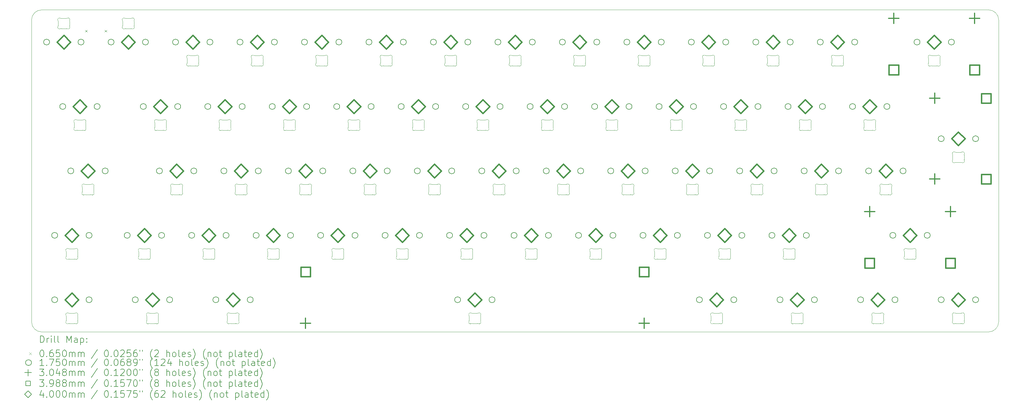
<source format=gbr>
%TF.GenerationSoftware,KiCad,Pcbnew,8.0.3*%
%TF.CreationDate,2024-11-03T23:48:09+08:00*%
%TF.ProjectId,PH60_Rev2,50483630-5f52-4657-9632-2e6b69636164,rev?*%
%TF.SameCoordinates,Original*%
%TF.FileFunction,Drillmap*%
%TF.FilePolarity,Positive*%
%FSLAX45Y45*%
G04 Gerber Fmt 4.5, Leading zero omitted, Abs format (unit mm)*
G04 Created by KiCad (PCBNEW 8.0.3) date 2024-11-03 23:48:09*
%MOMM*%
%LPD*%
G01*
G04 APERTURE LIST*
%ADD10C,0.050000*%
%ADD11C,0.100000*%
%ADD12C,0.200000*%
%ADD13C,0.175000*%
%ADD14C,0.304800*%
%ADD15C,0.398780*%
%ADD16C,0.400000*%
G04 APERTURE END LIST*
D10*
X2857500Y-3157500D02*
G75*
G02*
X3157500Y-2857500I300000J0D01*
G01*
X3157500Y-12382500D02*
G75*
G02*
X2857500Y-12082500I0J300000D01*
G01*
X3157500Y-12382500D02*
X31132500Y-12382500D01*
X31132500Y-2857500D02*
X3157500Y-2857500D01*
X31432500Y-12082500D02*
X31432500Y-3157500D01*
X2857500Y-3157500D02*
X2857500Y-12082500D01*
X31432500Y-12082500D02*
G75*
G02*
X31132500Y-12382500I-300000J0D01*
G01*
X31132500Y-2857500D02*
G75*
G02*
X31432500Y-3157500I0J-300000D01*
G01*
D11*
X14117500Y-6194716D02*
X14117500Y-6335284D01*
X14208055Y-6415000D02*
X14366945Y-6415000D01*
X14366945Y-6115000D02*
X14208055Y-6115000D01*
X14457500Y-6335284D02*
X14457500Y-6194716D01*
X14112552Y-6173028D02*
G75*
G02*
X14117499Y-6194716I-45082J-21692D01*
G01*
X14112552Y-6173028D02*
G75*
G02*
X14182829Y-6108170I45051J21688D01*
G01*
X14117500Y-6335284D02*
G75*
G02*
X14112551Y-6356972I-50039J9D01*
G01*
X14182829Y-6421830D02*
G75*
G02*
X14112552Y-6356972I-25226J43170D01*
G01*
X14182829Y-6421830D02*
G75*
G02*
X14208055Y-6415000I25226J-43171D01*
G01*
X14208055Y-6115000D02*
G75*
G02*
X14182829Y-6108170I0J50001D01*
G01*
X14366945Y-6415000D02*
G75*
G02*
X14392171Y-6421830I0J-50001D01*
G01*
X14392171Y-6108170D02*
G75*
G02*
X14366945Y-6115000I-25226J43171D01*
G01*
X14392171Y-6108170D02*
G75*
G02*
X14462448Y-6173028I25226J-43170D01*
G01*
X14457500Y-6194716D02*
G75*
G02*
X14462448Y-6173028I49999J0D01*
G01*
X14462448Y-6356972D02*
G75*
G02*
X14392171Y-6421830I-45052J-21688D01*
G01*
X14462448Y-6356972D02*
G75*
G02*
X14457500Y-6335284I45051J21688D01*
G01*
X15784375Y-11909716D02*
X15784375Y-12050284D01*
X15874930Y-12130000D02*
X16033820Y-12130000D01*
X16033820Y-11830000D02*
X15874930Y-11830000D01*
X16124375Y-12050284D02*
X16124375Y-11909716D01*
X15779427Y-11888028D02*
G75*
G02*
X15784374Y-11909716I-45082J-21692D01*
G01*
X15779427Y-11888028D02*
G75*
G02*
X15849704Y-11823170I45051J21688D01*
G01*
X15784375Y-12050284D02*
G75*
G02*
X15779426Y-12071972I-50039J9D01*
G01*
X15849704Y-12136830D02*
G75*
G02*
X15779427Y-12071972I-25226J43170D01*
G01*
X15849704Y-12136830D02*
G75*
G02*
X15874930Y-12130000I25226J-43171D01*
G01*
X15874930Y-11830000D02*
G75*
G02*
X15849704Y-11823170I0J50001D01*
G01*
X16033820Y-12130000D02*
G75*
G02*
X16059046Y-12136830I0J-50001D01*
G01*
X16059046Y-11823170D02*
G75*
G02*
X16033820Y-11830000I-25226J43171D01*
G01*
X16059046Y-11823170D02*
G75*
G02*
X16129323Y-11888028I25226J-43170D01*
G01*
X16124375Y-11909716D02*
G75*
G02*
X16129323Y-11888028I49999J0D01*
G01*
X16129323Y-12071972D02*
G75*
G02*
X16059046Y-12136830I-45052J-21688D01*
G01*
X16129323Y-12071972D02*
G75*
G02*
X16124375Y-12050284I45051J21688D01*
G01*
X29357500Y-4289716D02*
X29357500Y-4430284D01*
X29448055Y-4510000D02*
X29606945Y-4510000D01*
X29606945Y-4210000D02*
X29448055Y-4210000D01*
X29697500Y-4430284D02*
X29697500Y-4289716D01*
X29352552Y-4268028D02*
G75*
G02*
X29357499Y-4289716I-45082J-21692D01*
G01*
X29352552Y-4268028D02*
G75*
G02*
X29422829Y-4203170I45051J21688D01*
G01*
X29357500Y-4430284D02*
G75*
G02*
X29352551Y-4451972I-50039J9D01*
G01*
X29422829Y-4516830D02*
G75*
G02*
X29352552Y-4451972I-25226J43170D01*
G01*
X29422829Y-4516830D02*
G75*
G02*
X29448055Y-4510000I25226J-43171D01*
G01*
X29448055Y-4210000D02*
G75*
G02*
X29422829Y-4203170I0J50001D01*
G01*
X29606945Y-4510000D02*
G75*
G02*
X29632171Y-4516830I0J-50001D01*
G01*
X29632171Y-4203170D02*
G75*
G02*
X29606945Y-4210000I-25226J43171D01*
G01*
X29632171Y-4203170D02*
G75*
G02*
X29702448Y-4268028I25226J-43170D01*
G01*
X29697500Y-4289716D02*
G75*
G02*
X29702448Y-4268028I49999J0D01*
G01*
X29702448Y-4451972D02*
G75*
G02*
X29632171Y-4516830I-45052J-21688D01*
G01*
X29702448Y-4451972D02*
G75*
G02*
X29697500Y-4430284I45051J21688D01*
G01*
X3878125Y-11909716D02*
X3878125Y-12050284D01*
X3968680Y-12130000D02*
X4127570Y-12130000D01*
X4127570Y-11830000D02*
X3968680Y-11830000D01*
X4218125Y-12050284D02*
X4218125Y-11909716D01*
X3873177Y-11888028D02*
G75*
G02*
X3878124Y-11909716I-45082J-21692D01*
G01*
X3873177Y-11888028D02*
G75*
G02*
X3943454Y-11823170I45051J21688D01*
G01*
X3878125Y-12050284D02*
G75*
G02*
X3873176Y-12071972I-50039J9D01*
G01*
X3943454Y-12136830D02*
G75*
G02*
X3873177Y-12071972I-25226J43170D01*
G01*
X3943454Y-12136830D02*
G75*
G02*
X3968680Y-12130000I25226J-43171D01*
G01*
X3968680Y-11830000D02*
G75*
G02*
X3943454Y-11823170I0J50001D01*
G01*
X4127570Y-12130000D02*
G75*
G02*
X4152796Y-12136830I0J-50001D01*
G01*
X4152796Y-11823170D02*
G75*
G02*
X4127570Y-11830000I-25226J43171D01*
G01*
X4152796Y-11823170D02*
G75*
G02*
X4223073Y-11888028I25226J-43170D01*
G01*
X4218125Y-11909716D02*
G75*
G02*
X4223073Y-11888028I49999J0D01*
G01*
X4223073Y-12071972D02*
G75*
G02*
X4152796Y-12136830I-45052J-21688D01*
G01*
X4223073Y-12071972D02*
G75*
G02*
X4218125Y-12050284I45051J21688D01*
G01*
X8640625Y-11909716D02*
X8640625Y-12050284D01*
X8731180Y-12130000D02*
X8890070Y-12130000D01*
X8890070Y-11830000D02*
X8731180Y-11830000D01*
X8980625Y-12050284D02*
X8980625Y-11909716D01*
X8635677Y-11888028D02*
G75*
G02*
X8640624Y-11909716I-45082J-21692D01*
G01*
X8635677Y-11888028D02*
G75*
G02*
X8705954Y-11823170I45051J21688D01*
G01*
X8640625Y-12050284D02*
G75*
G02*
X8635677Y-12071972I-50039J9D01*
G01*
X8705954Y-12136830D02*
G75*
G02*
X8635677Y-12071972I-25226J43170D01*
G01*
X8705954Y-12136830D02*
G75*
G02*
X8731180Y-12130000I25226J-43171D01*
G01*
X8731180Y-11830000D02*
G75*
G02*
X8705954Y-11823170I0J50001D01*
G01*
X8890070Y-12130000D02*
G75*
G02*
X8915296Y-12136830I0J-50001D01*
G01*
X8915296Y-11823170D02*
G75*
G02*
X8890070Y-11830000I-25226J43171D01*
G01*
X8915296Y-11823170D02*
G75*
G02*
X8985573Y-11888028I25226J-43170D01*
G01*
X8980625Y-11909716D02*
G75*
G02*
X8985573Y-11888028I49999J0D01*
G01*
X8985573Y-12071972D02*
G75*
G02*
X8915296Y-12136830I-45052J-21688D01*
G01*
X8985573Y-12071972D02*
G75*
G02*
X8980625Y-12050284I45051J21688D01*
G01*
X22213750Y-8099716D02*
X22213750Y-8240284D01*
X22304305Y-8320000D02*
X22463195Y-8320000D01*
X22463195Y-8020000D02*
X22304305Y-8020000D01*
X22553750Y-8240284D02*
X22553750Y-8099716D01*
X22208802Y-8078028D02*
G75*
G02*
X22213749Y-8099716I-45082J-21692D01*
G01*
X22208802Y-8078028D02*
G75*
G02*
X22279079Y-8013170I45051J21688D01*
G01*
X22213750Y-8240284D02*
G75*
G02*
X22208802Y-8261972I-50039J9D01*
G01*
X22279079Y-8326830D02*
G75*
G02*
X22208802Y-8261972I-25226J43170D01*
G01*
X22279079Y-8326830D02*
G75*
G02*
X22304305Y-8320000I25226J-43171D01*
G01*
X22304305Y-8020000D02*
G75*
G02*
X22279079Y-8013170I0J50001D01*
G01*
X22463195Y-8320000D02*
G75*
G02*
X22488421Y-8326830I0J-50001D01*
G01*
X22488421Y-8013170D02*
G75*
G02*
X22463195Y-8020000I-25226J43171D01*
G01*
X22488421Y-8013170D02*
G75*
G02*
X22558698Y-8078028I25226J-43170D01*
G01*
X22553750Y-8099716D02*
G75*
G02*
X22558698Y-8078028I49999J0D01*
G01*
X22558698Y-8261972D02*
G75*
G02*
X22488421Y-8326830I-45052J-21688D01*
G01*
X22558698Y-8261972D02*
G75*
G02*
X22553750Y-8240284I45051J21688D01*
G01*
X20308750Y-8099716D02*
X20308750Y-8240284D01*
X20399305Y-8320000D02*
X20558195Y-8320000D01*
X20558195Y-8020000D02*
X20399305Y-8020000D01*
X20648750Y-8240284D02*
X20648750Y-8099716D01*
X20303802Y-8078028D02*
G75*
G02*
X20308749Y-8099716I-45082J-21692D01*
G01*
X20303802Y-8078028D02*
G75*
G02*
X20374079Y-8013170I45051J21688D01*
G01*
X20308750Y-8240284D02*
G75*
G02*
X20303802Y-8261972I-50039J9D01*
G01*
X20374079Y-8326830D02*
G75*
G02*
X20303802Y-8261972I-25226J43170D01*
G01*
X20374079Y-8326830D02*
G75*
G02*
X20399305Y-8320000I25226J-43171D01*
G01*
X20399305Y-8020000D02*
G75*
G02*
X20374079Y-8013170I0J50001D01*
G01*
X20558195Y-8320000D02*
G75*
G02*
X20583421Y-8326830I0J-50001D01*
G01*
X20583421Y-8013170D02*
G75*
G02*
X20558195Y-8020000I-25226J43171D01*
G01*
X20583421Y-8013170D02*
G75*
G02*
X20653698Y-8078028I25226J-43170D01*
G01*
X20648750Y-8099716D02*
G75*
G02*
X20653698Y-8078028I49999J0D01*
G01*
X20653698Y-8261972D02*
G75*
G02*
X20583421Y-8326830I-45052J-21688D01*
G01*
X20653698Y-8261972D02*
G75*
G02*
X20648750Y-8240284I45051J21688D01*
G01*
X23166250Y-10004716D02*
X23166250Y-10145284D01*
X23256805Y-10225000D02*
X23415695Y-10225000D01*
X23415695Y-9925000D02*
X23256805Y-9925000D01*
X23506250Y-10145284D02*
X23506250Y-10004716D01*
X23161302Y-9983028D02*
G75*
G02*
X23166249Y-10004716I-45082J-21692D01*
G01*
X23161302Y-9983028D02*
G75*
G02*
X23231579Y-9918170I45051J21688D01*
G01*
X23166250Y-10145284D02*
G75*
G02*
X23161301Y-10166972I-50039J9D01*
G01*
X23231579Y-10231830D02*
G75*
G02*
X23161302Y-10166972I-25226J43170D01*
G01*
X23231579Y-10231830D02*
G75*
G02*
X23256805Y-10225000I25226J-43171D01*
G01*
X23256805Y-9925000D02*
G75*
G02*
X23231579Y-9918170I0J50001D01*
G01*
X23415695Y-10225000D02*
G75*
G02*
X23440921Y-10231830I0J-50001D01*
G01*
X23440921Y-9918170D02*
G75*
G02*
X23415695Y-9925000I-25226J43171D01*
G01*
X23440921Y-9918170D02*
G75*
G02*
X23511198Y-9983028I25226J-43170D01*
G01*
X23506250Y-10004716D02*
G75*
G02*
X23511198Y-9983028I49999J0D01*
G01*
X23511198Y-10166972D02*
G75*
G02*
X23440921Y-10231830I-45052J-21688D01*
G01*
X23511198Y-10166972D02*
G75*
G02*
X23506250Y-10145284I45051J21688D01*
G01*
X7450000Y-4289716D02*
X7450000Y-4430284D01*
X7540555Y-4510000D02*
X7699445Y-4510000D01*
X7699445Y-4210000D02*
X7540555Y-4210000D01*
X7790000Y-4430284D02*
X7790000Y-4289716D01*
X7445052Y-4268028D02*
G75*
G02*
X7449999Y-4289716I-45082J-21692D01*
G01*
X7445052Y-4268028D02*
G75*
G02*
X7515329Y-4203170I45051J21688D01*
G01*
X7450000Y-4430284D02*
G75*
G02*
X7445051Y-4451972I-50039J9D01*
G01*
X7515329Y-4516830D02*
G75*
G02*
X7445052Y-4451972I-25226J43170D01*
G01*
X7515329Y-4516830D02*
G75*
G02*
X7540555Y-4510000I25226J-43171D01*
G01*
X7540555Y-4210000D02*
G75*
G02*
X7515329Y-4203170I0J50001D01*
G01*
X7699445Y-4510000D02*
G75*
G02*
X7724671Y-4516830I0J-50001D01*
G01*
X7724671Y-4203170D02*
G75*
G02*
X7699445Y-4210000I-25226J43171D01*
G01*
X7724671Y-4203170D02*
G75*
G02*
X7794948Y-4268028I25226J-43170D01*
G01*
X7790000Y-4289716D02*
G75*
G02*
X7794948Y-4268028I49999J0D01*
G01*
X7794948Y-4451972D02*
G75*
G02*
X7724671Y-4516830I-45052J-21688D01*
G01*
X7794948Y-4451972D02*
G75*
G02*
X7790000Y-4430284I45051J21688D01*
G01*
X25309375Y-11909716D02*
X25309375Y-12050284D01*
X25399930Y-12130000D02*
X25558820Y-12130000D01*
X25558820Y-11830000D02*
X25399930Y-11830000D01*
X25649375Y-12050284D02*
X25649375Y-11909716D01*
X25304427Y-11888028D02*
G75*
G02*
X25309374Y-11909716I-45082J-21692D01*
G01*
X25304427Y-11888028D02*
G75*
G02*
X25374704Y-11823170I45051J21688D01*
G01*
X25309375Y-12050284D02*
G75*
G02*
X25304426Y-12071972I-50039J9D01*
G01*
X25374704Y-12136830D02*
G75*
G02*
X25304427Y-12071972I-25226J43170D01*
G01*
X25374704Y-12136830D02*
G75*
G02*
X25399930Y-12130000I25226J-43171D01*
G01*
X25399930Y-11830000D02*
G75*
G02*
X25374704Y-11823170I0J50001D01*
G01*
X25558820Y-12130000D02*
G75*
G02*
X25584046Y-12136830I0J-50001D01*
G01*
X25584046Y-11823170D02*
G75*
G02*
X25558820Y-11830000I-25226J43171D01*
G01*
X25584046Y-11823170D02*
G75*
G02*
X25654323Y-11888028I25226J-43170D01*
G01*
X25649375Y-11909716D02*
G75*
G02*
X25654323Y-11888028I49999J0D01*
G01*
X25654323Y-12071972D02*
G75*
G02*
X25584046Y-12136830I-45052J-21688D01*
G01*
X25654323Y-12071972D02*
G75*
G02*
X25649375Y-12050284I45051J21688D01*
G01*
X11260000Y-4289716D02*
X11260000Y-4430284D01*
X11350555Y-4510000D02*
X11509445Y-4510000D01*
X11509445Y-4210000D02*
X11350555Y-4210000D01*
X11600000Y-4430284D02*
X11600000Y-4289716D01*
X11255052Y-4268028D02*
G75*
G02*
X11259999Y-4289716I-45082J-21692D01*
G01*
X11255052Y-4268028D02*
G75*
G02*
X11325329Y-4203170I45051J21688D01*
G01*
X11260000Y-4430284D02*
G75*
G02*
X11255051Y-4451972I-50039J9D01*
G01*
X11325329Y-4516830D02*
G75*
G02*
X11255052Y-4451972I-25226J43170D01*
G01*
X11325329Y-4516830D02*
G75*
G02*
X11350555Y-4510000I25226J-43171D01*
G01*
X11350555Y-4210000D02*
G75*
G02*
X11325329Y-4203170I0J50001D01*
G01*
X11509445Y-4510000D02*
G75*
G02*
X11534671Y-4516830I0J-50001D01*
G01*
X11534671Y-4203170D02*
G75*
G02*
X11509445Y-4210000I-25226J43171D01*
G01*
X11534671Y-4203170D02*
G75*
G02*
X11604948Y-4268028I25226J-43170D01*
G01*
X11600000Y-4289716D02*
G75*
G02*
X11604948Y-4268028I49999J0D01*
G01*
X11604948Y-4451972D02*
G75*
G02*
X11534671Y-4516830I-45052J-21688D01*
G01*
X11604948Y-4451972D02*
G75*
G02*
X11600000Y-4430284I45051J21688D01*
G01*
X6497500Y-6194716D02*
X6497500Y-6335284D01*
X6588055Y-6415000D02*
X6746945Y-6415000D01*
X6746945Y-6115000D02*
X6588055Y-6115000D01*
X6837500Y-6335284D02*
X6837500Y-6194716D01*
X6492552Y-6173028D02*
G75*
G02*
X6497499Y-6194716I-45082J-21692D01*
G01*
X6492552Y-6173028D02*
G75*
G02*
X6562829Y-6108170I45051J21688D01*
G01*
X6497500Y-6335284D02*
G75*
G02*
X6492551Y-6356972I-50039J9D01*
G01*
X6562829Y-6421830D02*
G75*
G02*
X6492552Y-6356972I-25226J43170D01*
G01*
X6562829Y-6421830D02*
G75*
G02*
X6588055Y-6415000I25226J-43171D01*
G01*
X6588055Y-6115000D02*
G75*
G02*
X6562829Y-6108170I0J50001D01*
G01*
X6746945Y-6415000D02*
G75*
G02*
X6772171Y-6421830I0J-50001D01*
G01*
X6772171Y-6108170D02*
G75*
G02*
X6746945Y-6115000I-25226J43171D01*
G01*
X6772171Y-6108170D02*
G75*
G02*
X6842448Y-6173028I25226J-43170D01*
G01*
X6837500Y-6194716D02*
G75*
G02*
X6842448Y-6173028I49999J0D01*
G01*
X6842448Y-6356972D02*
G75*
G02*
X6772171Y-6421830I-45052J-21688D01*
G01*
X6842448Y-6356972D02*
G75*
G02*
X6837500Y-6335284I45051J21688D01*
G01*
X21737500Y-6194716D02*
X21737500Y-6335284D01*
X21828055Y-6415000D02*
X21986945Y-6415000D01*
X21986945Y-6115000D02*
X21828055Y-6115000D01*
X22077500Y-6335284D02*
X22077500Y-6194716D01*
X21732552Y-6173028D02*
G75*
G02*
X21737499Y-6194716I-45082J-21692D01*
G01*
X21732552Y-6173028D02*
G75*
G02*
X21802829Y-6108170I45051J21688D01*
G01*
X21737500Y-6335284D02*
G75*
G02*
X21732552Y-6356972I-50039J9D01*
G01*
X21802829Y-6421830D02*
G75*
G02*
X21732552Y-6356972I-25226J43170D01*
G01*
X21802829Y-6421830D02*
G75*
G02*
X21828055Y-6415000I25226J-43171D01*
G01*
X21828055Y-6115000D02*
G75*
G02*
X21802829Y-6108170I0J50001D01*
G01*
X21986945Y-6415000D02*
G75*
G02*
X22012171Y-6421830I0J-50001D01*
G01*
X22012171Y-6108170D02*
G75*
G02*
X21986945Y-6115000I-25226J43171D01*
G01*
X22012171Y-6108170D02*
G75*
G02*
X22082448Y-6173028I25226J-43170D01*
G01*
X22077500Y-6194716D02*
G75*
G02*
X22082448Y-6173028I49999J0D01*
G01*
X22082448Y-6356972D02*
G75*
G02*
X22012171Y-6421830I-45052J-21688D01*
G01*
X22082448Y-6356972D02*
G75*
G02*
X22077500Y-6335284I45051J21688D01*
G01*
X10307500Y-6194716D02*
X10307500Y-6335284D01*
X10398055Y-6415000D02*
X10556945Y-6415000D01*
X10556945Y-6115000D02*
X10398055Y-6115000D01*
X10647500Y-6335284D02*
X10647500Y-6194716D01*
X10302552Y-6173028D02*
G75*
G02*
X10307499Y-6194716I-45082J-21692D01*
G01*
X10302552Y-6173028D02*
G75*
G02*
X10372829Y-6108170I45051J21688D01*
G01*
X10307500Y-6335284D02*
G75*
G02*
X10302552Y-6356972I-50039J9D01*
G01*
X10372829Y-6421830D02*
G75*
G02*
X10302552Y-6356972I-25226J43170D01*
G01*
X10372829Y-6421830D02*
G75*
G02*
X10398055Y-6415000I25226J-43171D01*
G01*
X10398055Y-6115000D02*
G75*
G02*
X10372829Y-6108170I0J50001D01*
G01*
X10556945Y-6415000D02*
G75*
G02*
X10582171Y-6421830I0J-50001D01*
G01*
X10582171Y-6108170D02*
G75*
G02*
X10556945Y-6115000I-25226J43171D01*
G01*
X10582171Y-6108170D02*
G75*
G02*
X10652448Y-6173028I25226J-43170D01*
G01*
X10647500Y-6194716D02*
G75*
G02*
X10652448Y-6173028I49999J0D01*
G01*
X10652448Y-6356972D02*
G75*
G02*
X10582171Y-6421830I-45052J-21688D01*
G01*
X10652448Y-6356972D02*
G75*
G02*
X10647500Y-6335284I45051J21688D01*
G01*
X27452500Y-6194716D02*
X27452500Y-6335284D01*
X27543055Y-6415000D02*
X27701945Y-6415000D01*
X27701945Y-6115000D02*
X27543055Y-6115000D01*
X27792500Y-6335284D02*
X27792500Y-6194716D01*
X27447552Y-6173028D02*
G75*
G02*
X27452499Y-6194716I-45082J-21692D01*
G01*
X27447552Y-6173028D02*
G75*
G02*
X27517829Y-6108170I45051J21688D01*
G01*
X27452500Y-6335284D02*
G75*
G02*
X27447551Y-6356972I-50039J9D01*
G01*
X27517829Y-6421830D02*
G75*
G02*
X27447552Y-6356972I-25226J43170D01*
G01*
X27517829Y-6421830D02*
G75*
G02*
X27543055Y-6415000I25226J-43171D01*
G01*
X27543055Y-6115000D02*
G75*
G02*
X27517829Y-6108170I0J50001D01*
G01*
X27701945Y-6415000D02*
G75*
G02*
X27727171Y-6421830I0J-50001D01*
G01*
X27727171Y-6108170D02*
G75*
G02*
X27701945Y-6115000I-25226J43171D01*
G01*
X27727171Y-6108170D02*
G75*
G02*
X27797448Y-6173028I25226J-43170D01*
G01*
X27792500Y-6194716D02*
G75*
G02*
X27797448Y-6173028I49999J0D01*
G01*
X27797448Y-6356972D02*
G75*
G02*
X27727171Y-6421830I-45052J-21688D01*
G01*
X27797448Y-6356972D02*
G75*
G02*
X27792500Y-6335284I45051J21688D01*
G01*
X14593750Y-8099716D02*
X14593750Y-8240284D01*
X14684305Y-8320000D02*
X14843195Y-8320000D01*
X14843195Y-8020000D02*
X14684305Y-8020000D01*
X14933750Y-8240284D02*
X14933750Y-8099716D01*
X14588802Y-8078028D02*
G75*
G02*
X14593749Y-8099716I-45082J-21692D01*
G01*
X14588802Y-8078028D02*
G75*
G02*
X14659079Y-8013170I45051J21688D01*
G01*
X14593750Y-8240284D02*
G75*
G02*
X14588801Y-8261972I-50039J9D01*
G01*
X14659079Y-8326830D02*
G75*
G02*
X14588802Y-8261972I-25226J43170D01*
G01*
X14659079Y-8326830D02*
G75*
G02*
X14684305Y-8320000I25226J-43171D01*
G01*
X14684305Y-8020000D02*
G75*
G02*
X14659079Y-8013170I0J50001D01*
G01*
X14843195Y-8320000D02*
G75*
G02*
X14868421Y-8326830I0J-50001D01*
G01*
X14868421Y-8013170D02*
G75*
G02*
X14843195Y-8020000I-25226J43171D01*
G01*
X14868421Y-8013170D02*
G75*
G02*
X14938698Y-8078028I25226J-43170D01*
G01*
X14933750Y-8099716D02*
G75*
G02*
X14938698Y-8078028I49999J0D01*
G01*
X14938698Y-8261972D02*
G75*
G02*
X14868421Y-8326830I-45052J-21688D01*
G01*
X14938698Y-8261972D02*
G75*
G02*
X14933750Y-8240284I45051J21688D01*
G01*
X13641250Y-10004716D02*
X13641250Y-10145284D01*
X13731805Y-10225000D02*
X13890695Y-10225000D01*
X13890695Y-9925000D02*
X13731805Y-9925000D01*
X13981250Y-10145284D02*
X13981250Y-10004716D01*
X13636302Y-9983028D02*
G75*
G02*
X13641249Y-10004716I-45082J-21692D01*
G01*
X13636302Y-9983028D02*
G75*
G02*
X13706579Y-9918170I45051J21688D01*
G01*
X13641250Y-10145284D02*
G75*
G02*
X13636301Y-10166972I-50039J9D01*
G01*
X13706579Y-10231830D02*
G75*
G02*
X13636302Y-10166972I-25226J43170D01*
G01*
X13706579Y-10231830D02*
G75*
G02*
X13731805Y-10225000I25226J-43171D01*
G01*
X13731805Y-9925000D02*
G75*
G02*
X13706579Y-9918170I0J50001D01*
G01*
X13890695Y-10225000D02*
G75*
G02*
X13915921Y-10231830I0J-50001D01*
G01*
X13915921Y-9918170D02*
G75*
G02*
X13890695Y-9925000I-25226J43171D01*
G01*
X13915921Y-9918170D02*
G75*
G02*
X13986198Y-9983028I25226J-43170D01*
G01*
X13981250Y-10004716D02*
G75*
G02*
X13986198Y-9983028I49999J0D01*
G01*
X13986198Y-10166972D02*
G75*
G02*
X13915921Y-10231830I-45052J-21688D01*
G01*
X13986198Y-10166972D02*
G75*
G02*
X13981250Y-10145284I45051J21688D01*
G01*
X4354375Y-8099716D02*
X4354375Y-8240284D01*
X4444930Y-8320000D02*
X4603820Y-8320000D01*
X4603820Y-8020000D02*
X4444930Y-8020000D01*
X4694375Y-8240284D02*
X4694375Y-8099716D01*
X4349427Y-8078028D02*
G75*
G02*
X4354374Y-8099716I-45082J-21692D01*
G01*
X4349427Y-8078028D02*
G75*
G02*
X4419704Y-8013170I45051J21688D01*
G01*
X4354375Y-8240284D02*
G75*
G02*
X4349427Y-8261972I-50039J9D01*
G01*
X4419704Y-8326830D02*
G75*
G02*
X4349427Y-8261972I-25226J43170D01*
G01*
X4419704Y-8326830D02*
G75*
G02*
X4444930Y-8320000I25226J-43171D01*
G01*
X4444930Y-8020000D02*
G75*
G02*
X4419704Y-8013170I0J50001D01*
G01*
X4603820Y-8320000D02*
G75*
G02*
X4629046Y-8326830I0J-50001D01*
G01*
X4629046Y-8013170D02*
G75*
G02*
X4603820Y-8020000I-25226J43171D01*
G01*
X4629046Y-8013170D02*
G75*
G02*
X4699323Y-8078028I25226J-43170D01*
G01*
X4694375Y-8099716D02*
G75*
G02*
X4699323Y-8078028I49999J0D01*
G01*
X4699323Y-8261972D02*
G75*
G02*
X4629046Y-8326830I-45052J-21688D01*
G01*
X4699323Y-8261972D02*
G75*
G02*
X4694375Y-8240284I45051J21688D01*
G01*
X15070000Y-4289716D02*
X15070000Y-4430284D01*
X15160555Y-4510000D02*
X15319445Y-4510000D01*
X15319445Y-4210000D02*
X15160555Y-4210000D01*
X15410000Y-4430284D02*
X15410000Y-4289716D01*
X15065052Y-4268028D02*
G75*
G02*
X15069999Y-4289716I-45082J-21692D01*
G01*
X15065052Y-4268028D02*
G75*
G02*
X15135329Y-4203170I45051J21688D01*
G01*
X15070000Y-4430284D02*
G75*
G02*
X15065051Y-4451972I-50039J9D01*
G01*
X15135329Y-4516830D02*
G75*
G02*
X15065052Y-4451972I-25226J43170D01*
G01*
X15135329Y-4516830D02*
G75*
G02*
X15160555Y-4510000I25226J-43171D01*
G01*
X15160555Y-4210000D02*
G75*
G02*
X15135329Y-4203170I0J50001D01*
G01*
X15319445Y-4510000D02*
G75*
G02*
X15344671Y-4516830I0J-50001D01*
G01*
X15344671Y-4203170D02*
G75*
G02*
X15319445Y-4210000I-25226J43171D01*
G01*
X15344671Y-4203170D02*
G75*
G02*
X15414948Y-4268028I25226J-43170D01*
G01*
X15410000Y-4289716D02*
G75*
G02*
X15414948Y-4268028I49999J0D01*
G01*
X15414948Y-4451972D02*
G75*
G02*
X15344671Y-4516830I-45052J-21688D01*
G01*
X15414948Y-4451972D02*
G75*
G02*
X15410000Y-4430284I45051J21688D01*
G01*
X15546250Y-10004716D02*
X15546250Y-10145284D01*
X15636805Y-10225000D02*
X15795695Y-10225000D01*
X15795695Y-9925000D02*
X15636805Y-9925000D01*
X15886250Y-10145284D02*
X15886250Y-10004716D01*
X15541302Y-9983028D02*
G75*
G02*
X15546249Y-10004716I-45082J-21692D01*
G01*
X15541302Y-9983028D02*
G75*
G02*
X15611579Y-9918170I45051J21688D01*
G01*
X15546250Y-10145284D02*
G75*
G02*
X15541301Y-10166972I-50039J9D01*
G01*
X15611579Y-10231830D02*
G75*
G02*
X15541302Y-10166972I-25226J43170D01*
G01*
X15611579Y-10231830D02*
G75*
G02*
X15636805Y-10225000I25226J-43171D01*
G01*
X15636805Y-9925000D02*
G75*
G02*
X15611579Y-9918170I0J50001D01*
G01*
X15795695Y-10225000D02*
G75*
G02*
X15820921Y-10231830I0J-50001D01*
G01*
X15820921Y-9918170D02*
G75*
G02*
X15795695Y-9925000I-25226J43171D01*
G01*
X15820921Y-9918170D02*
G75*
G02*
X15891198Y-9983028I25226J-43170D01*
G01*
X15886250Y-10004716D02*
G75*
G02*
X15891198Y-9983028I49999J0D01*
G01*
X15891198Y-10166972D02*
G75*
G02*
X15820921Y-10231830I-45052J-21688D01*
G01*
X15891198Y-10166972D02*
G75*
G02*
X15886250Y-10145284I45051J21688D01*
G01*
X9355000Y-4289716D02*
X9355000Y-4430284D01*
X9445555Y-4510000D02*
X9604445Y-4510000D01*
X9604445Y-4210000D02*
X9445555Y-4210000D01*
X9695000Y-4430284D02*
X9695000Y-4289716D01*
X9350052Y-4268028D02*
G75*
G02*
X9354999Y-4289716I-45082J-21692D01*
G01*
X9350052Y-4268028D02*
G75*
G02*
X9420329Y-4203170I45051J21688D01*
G01*
X9355000Y-4430284D02*
G75*
G02*
X9350052Y-4451972I-50039J9D01*
G01*
X9420329Y-4516830D02*
G75*
G02*
X9350052Y-4451972I-25226J43170D01*
G01*
X9420329Y-4516830D02*
G75*
G02*
X9445555Y-4510000I25226J-43171D01*
G01*
X9445555Y-4210000D02*
G75*
G02*
X9420329Y-4203170I0J50001D01*
G01*
X9604445Y-4510000D02*
G75*
G02*
X9629671Y-4516830I0J-50001D01*
G01*
X9629671Y-4203170D02*
G75*
G02*
X9604445Y-4210000I-25226J43171D01*
G01*
X9629671Y-4203170D02*
G75*
G02*
X9699948Y-4268028I25226J-43170D01*
G01*
X9695000Y-4289716D02*
G75*
G02*
X9699948Y-4268028I49999J0D01*
G01*
X9699948Y-4451972D02*
G75*
G02*
X9629671Y-4516830I-45052J-21688D01*
G01*
X9699948Y-4451972D02*
G75*
G02*
X9695000Y-4430284I45051J21688D01*
G01*
X8402500Y-6194716D02*
X8402500Y-6335284D01*
X8493055Y-6415000D02*
X8651945Y-6415000D01*
X8651945Y-6115000D02*
X8493055Y-6115000D01*
X8742500Y-6335284D02*
X8742500Y-6194716D01*
X8397552Y-6173028D02*
G75*
G02*
X8402499Y-6194716I-45082J-21692D01*
G01*
X8397552Y-6173028D02*
G75*
G02*
X8467829Y-6108170I45051J21688D01*
G01*
X8402500Y-6335284D02*
G75*
G02*
X8397552Y-6356972I-50039J9D01*
G01*
X8467829Y-6421830D02*
G75*
G02*
X8397552Y-6356972I-25226J43170D01*
G01*
X8467829Y-6421830D02*
G75*
G02*
X8493055Y-6415000I25226J-43171D01*
G01*
X8493055Y-6115000D02*
G75*
G02*
X8467829Y-6108170I0J50001D01*
G01*
X8651945Y-6415000D02*
G75*
G02*
X8677171Y-6421830I0J-50001D01*
G01*
X8677171Y-6108170D02*
G75*
G02*
X8651945Y-6115000I-25226J43171D01*
G01*
X8677171Y-6108170D02*
G75*
G02*
X8747448Y-6173028I25226J-43170D01*
G01*
X8742500Y-6194716D02*
G75*
G02*
X8747448Y-6173028I49999J0D01*
G01*
X8747448Y-6356972D02*
G75*
G02*
X8677171Y-6421830I-45052J-21688D01*
G01*
X8747448Y-6356972D02*
G75*
G02*
X8742500Y-6335284I45051J21688D01*
G01*
X18880000Y-4289716D02*
X18880000Y-4430284D01*
X18970555Y-4510000D02*
X19129445Y-4510000D01*
X19129445Y-4210000D02*
X18970555Y-4210000D01*
X19220000Y-4430284D02*
X19220000Y-4289716D01*
X18875052Y-4268028D02*
G75*
G02*
X18879999Y-4289716I-45082J-21692D01*
G01*
X18875052Y-4268028D02*
G75*
G02*
X18945329Y-4203170I45051J21688D01*
G01*
X18880000Y-4430284D02*
G75*
G02*
X18875052Y-4451972I-50039J9D01*
G01*
X18945329Y-4516830D02*
G75*
G02*
X18875052Y-4451972I-25226J43170D01*
G01*
X18945329Y-4516830D02*
G75*
G02*
X18970555Y-4510000I25226J-43171D01*
G01*
X18970555Y-4210000D02*
G75*
G02*
X18945329Y-4203170I0J50001D01*
G01*
X19129445Y-4510000D02*
G75*
G02*
X19154671Y-4516830I0J-50001D01*
G01*
X19154671Y-4203170D02*
G75*
G02*
X19129445Y-4210000I-25226J43171D01*
G01*
X19154671Y-4203170D02*
G75*
G02*
X19224948Y-4268028I25226J-43170D01*
G01*
X19220000Y-4289716D02*
G75*
G02*
X19224948Y-4268028I49999J0D01*
G01*
X19224948Y-4451972D02*
G75*
G02*
X19154671Y-4516830I-45052J-21688D01*
G01*
X19224948Y-4451972D02*
G75*
G02*
X19220000Y-4430284I45051J21688D01*
G01*
X22928125Y-11909716D02*
X22928125Y-12050284D01*
X23018680Y-12130000D02*
X23177570Y-12130000D01*
X23177570Y-11830000D02*
X23018680Y-11830000D01*
X23268125Y-12050284D02*
X23268125Y-11909716D01*
X22923177Y-11888028D02*
G75*
G02*
X22928124Y-11909716I-45082J-21692D01*
G01*
X22923177Y-11888028D02*
G75*
G02*
X22993454Y-11823170I45051J21688D01*
G01*
X22928125Y-12050284D02*
G75*
G02*
X22923176Y-12071972I-50039J9D01*
G01*
X22993454Y-12136830D02*
G75*
G02*
X22923177Y-12071972I-25226J43170D01*
G01*
X22993454Y-12136830D02*
G75*
G02*
X23018680Y-12130000I25226J-43171D01*
G01*
X23018680Y-11830000D02*
G75*
G02*
X22993454Y-11823170I0J50001D01*
G01*
X23177570Y-12130000D02*
G75*
G02*
X23202796Y-12136830I0J-50001D01*
G01*
X23202796Y-11823170D02*
G75*
G02*
X23177570Y-11830000I-25226J43171D01*
G01*
X23202796Y-11823170D02*
G75*
G02*
X23273073Y-11888028I25226J-43170D01*
G01*
X23268125Y-11909716D02*
G75*
G02*
X23273073Y-11888028I49999J0D01*
G01*
X23273073Y-12071972D02*
G75*
G02*
X23202796Y-12136830I-45052J-21688D01*
G01*
X23273073Y-12071972D02*
G75*
G02*
X23268125Y-12050284I45051J21688D01*
G01*
X16498750Y-8099716D02*
X16498750Y-8240284D01*
X16589305Y-8320000D02*
X16748195Y-8320000D01*
X16748195Y-8020000D02*
X16589305Y-8020000D01*
X16838750Y-8240284D02*
X16838750Y-8099716D01*
X16493802Y-8078028D02*
G75*
G02*
X16498749Y-8099716I-45082J-21692D01*
G01*
X16493802Y-8078028D02*
G75*
G02*
X16564079Y-8013170I45051J21688D01*
G01*
X16498750Y-8240284D02*
G75*
G02*
X16493801Y-8261972I-50039J9D01*
G01*
X16564079Y-8326830D02*
G75*
G02*
X16493802Y-8261972I-25226J43170D01*
G01*
X16564079Y-8326830D02*
G75*
G02*
X16589305Y-8320000I25226J-43171D01*
G01*
X16589305Y-8020000D02*
G75*
G02*
X16564079Y-8013170I0J50001D01*
G01*
X16748195Y-8320000D02*
G75*
G02*
X16773421Y-8326830I0J-50001D01*
G01*
X16773421Y-8013170D02*
G75*
G02*
X16748195Y-8020000I-25226J43171D01*
G01*
X16773421Y-8013170D02*
G75*
G02*
X16843698Y-8078028I25226J-43170D01*
G01*
X16838750Y-8099716D02*
G75*
G02*
X16843698Y-8078028I49999J0D01*
G01*
X16843698Y-8261972D02*
G75*
G02*
X16773421Y-8326830I-45052J-21688D01*
G01*
X16843698Y-8261972D02*
G75*
G02*
X16838750Y-8240284I45051J21688D01*
G01*
X11736250Y-10004716D02*
X11736250Y-10145284D01*
X11826805Y-10225000D02*
X11985695Y-10225000D01*
X11985695Y-9925000D02*
X11826805Y-9925000D01*
X12076250Y-10145284D02*
X12076250Y-10004716D01*
X11731302Y-9983028D02*
G75*
G02*
X11736249Y-10004716I-45082J-21692D01*
G01*
X11731302Y-9983028D02*
G75*
G02*
X11801579Y-9918170I45051J21688D01*
G01*
X11736250Y-10145284D02*
G75*
G02*
X11731301Y-10166972I-50039J9D01*
G01*
X11801579Y-10231830D02*
G75*
G02*
X11731302Y-10166972I-25226J43170D01*
G01*
X11801579Y-10231830D02*
G75*
G02*
X11826805Y-10225000I25226J-43171D01*
G01*
X11826805Y-9925000D02*
G75*
G02*
X11801579Y-9918170I0J50001D01*
G01*
X11985695Y-10225000D02*
G75*
G02*
X12010921Y-10231830I0J-50001D01*
G01*
X12010921Y-9918170D02*
G75*
G02*
X11985695Y-9925000I-25226J43171D01*
G01*
X12010921Y-9918170D02*
G75*
G02*
X12081198Y-9983028I25226J-43170D01*
G01*
X12076250Y-10004716D02*
G75*
G02*
X12081198Y-9983028I49999J0D01*
G01*
X12081198Y-10166972D02*
G75*
G02*
X12010921Y-10231830I-45052J-21688D01*
G01*
X12081198Y-10166972D02*
G75*
G02*
X12076250Y-10145284I45051J21688D01*
G01*
X7926250Y-10004716D02*
X7926250Y-10145284D01*
X8016805Y-10225000D02*
X8175695Y-10225000D01*
X8175695Y-9925000D02*
X8016805Y-9925000D01*
X8266250Y-10145284D02*
X8266250Y-10004716D01*
X7921302Y-9983028D02*
G75*
G02*
X7926249Y-10004716I-45082J-21692D01*
G01*
X7921302Y-9983028D02*
G75*
G02*
X7991579Y-9918170I45051J21688D01*
G01*
X7926250Y-10145284D02*
G75*
G02*
X7921301Y-10166972I-50039J9D01*
G01*
X7991579Y-10231830D02*
G75*
G02*
X7921302Y-10166972I-25226J43170D01*
G01*
X7991579Y-10231830D02*
G75*
G02*
X8016805Y-10225000I25226J-43171D01*
G01*
X8016805Y-9925000D02*
G75*
G02*
X7991579Y-9918170I0J50001D01*
G01*
X8175695Y-10225000D02*
G75*
G02*
X8200921Y-10231830I0J-50001D01*
G01*
X8200921Y-9918170D02*
G75*
G02*
X8175695Y-9925000I-25226J43171D01*
G01*
X8200921Y-9918170D02*
G75*
G02*
X8271198Y-9983028I25226J-43170D01*
G01*
X8266250Y-10004716D02*
G75*
G02*
X8271198Y-9983028I49999J0D01*
G01*
X8271198Y-10166972D02*
G75*
G02*
X8200921Y-10231830I-45052J-21688D01*
G01*
X8271198Y-10166972D02*
G75*
G02*
X8266250Y-10145284I45051J21688D01*
G01*
X19832500Y-6194716D02*
X19832500Y-6335284D01*
X19923055Y-6415000D02*
X20081945Y-6415000D01*
X20081945Y-6115000D02*
X19923055Y-6115000D01*
X20172500Y-6335284D02*
X20172500Y-6194716D01*
X19827552Y-6173028D02*
G75*
G02*
X19832499Y-6194716I-45082J-21692D01*
G01*
X19827552Y-6173028D02*
G75*
G02*
X19897829Y-6108170I45051J21688D01*
G01*
X19832500Y-6335284D02*
G75*
G02*
X19827552Y-6356972I-50039J9D01*
G01*
X19897829Y-6421830D02*
G75*
G02*
X19827552Y-6356972I-25226J43170D01*
G01*
X19897829Y-6421830D02*
G75*
G02*
X19923055Y-6415000I25226J-43171D01*
G01*
X19923055Y-6115000D02*
G75*
G02*
X19897829Y-6108170I0J50001D01*
G01*
X20081945Y-6415000D02*
G75*
G02*
X20107171Y-6421830I0J-50001D01*
G01*
X20107171Y-6108170D02*
G75*
G02*
X20081945Y-6115000I-25226J43171D01*
G01*
X20107171Y-6108170D02*
G75*
G02*
X20177448Y-6173028I25226J-43170D01*
G01*
X20172500Y-6194716D02*
G75*
G02*
X20177448Y-6173028I49999J0D01*
G01*
X20177448Y-6356972D02*
G75*
G02*
X20107171Y-6421830I-45052J-21688D01*
G01*
X20177448Y-6356972D02*
G75*
G02*
X20172500Y-6335284I45051J21688D01*
G01*
X19356250Y-10004716D02*
X19356250Y-10145284D01*
X19446805Y-10225000D02*
X19605695Y-10225000D01*
X19605695Y-9925000D02*
X19446805Y-9925000D01*
X19696250Y-10145284D02*
X19696250Y-10004716D01*
X19351302Y-9983028D02*
G75*
G02*
X19356249Y-10004716I-45082J-21692D01*
G01*
X19351302Y-9983028D02*
G75*
G02*
X19421579Y-9918170I45051J21688D01*
G01*
X19356250Y-10145284D02*
G75*
G02*
X19351302Y-10166972I-50039J9D01*
G01*
X19421579Y-10231830D02*
G75*
G02*
X19351302Y-10166972I-25226J43170D01*
G01*
X19421579Y-10231830D02*
G75*
G02*
X19446805Y-10225000I25226J-43171D01*
G01*
X19446805Y-9925000D02*
G75*
G02*
X19421579Y-9918170I0J50001D01*
G01*
X19605695Y-10225000D02*
G75*
G02*
X19630921Y-10231830I0J-50001D01*
G01*
X19630921Y-9918170D02*
G75*
G02*
X19605695Y-9925000I-25226J43171D01*
G01*
X19630921Y-9918170D02*
G75*
G02*
X19701198Y-9983028I25226J-43170D01*
G01*
X19696250Y-10004716D02*
G75*
G02*
X19701198Y-9983028I49999J0D01*
G01*
X19701198Y-10166972D02*
G75*
G02*
X19630921Y-10231830I-45052J-21688D01*
G01*
X19701198Y-10166972D02*
G75*
G02*
X19696250Y-10145284I45051J21688D01*
G01*
X12688750Y-8099716D02*
X12688750Y-8240284D01*
X12779305Y-8320000D02*
X12938195Y-8320000D01*
X12938195Y-8020000D02*
X12779305Y-8020000D01*
X13028750Y-8240284D02*
X13028750Y-8099716D01*
X12683802Y-8078028D02*
G75*
G02*
X12688749Y-8099716I-45082J-21692D01*
G01*
X12683802Y-8078028D02*
G75*
G02*
X12754079Y-8013170I45051J21688D01*
G01*
X12688750Y-8240284D02*
G75*
G02*
X12683801Y-8261972I-50039J9D01*
G01*
X12754079Y-8326830D02*
G75*
G02*
X12683802Y-8261972I-25226J43170D01*
G01*
X12754079Y-8326830D02*
G75*
G02*
X12779305Y-8320000I25226J-43171D01*
G01*
X12779305Y-8020000D02*
G75*
G02*
X12754079Y-8013170I0J50001D01*
G01*
X12938195Y-8320000D02*
G75*
G02*
X12963421Y-8326830I0J-50001D01*
G01*
X12963421Y-8013170D02*
G75*
G02*
X12938195Y-8020000I-25226J43171D01*
G01*
X12963421Y-8013170D02*
G75*
G02*
X13033698Y-8078028I25226J-43170D01*
G01*
X13028750Y-8099716D02*
G75*
G02*
X13033698Y-8078028I49999J0D01*
G01*
X13033698Y-8261972D02*
G75*
G02*
X12963421Y-8326830I-45052J-21688D01*
G01*
X13033698Y-8261972D02*
G75*
G02*
X13028750Y-8240284I45051J21688D01*
G01*
X25547500Y-6194716D02*
X25547500Y-6335284D01*
X25638055Y-6415000D02*
X25796945Y-6415000D01*
X25796945Y-6115000D02*
X25638055Y-6115000D01*
X25887500Y-6335284D02*
X25887500Y-6194716D01*
X25542552Y-6173028D02*
G75*
G02*
X25547499Y-6194716I-45082J-21692D01*
G01*
X25542552Y-6173028D02*
G75*
G02*
X25612829Y-6108170I45051J21688D01*
G01*
X25547500Y-6335284D02*
G75*
G02*
X25542551Y-6356972I-50039J9D01*
G01*
X25612829Y-6421830D02*
G75*
G02*
X25542552Y-6356972I-25226J43170D01*
G01*
X25612829Y-6421830D02*
G75*
G02*
X25638055Y-6415000I25226J-43171D01*
G01*
X25638055Y-6115000D02*
G75*
G02*
X25612829Y-6108170I0J50001D01*
G01*
X25796945Y-6415000D02*
G75*
G02*
X25822171Y-6421830I0J-50001D01*
G01*
X25822171Y-6108170D02*
G75*
G02*
X25796945Y-6115000I-25226J43171D01*
G01*
X25822171Y-6108170D02*
G75*
G02*
X25892448Y-6173028I25226J-43170D01*
G01*
X25887500Y-6194716D02*
G75*
G02*
X25892448Y-6173028I49999J0D01*
G01*
X25892448Y-6356972D02*
G75*
G02*
X25822171Y-6421830I-45052J-21688D01*
G01*
X25892448Y-6356972D02*
G75*
G02*
X25887500Y-6335284I45051J21688D01*
G01*
X27690625Y-11909716D02*
X27690625Y-12050284D01*
X27781180Y-12130000D02*
X27940070Y-12130000D01*
X27940070Y-11830000D02*
X27781180Y-11830000D01*
X28030625Y-12050284D02*
X28030625Y-11909716D01*
X27685677Y-11888028D02*
G75*
G02*
X27690624Y-11909716I-45082J-21692D01*
G01*
X27685677Y-11888028D02*
G75*
G02*
X27755954Y-11823170I45051J21688D01*
G01*
X27690625Y-12050284D02*
G75*
G02*
X27685676Y-12071972I-50039J9D01*
G01*
X27755954Y-12136830D02*
G75*
G02*
X27685677Y-12071972I-25226J43170D01*
G01*
X27755954Y-12136830D02*
G75*
G02*
X27781180Y-12130000I25226J-43171D01*
G01*
X27781180Y-11830000D02*
G75*
G02*
X27755954Y-11823170I0J50001D01*
G01*
X27940070Y-12130000D02*
G75*
G02*
X27965296Y-12136830I0J-50001D01*
G01*
X27965296Y-11823170D02*
G75*
G02*
X27940070Y-11830000I-25226J43171D01*
G01*
X27965296Y-11823170D02*
G75*
G02*
X28035573Y-11888028I25226J-43170D01*
G01*
X28030625Y-11909716D02*
G75*
G02*
X28035573Y-11888028I49999J0D01*
G01*
X28035573Y-12071972D02*
G75*
G02*
X27965296Y-12136830I-45052J-21688D01*
G01*
X28035573Y-12071972D02*
G75*
G02*
X28030625Y-12050284I45051J21688D01*
G01*
X30071875Y-11909716D02*
X30071875Y-12050284D01*
X30162430Y-12130000D02*
X30321320Y-12130000D01*
X30321320Y-11830000D02*
X30162430Y-11830000D01*
X30411875Y-12050284D02*
X30411875Y-11909716D01*
X30066927Y-11888028D02*
G75*
G02*
X30071874Y-11909716I-45082J-21692D01*
G01*
X30066927Y-11888028D02*
G75*
G02*
X30137204Y-11823170I45051J21688D01*
G01*
X30071875Y-12050284D02*
G75*
G02*
X30066926Y-12071972I-50039J9D01*
G01*
X30137204Y-12136830D02*
G75*
G02*
X30066927Y-12071972I-25226J43170D01*
G01*
X30137204Y-12136830D02*
G75*
G02*
X30162430Y-12130000I25226J-43171D01*
G01*
X30162430Y-11830000D02*
G75*
G02*
X30137204Y-11823170I0J50001D01*
G01*
X30321320Y-12130000D02*
G75*
G02*
X30346546Y-12136830I0J-50001D01*
G01*
X30346546Y-11823170D02*
G75*
G02*
X30321320Y-11830000I-25226J43171D01*
G01*
X30346546Y-11823170D02*
G75*
G02*
X30416823Y-11888028I25226J-43170D01*
G01*
X30411875Y-11909716D02*
G75*
G02*
X30416823Y-11888028I49999J0D01*
G01*
X30416823Y-12071972D02*
G75*
G02*
X30346546Y-12136830I-45052J-21688D01*
G01*
X30416823Y-12071972D02*
G75*
G02*
X30411875Y-12050284I45051J21688D01*
G01*
X17451250Y-10004716D02*
X17451250Y-10145284D01*
X17541805Y-10225000D02*
X17700695Y-10225000D01*
X17700695Y-9925000D02*
X17541805Y-9925000D01*
X17791250Y-10145284D02*
X17791250Y-10004716D01*
X17446302Y-9983028D02*
G75*
G02*
X17451249Y-10004716I-45082J-21692D01*
G01*
X17446302Y-9983028D02*
G75*
G02*
X17516579Y-9918170I45051J21688D01*
G01*
X17451250Y-10145284D02*
G75*
G02*
X17446302Y-10166972I-50039J9D01*
G01*
X17516579Y-10231830D02*
G75*
G02*
X17446302Y-10166972I-25226J43170D01*
G01*
X17516579Y-10231830D02*
G75*
G02*
X17541805Y-10225000I25226J-43171D01*
G01*
X17541805Y-9925000D02*
G75*
G02*
X17516579Y-9918170I0J50001D01*
G01*
X17700695Y-10225000D02*
G75*
G02*
X17725921Y-10231830I0J-50001D01*
G01*
X17725921Y-9918170D02*
G75*
G02*
X17700695Y-9925000I-25226J43171D01*
G01*
X17725921Y-9918170D02*
G75*
G02*
X17796198Y-9983028I25226J-43170D01*
G01*
X17791250Y-10004716D02*
G75*
G02*
X17796198Y-9983028I49999J0D01*
G01*
X17796198Y-10166972D02*
G75*
G02*
X17725921Y-10231830I-45052J-21688D01*
G01*
X17796198Y-10166972D02*
G75*
G02*
X17791250Y-10145284I45051J21688D01*
G01*
X30071875Y-7147216D02*
X30071875Y-7287784D01*
X30162430Y-7367500D02*
X30321320Y-7367500D01*
X30321320Y-7067500D02*
X30162430Y-7067500D01*
X30411875Y-7287784D02*
X30411875Y-7147216D01*
X30066927Y-7125528D02*
G75*
G02*
X30071874Y-7147216I-45082J-21692D01*
G01*
X30066927Y-7125528D02*
G75*
G02*
X30137204Y-7060670I45051J21688D01*
G01*
X30071875Y-7287784D02*
G75*
G02*
X30066926Y-7309472I-50039J9D01*
G01*
X30137204Y-7374330D02*
G75*
G02*
X30066927Y-7309472I-25226J43170D01*
G01*
X30137204Y-7374330D02*
G75*
G02*
X30162430Y-7367500I25226J-43171D01*
G01*
X30162430Y-7067500D02*
G75*
G02*
X30137204Y-7060670I0J50001D01*
G01*
X30321320Y-7367500D02*
G75*
G02*
X30346546Y-7374330I0J-50001D01*
G01*
X30346546Y-7060670D02*
G75*
G02*
X30321320Y-7067500I-25226J43171D01*
G01*
X30346546Y-7060670D02*
G75*
G02*
X30416823Y-7125528I25226J-43170D01*
G01*
X30411875Y-7147216D02*
G75*
G02*
X30416823Y-7125528I49999J0D01*
G01*
X30416823Y-7309472D02*
G75*
G02*
X30346546Y-7374330I-45052J-21688D01*
G01*
X30416823Y-7309472D02*
G75*
G02*
X30411875Y-7287784I45051J21688D01*
G01*
X26500000Y-4289716D02*
X26500000Y-4430284D01*
X26590555Y-4510000D02*
X26749445Y-4510000D01*
X26749445Y-4210000D02*
X26590555Y-4210000D01*
X26840000Y-4430284D02*
X26840000Y-4289716D01*
X26495052Y-4268028D02*
G75*
G02*
X26499999Y-4289716I-45082J-21692D01*
G01*
X26495052Y-4268028D02*
G75*
G02*
X26565329Y-4203170I45051J21688D01*
G01*
X26500000Y-4430284D02*
G75*
G02*
X26495051Y-4451972I-50039J9D01*
G01*
X26565329Y-4516830D02*
G75*
G02*
X26495052Y-4451972I-25226J43170D01*
G01*
X26565329Y-4516830D02*
G75*
G02*
X26590555Y-4510000I25226J-43171D01*
G01*
X26590555Y-4210000D02*
G75*
G02*
X26565329Y-4203170I0J50001D01*
G01*
X26749445Y-4510000D02*
G75*
G02*
X26774671Y-4516830I0J-50001D01*
G01*
X26774671Y-4203170D02*
G75*
G02*
X26749445Y-4210000I-25226J43171D01*
G01*
X26774671Y-4203170D02*
G75*
G02*
X26844948Y-4268028I25226J-43170D01*
G01*
X26840000Y-4289716D02*
G75*
G02*
X26844948Y-4268028I49999J0D01*
G01*
X26844948Y-4451972D02*
G75*
G02*
X26774671Y-4516830I-45052J-21688D01*
G01*
X26844948Y-4451972D02*
G75*
G02*
X26840000Y-4430284I45051J21688D01*
G01*
X24595000Y-4289716D02*
X24595000Y-4430284D01*
X24685555Y-4510000D02*
X24844445Y-4510000D01*
X24844445Y-4210000D02*
X24685555Y-4210000D01*
X24935000Y-4430284D02*
X24935000Y-4289716D01*
X24590052Y-4268028D02*
G75*
G02*
X24594999Y-4289716I-45082J-21692D01*
G01*
X24590052Y-4268028D02*
G75*
G02*
X24660329Y-4203170I45051J21688D01*
G01*
X24595000Y-4430284D02*
G75*
G02*
X24590051Y-4451972I-50039J9D01*
G01*
X24660329Y-4516830D02*
G75*
G02*
X24590052Y-4451972I-25226J43170D01*
G01*
X24660329Y-4516830D02*
G75*
G02*
X24685555Y-4510000I25226J-43171D01*
G01*
X24685555Y-4210000D02*
G75*
G02*
X24660329Y-4203170I0J50001D01*
G01*
X24844445Y-4510000D02*
G75*
G02*
X24869671Y-4516830I0J-50001D01*
G01*
X24869671Y-4203170D02*
G75*
G02*
X24844445Y-4210000I-25226J43171D01*
G01*
X24869671Y-4203170D02*
G75*
G02*
X24939948Y-4268028I25226J-43170D01*
G01*
X24935000Y-4289716D02*
G75*
G02*
X24939948Y-4268028I49999J0D01*
G01*
X24939948Y-4451972D02*
G75*
G02*
X24869671Y-4516830I-45052J-21688D01*
G01*
X24939948Y-4451972D02*
G75*
G02*
X24935000Y-4430284I45051J21688D01*
G01*
X28643125Y-10004716D02*
X28643125Y-10145284D01*
X28733680Y-10225000D02*
X28892570Y-10225000D01*
X28892570Y-9925000D02*
X28733680Y-9925000D01*
X28983125Y-10145284D02*
X28983125Y-10004716D01*
X28638177Y-9983028D02*
G75*
G02*
X28643124Y-10004716I-45082J-21692D01*
G01*
X28638177Y-9983028D02*
G75*
G02*
X28708454Y-9918170I45051J21688D01*
G01*
X28643125Y-10145284D02*
G75*
G02*
X28638176Y-10166972I-50039J9D01*
G01*
X28708454Y-10231830D02*
G75*
G02*
X28638177Y-10166972I-25226J43170D01*
G01*
X28708454Y-10231830D02*
G75*
G02*
X28733680Y-10225000I25226J-43171D01*
G01*
X28733680Y-9925000D02*
G75*
G02*
X28708454Y-9918170I0J50001D01*
G01*
X28892570Y-10225000D02*
G75*
G02*
X28917796Y-10231830I0J-50001D01*
G01*
X28917796Y-9918170D02*
G75*
G02*
X28892570Y-9925000I-25226J43171D01*
G01*
X28917796Y-9918170D02*
G75*
G02*
X28988073Y-9983028I25226J-43170D01*
G01*
X28983125Y-10004716D02*
G75*
G02*
X28988073Y-9983028I49999J0D01*
G01*
X28988073Y-10166972D02*
G75*
G02*
X28917796Y-10231830I-45052J-21688D01*
G01*
X28988073Y-10166972D02*
G75*
G02*
X28983125Y-10145284I45051J21688D01*
G01*
X27928750Y-8099716D02*
X27928750Y-8240284D01*
X28019305Y-8320000D02*
X28178195Y-8320000D01*
X28178195Y-8020000D02*
X28019305Y-8020000D01*
X28268750Y-8240284D02*
X28268750Y-8099716D01*
X27923802Y-8078028D02*
G75*
G02*
X27928749Y-8099716I-45082J-21692D01*
G01*
X27923802Y-8078028D02*
G75*
G02*
X27994079Y-8013170I45051J21688D01*
G01*
X27928750Y-8240284D02*
G75*
G02*
X27923801Y-8261972I-50039J9D01*
G01*
X27994079Y-8326830D02*
G75*
G02*
X27923802Y-8261972I-25226J43170D01*
G01*
X27994079Y-8326830D02*
G75*
G02*
X28019305Y-8320000I25226J-43171D01*
G01*
X28019305Y-8020000D02*
G75*
G02*
X27994079Y-8013170I0J50001D01*
G01*
X28178195Y-8320000D02*
G75*
G02*
X28203421Y-8326830I0J-50001D01*
G01*
X28203421Y-8013170D02*
G75*
G02*
X28178195Y-8020000I-25226J43171D01*
G01*
X28203421Y-8013170D02*
G75*
G02*
X28273698Y-8078028I25226J-43170D01*
G01*
X28268750Y-8099716D02*
G75*
G02*
X28273698Y-8078028I49999J0D01*
G01*
X28273698Y-8261972D02*
G75*
G02*
X28203421Y-8326830I-45052J-21688D01*
G01*
X28273698Y-8261972D02*
G75*
G02*
X28268750Y-8240284I45051J21688D01*
G01*
X5545000Y-3189716D02*
X5545000Y-3330284D01*
X5635555Y-3410000D02*
X5794445Y-3410000D01*
X5794445Y-3110000D02*
X5635555Y-3110000D01*
X5885000Y-3330284D02*
X5885000Y-3189716D01*
X5540052Y-3168028D02*
G75*
G02*
X5544999Y-3189716I-45082J-21692D01*
G01*
X5540052Y-3168028D02*
G75*
G02*
X5610329Y-3103170I45051J21688D01*
G01*
X5545000Y-3330284D02*
G75*
G02*
X5540052Y-3351972I-50039J9D01*
G01*
X5610329Y-3416830D02*
G75*
G02*
X5540052Y-3351972I-25226J43170D01*
G01*
X5610329Y-3416830D02*
G75*
G02*
X5635555Y-3410000I25226J-43171D01*
G01*
X5635555Y-3110000D02*
G75*
G02*
X5610329Y-3103170I0J50001D01*
G01*
X5794445Y-3410000D02*
G75*
G02*
X5819671Y-3416830I0J-50001D01*
G01*
X5819671Y-3103170D02*
G75*
G02*
X5794445Y-3110000I-25226J43171D01*
G01*
X5819671Y-3103170D02*
G75*
G02*
X5889948Y-3168028I25226J-43170D01*
G01*
X5885000Y-3189716D02*
G75*
G02*
X5889948Y-3168028I49999J0D01*
G01*
X5889948Y-3351972D02*
G75*
G02*
X5819671Y-3416830I-45052J-21688D01*
G01*
X5889948Y-3351972D02*
G75*
G02*
X5885000Y-3330284I45051J21688D01*
G01*
X6021250Y-10004716D02*
X6021250Y-10145284D01*
X6111805Y-10225000D02*
X6270695Y-10225000D01*
X6270695Y-9925000D02*
X6111805Y-9925000D01*
X6361250Y-10145284D02*
X6361250Y-10004716D01*
X6016302Y-9983028D02*
G75*
G02*
X6021249Y-10004716I-45082J-21692D01*
G01*
X6016302Y-9983028D02*
G75*
G02*
X6086579Y-9918170I45051J21688D01*
G01*
X6021250Y-10145284D02*
G75*
G02*
X6016301Y-10166972I-50039J9D01*
G01*
X6086579Y-10231830D02*
G75*
G02*
X6016302Y-10166972I-25226J43170D01*
G01*
X6086579Y-10231830D02*
G75*
G02*
X6111805Y-10225000I25226J-43171D01*
G01*
X6111805Y-9925000D02*
G75*
G02*
X6086579Y-9918170I0J50001D01*
G01*
X6270695Y-10225000D02*
G75*
G02*
X6295921Y-10231830I0J-50001D01*
G01*
X6295921Y-9918170D02*
G75*
G02*
X6270695Y-9925000I-25226J43171D01*
G01*
X6295921Y-9918170D02*
G75*
G02*
X6366198Y-9983028I25226J-43170D01*
G01*
X6361250Y-10004716D02*
G75*
G02*
X6366198Y-9983028I49999J0D01*
G01*
X6366198Y-10166972D02*
G75*
G02*
X6295921Y-10231830I-45052J-21688D01*
G01*
X6366198Y-10166972D02*
G75*
G02*
X6361250Y-10145284I45051J21688D01*
G01*
X3640000Y-3189716D02*
X3640000Y-3330284D01*
X3730555Y-3410000D02*
X3889445Y-3410000D01*
X3889445Y-3110000D02*
X3730555Y-3110000D01*
X3980000Y-3330284D02*
X3980000Y-3189716D01*
X3635052Y-3168028D02*
G75*
G02*
X3639999Y-3189716I-45082J-21692D01*
G01*
X3635052Y-3168028D02*
G75*
G02*
X3705329Y-3103170I45051J21688D01*
G01*
X3640000Y-3330284D02*
G75*
G02*
X3635051Y-3351972I-50039J9D01*
G01*
X3705329Y-3416830D02*
G75*
G02*
X3635052Y-3351972I-25226J43170D01*
G01*
X3705329Y-3416830D02*
G75*
G02*
X3730555Y-3410000I25226J-43171D01*
G01*
X3730555Y-3110000D02*
G75*
G02*
X3705329Y-3103170I0J50001D01*
G01*
X3889445Y-3410000D02*
G75*
G02*
X3914671Y-3416830I0J-50001D01*
G01*
X3914671Y-3103170D02*
G75*
G02*
X3889445Y-3110000I-25226J43171D01*
G01*
X3914671Y-3103170D02*
G75*
G02*
X3984948Y-3168028I25226J-43170D01*
G01*
X3980000Y-3189716D02*
G75*
G02*
X3984948Y-3168028I49999J0D01*
G01*
X3984948Y-3351972D02*
G75*
G02*
X3914671Y-3416830I-45052J-21688D01*
G01*
X3984948Y-3351972D02*
G75*
G02*
X3980000Y-3330284I45051J21688D01*
G01*
X26023750Y-8099716D02*
X26023750Y-8240284D01*
X26114305Y-8320000D02*
X26273195Y-8320000D01*
X26273195Y-8020000D02*
X26114305Y-8020000D01*
X26363750Y-8240284D02*
X26363750Y-8099716D01*
X26018802Y-8078028D02*
G75*
G02*
X26023749Y-8099716I-45082J-21692D01*
G01*
X26018802Y-8078028D02*
G75*
G02*
X26089079Y-8013170I45051J21688D01*
G01*
X26023750Y-8240284D02*
G75*
G02*
X26018801Y-8261972I-50039J9D01*
G01*
X26089079Y-8326830D02*
G75*
G02*
X26018802Y-8261972I-25226J43170D01*
G01*
X26089079Y-8326830D02*
G75*
G02*
X26114305Y-8320000I25226J-43171D01*
G01*
X26114305Y-8020000D02*
G75*
G02*
X26089079Y-8013170I0J50001D01*
G01*
X26273195Y-8320000D02*
G75*
G02*
X26298421Y-8326830I0J-50001D01*
G01*
X26298421Y-8013170D02*
G75*
G02*
X26273195Y-8020000I-25226J43171D01*
G01*
X26298421Y-8013170D02*
G75*
G02*
X26368698Y-8078028I25226J-43170D01*
G01*
X26363750Y-8099716D02*
G75*
G02*
X26368698Y-8078028I49999J0D01*
G01*
X26368698Y-8261972D02*
G75*
G02*
X26298421Y-8326830I-45052J-21688D01*
G01*
X26368698Y-8261972D02*
G75*
G02*
X26363750Y-8240284I45051J21688D01*
G01*
X17927500Y-6194716D02*
X17927500Y-6335284D01*
X18018055Y-6415000D02*
X18176945Y-6415000D01*
X18176945Y-6115000D02*
X18018055Y-6115000D01*
X18267500Y-6335284D02*
X18267500Y-6194716D01*
X17922552Y-6173028D02*
G75*
G02*
X17927499Y-6194716I-45082J-21692D01*
G01*
X17922552Y-6173028D02*
G75*
G02*
X17992829Y-6108170I45051J21688D01*
G01*
X17927500Y-6335284D02*
G75*
G02*
X17922552Y-6356972I-50039J9D01*
G01*
X17992829Y-6421830D02*
G75*
G02*
X17922552Y-6356972I-25226J43170D01*
G01*
X17992829Y-6421830D02*
G75*
G02*
X18018055Y-6415000I25226J-43171D01*
G01*
X18018055Y-6115000D02*
G75*
G02*
X17992829Y-6108170I0J50001D01*
G01*
X18176945Y-6415000D02*
G75*
G02*
X18202171Y-6421830I0J-50001D01*
G01*
X18202171Y-6108170D02*
G75*
G02*
X18176945Y-6115000I-25226J43171D01*
G01*
X18202171Y-6108170D02*
G75*
G02*
X18272448Y-6173028I25226J-43170D01*
G01*
X18267500Y-6194716D02*
G75*
G02*
X18272448Y-6173028I49999J0D01*
G01*
X18272448Y-6356972D02*
G75*
G02*
X18202171Y-6421830I-45052J-21688D01*
G01*
X18272448Y-6356972D02*
G75*
G02*
X18267500Y-6335284I45051J21688D01*
G01*
X13165000Y-4289716D02*
X13165000Y-4430284D01*
X13255555Y-4510000D02*
X13414445Y-4510000D01*
X13414445Y-4210000D02*
X13255555Y-4210000D01*
X13505000Y-4430284D02*
X13505000Y-4289716D01*
X13160052Y-4268028D02*
G75*
G02*
X13164999Y-4289716I-45082J-21692D01*
G01*
X13160052Y-4268028D02*
G75*
G02*
X13230329Y-4203170I45051J21688D01*
G01*
X13165000Y-4430284D02*
G75*
G02*
X13160051Y-4451972I-50039J9D01*
G01*
X13230329Y-4516830D02*
G75*
G02*
X13160052Y-4451972I-25226J43170D01*
G01*
X13230329Y-4516830D02*
G75*
G02*
X13255555Y-4510000I25226J-43171D01*
G01*
X13255555Y-4210000D02*
G75*
G02*
X13230329Y-4203170I0J50001D01*
G01*
X13414445Y-4510000D02*
G75*
G02*
X13439671Y-4516830I0J-50001D01*
G01*
X13439671Y-4203170D02*
G75*
G02*
X13414445Y-4210000I-25226J43171D01*
G01*
X13439671Y-4203170D02*
G75*
G02*
X13509948Y-4268028I25226J-43170D01*
G01*
X13505000Y-4289716D02*
G75*
G02*
X13509948Y-4268028I49999J0D01*
G01*
X13509948Y-4451972D02*
G75*
G02*
X13439671Y-4516830I-45052J-21688D01*
G01*
X13509948Y-4451972D02*
G75*
G02*
X13505000Y-4430284I45051J21688D01*
G01*
X25071250Y-10004716D02*
X25071250Y-10145284D01*
X25161805Y-10225000D02*
X25320695Y-10225000D01*
X25320695Y-9925000D02*
X25161805Y-9925000D01*
X25411250Y-10145284D02*
X25411250Y-10004716D01*
X25066302Y-9983028D02*
G75*
G02*
X25071249Y-10004716I-45082J-21692D01*
G01*
X25066302Y-9983028D02*
G75*
G02*
X25136579Y-9918170I45051J21688D01*
G01*
X25071250Y-10145284D02*
G75*
G02*
X25066301Y-10166972I-50039J9D01*
G01*
X25136579Y-10231830D02*
G75*
G02*
X25066302Y-10166972I-25226J43170D01*
G01*
X25136579Y-10231830D02*
G75*
G02*
X25161805Y-10225000I25226J-43171D01*
G01*
X25161805Y-9925000D02*
G75*
G02*
X25136579Y-9918170I0J50001D01*
G01*
X25320695Y-10225000D02*
G75*
G02*
X25345921Y-10231830I0J-50001D01*
G01*
X25345921Y-9918170D02*
G75*
G02*
X25320695Y-9925000I-25226J43171D01*
G01*
X25345921Y-9918170D02*
G75*
G02*
X25416198Y-9983028I25226J-43170D01*
G01*
X25411250Y-10004716D02*
G75*
G02*
X25416198Y-9983028I49999J0D01*
G01*
X25416198Y-10166972D02*
G75*
G02*
X25345921Y-10231830I-45052J-21688D01*
G01*
X25416198Y-10166972D02*
G75*
G02*
X25411250Y-10145284I45051J21688D01*
G01*
X9831250Y-10004716D02*
X9831250Y-10145284D01*
X9921805Y-10225000D02*
X10080695Y-10225000D01*
X10080695Y-9925000D02*
X9921805Y-9925000D01*
X10171250Y-10145284D02*
X10171250Y-10004716D01*
X9826302Y-9983028D02*
G75*
G02*
X9831249Y-10004716I-45082J-21692D01*
G01*
X9826302Y-9983028D02*
G75*
G02*
X9896579Y-9918170I45051J21688D01*
G01*
X9831250Y-10145284D02*
G75*
G02*
X9826302Y-10166972I-50039J9D01*
G01*
X9896579Y-10231830D02*
G75*
G02*
X9826302Y-10166972I-25226J43170D01*
G01*
X9896579Y-10231830D02*
G75*
G02*
X9921805Y-10225000I25226J-43171D01*
G01*
X9921805Y-9925000D02*
G75*
G02*
X9896579Y-9918170I0J50001D01*
G01*
X10080695Y-10225000D02*
G75*
G02*
X10105921Y-10231830I0J-50001D01*
G01*
X10105921Y-9918170D02*
G75*
G02*
X10080695Y-9925000I-25226J43171D01*
G01*
X10105921Y-9918170D02*
G75*
G02*
X10176198Y-9983028I25226J-43170D01*
G01*
X10171250Y-10004716D02*
G75*
G02*
X10176198Y-9983028I49999J0D01*
G01*
X10176198Y-10166972D02*
G75*
G02*
X10105921Y-10231830I-45052J-21688D01*
G01*
X10176198Y-10166972D02*
G75*
G02*
X10171250Y-10145284I45051J21688D01*
G01*
X6259375Y-11909716D02*
X6259375Y-12050284D01*
X6349930Y-12130000D02*
X6508820Y-12130000D01*
X6508820Y-11830000D02*
X6349930Y-11830000D01*
X6599375Y-12050284D02*
X6599375Y-11909716D01*
X6254427Y-11888028D02*
G75*
G02*
X6259374Y-11909716I-45082J-21692D01*
G01*
X6254427Y-11888028D02*
G75*
G02*
X6324704Y-11823170I45051J21688D01*
G01*
X6259375Y-12050284D02*
G75*
G02*
X6254426Y-12071972I-50039J9D01*
G01*
X6324704Y-12136830D02*
G75*
G02*
X6254427Y-12071972I-25226J43170D01*
G01*
X6324704Y-12136830D02*
G75*
G02*
X6349930Y-12130000I25226J-43171D01*
G01*
X6349930Y-11830000D02*
G75*
G02*
X6324704Y-11823170I0J50001D01*
G01*
X6508820Y-12130000D02*
G75*
G02*
X6534046Y-12136830I0J-50001D01*
G01*
X6534046Y-11823170D02*
G75*
G02*
X6508820Y-11830000I-25226J43171D01*
G01*
X6534046Y-11823170D02*
G75*
G02*
X6604323Y-11888028I25226J-43170D01*
G01*
X6599375Y-11909716D02*
G75*
G02*
X6604323Y-11888028I49999J0D01*
G01*
X6604323Y-12071972D02*
G75*
G02*
X6534046Y-12136830I-45052J-21688D01*
G01*
X6604323Y-12071972D02*
G75*
G02*
X6599375Y-12050284I45051J21688D01*
G01*
X8878750Y-8099716D02*
X8878750Y-8240284D01*
X8969305Y-8320000D02*
X9128195Y-8320000D01*
X9128195Y-8020000D02*
X8969305Y-8020000D01*
X9218750Y-8240284D02*
X9218750Y-8099716D01*
X8873802Y-8078028D02*
G75*
G02*
X8878749Y-8099716I-45082J-21692D01*
G01*
X8873802Y-8078028D02*
G75*
G02*
X8944079Y-8013170I45051J21688D01*
G01*
X8878750Y-8240284D02*
G75*
G02*
X8873802Y-8261972I-50039J9D01*
G01*
X8944079Y-8326830D02*
G75*
G02*
X8873802Y-8261972I-25226J43170D01*
G01*
X8944079Y-8326830D02*
G75*
G02*
X8969305Y-8320000I25226J-43171D01*
G01*
X8969305Y-8020000D02*
G75*
G02*
X8944079Y-8013170I0J50001D01*
G01*
X9128195Y-8320000D02*
G75*
G02*
X9153421Y-8326830I0J-50001D01*
G01*
X9153421Y-8013170D02*
G75*
G02*
X9128195Y-8020000I-25226J43171D01*
G01*
X9153421Y-8013170D02*
G75*
G02*
X9223698Y-8078028I25226J-43170D01*
G01*
X9218750Y-8099716D02*
G75*
G02*
X9223698Y-8078028I49999J0D01*
G01*
X9223698Y-8261972D02*
G75*
G02*
X9153421Y-8326830I-45052J-21688D01*
G01*
X9223698Y-8261972D02*
G75*
G02*
X9218750Y-8240284I45051J21688D01*
G01*
X23642500Y-6194716D02*
X23642500Y-6335284D01*
X23733055Y-6415000D02*
X23891945Y-6415000D01*
X23891945Y-6115000D02*
X23733055Y-6115000D01*
X23982500Y-6335284D02*
X23982500Y-6194716D01*
X23637552Y-6173028D02*
G75*
G02*
X23642499Y-6194716I-45082J-21692D01*
G01*
X23637552Y-6173028D02*
G75*
G02*
X23707829Y-6108170I45051J21688D01*
G01*
X23642500Y-6335284D02*
G75*
G02*
X23637551Y-6356972I-50039J9D01*
G01*
X23707829Y-6421830D02*
G75*
G02*
X23637552Y-6356972I-25226J43170D01*
G01*
X23707829Y-6421830D02*
G75*
G02*
X23733055Y-6415000I25226J-43171D01*
G01*
X23733055Y-6115000D02*
G75*
G02*
X23707829Y-6108170I0J50001D01*
G01*
X23891945Y-6415000D02*
G75*
G02*
X23917171Y-6421830I0J-50001D01*
G01*
X23917171Y-6108170D02*
G75*
G02*
X23891945Y-6115000I-25226J43171D01*
G01*
X23917171Y-6108170D02*
G75*
G02*
X23987448Y-6173028I25226J-43170D01*
G01*
X23982500Y-6194716D02*
G75*
G02*
X23987448Y-6173028I49999J0D01*
G01*
X23987448Y-6356972D02*
G75*
G02*
X23917171Y-6421830I-45052J-21688D01*
G01*
X23987448Y-6356972D02*
G75*
G02*
X23982500Y-6335284I45051J21688D01*
G01*
X20785000Y-4289716D02*
X20785000Y-4430284D01*
X20875555Y-4510000D02*
X21034445Y-4510000D01*
X21034445Y-4210000D02*
X20875555Y-4210000D01*
X21125000Y-4430284D02*
X21125000Y-4289716D01*
X20780052Y-4268028D02*
G75*
G02*
X20784999Y-4289716I-45082J-21692D01*
G01*
X20780052Y-4268028D02*
G75*
G02*
X20850329Y-4203170I45051J21688D01*
G01*
X20785000Y-4430284D02*
G75*
G02*
X20780052Y-4451972I-50039J9D01*
G01*
X20850329Y-4516830D02*
G75*
G02*
X20780052Y-4451972I-25226J43170D01*
G01*
X20850329Y-4516830D02*
G75*
G02*
X20875555Y-4510000I25226J-43171D01*
G01*
X20875555Y-4210000D02*
G75*
G02*
X20850329Y-4203170I0J50001D01*
G01*
X21034445Y-4510000D02*
G75*
G02*
X21059671Y-4516830I0J-50001D01*
G01*
X21059671Y-4203170D02*
G75*
G02*
X21034445Y-4210000I-25226J43171D01*
G01*
X21059671Y-4203170D02*
G75*
G02*
X21129948Y-4268028I25226J-43170D01*
G01*
X21125000Y-4289716D02*
G75*
G02*
X21129948Y-4268028I49999J0D01*
G01*
X21129948Y-4451972D02*
G75*
G02*
X21059671Y-4516830I-45052J-21688D01*
G01*
X21129948Y-4451972D02*
G75*
G02*
X21125000Y-4430284I45051J21688D01*
G01*
X21261250Y-10004716D02*
X21261250Y-10145284D01*
X21351805Y-10225000D02*
X21510695Y-10225000D01*
X21510695Y-9925000D02*
X21351805Y-9925000D01*
X21601250Y-10145284D02*
X21601250Y-10004716D01*
X21256302Y-9983028D02*
G75*
G02*
X21261249Y-10004716I-45082J-21692D01*
G01*
X21256302Y-9983028D02*
G75*
G02*
X21326579Y-9918170I45051J21688D01*
G01*
X21261250Y-10145284D02*
G75*
G02*
X21256302Y-10166972I-50039J9D01*
G01*
X21326579Y-10231830D02*
G75*
G02*
X21256302Y-10166972I-25226J43170D01*
G01*
X21326579Y-10231830D02*
G75*
G02*
X21351805Y-10225000I25226J-43171D01*
G01*
X21351805Y-9925000D02*
G75*
G02*
X21326579Y-9918170I0J50001D01*
G01*
X21510695Y-10225000D02*
G75*
G02*
X21535921Y-10231830I0J-50001D01*
G01*
X21535921Y-9918170D02*
G75*
G02*
X21510695Y-9925000I-25226J43171D01*
G01*
X21535921Y-9918170D02*
G75*
G02*
X21606198Y-9983028I25226J-43170D01*
G01*
X21601250Y-10004716D02*
G75*
G02*
X21606198Y-9983028I49999J0D01*
G01*
X21606198Y-10166972D02*
G75*
G02*
X21535921Y-10231830I-45052J-21688D01*
G01*
X21606198Y-10166972D02*
G75*
G02*
X21601250Y-10145284I45051J21688D01*
G01*
X16975000Y-4289716D02*
X16975000Y-4430284D01*
X17065555Y-4510000D02*
X17224445Y-4510000D01*
X17224445Y-4210000D02*
X17065555Y-4210000D01*
X17315000Y-4430284D02*
X17315000Y-4289716D01*
X16970052Y-4268028D02*
G75*
G02*
X16974999Y-4289716I-45082J-21692D01*
G01*
X16970052Y-4268028D02*
G75*
G02*
X17040329Y-4203170I45051J21688D01*
G01*
X16975000Y-4430284D02*
G75*
G02*
X16970052Y-4451972I-50039J9D01*
G01*
X17040329Y-4516830D02*
G75*
G02*
X16970052Y-4451972I-25226J43170D01*
G01*
X17040329Y-4516830D02*
G75*
G02*
X17065555Y-4510000I25226J-43171D01*
G01*
X17065555Y-4210000D02*
G75*
G02*
X17040329Y-4203170I0J50001D01*
G01*
X17224445Y-4510000D02*
G75*
G02*
X17249671Y-4516830I0J-50001D01*
G01*
X17249671Y-4203170D02*
G75*
G02*
X17224445Y-4210000I-25226J43171D01*
G01*
X17249671Y-4203170D02*
G75*
G02*
X17319948Y-4268028I25226J-43170D01*
G01*
X17315000Y-4289716D02*
G75*
G02*
X17319948Y-4268028I49999J0D01*
G01*
X17319948Y-4451972D02*
G75*
G02*
X17249671Y-4516830I-45052J-21688D01*
G01*
X17319948Y-4451972D02*
G75*
G02*
X17315000Y-4430284I45051J21688D01*
G01*
X4116250Y-6194716D02*
X4116250Y-6335284D01*
X4206805Y-6415000D02*
X4365695Y-6415000D01*
X4365695Y-6115000D02*
X4206805Y-6115000D01*
X4456250Y-6335284D02*
X4456250Y-6194716D01*
X4111302Y-6173028D02*
G75*
G02*
X4116249Y-6194716I-45082J-21692D01*
G01*
X4111302Y-6173028D02*
G75*
G02*
X4181579Y-6108170I45051J21688D01*
G01*
X4116250Y-6335284D02*
G75*
G02*
X4111301Y-6356972I-50039J9D01*
G01*
X4181579Y-6421830D02*
G75*
G02*
X4111302Y-6356972I-25226J43170D01*
G01*
X4181579Y-6421830D02*
G75*
G02*
X4206805Y-6415000I25226J-43171D01*
G01*
X4206805Y-6115000D02*
G75*
G02*
X4181579Y-6108170I0J50001D01*
G01*
X4365695Y-6415000D02*
G75*
G02*
X4390921Y-6421830I0J-50001D01*
G01*
X4390921Y-6108170D02*
G75*
G02*
X4365695Y-6115000I-25226J43171D01*
G01*
X4390921Y-6108170D02*
G75*
G02*
X4461198Y-6173028I25226J-43170D01*
G01*
X4456250Y-6194716D02*
G75*
G02*
X4461198Y-6173028I49999J0D01*
G01*
X4461198Y-6356972D02*
G75*
G02*
X4390921Y-6421830I-45052J-21688D01*
G01*
X4461198Y-6356972D02*
G75*
G02*
X4456250Y-6335284I45051J21688D01*
G01*
X22690000Y-4289716D02*
X22690000Y-4430284D01*
X22780555Y-4510000D02*
X22939445Y-4510000D01*
X22939445Y-4210000D02*
X22780555Y-4210000D01*
X23030000Y-4430284D02*
X23030000Y-4289716D01*
X22685052Y-4268028D02*
G75*
G02*
X22689999Y-4289716I-45082J-21692D01*
G01*
X22685052Y-4268028D02*
G75*
G02*
X22755329Y-4203170I45051J21688D01*
G01*
X22690000Y-4430284D02*
G75*
G02*
X22685051Y-4451972I-50039J9D01*
G01*
X22755329Y-4516830D02*
G75*
G02*
X22685052Y-4451972I-25226J43170D01*
G01*
X22755329Y-4516830D02*
G75*
G02*
X22780555Y-4510000I25226J-43171D01*
G01*
X22780555Y-4210000D02*
G75*
G02*
X22755329Y-4203170I0J50001D01*
G01*
X22939445Y-4510000D02*
G75*
G02*
X22964671Y-4516830I0J-50001D01*
G01*
X22964671Y-4203170D02*
G75*
G02*
X22939445Y-4210000I-25226J43171D01*
G01*
X22964671Y-4203170D02*
G75*
G02*
X23034948Y-4268028I25226J-43170D01*
G01*
X23030000Y-4289716D02*
G75*
G02*
X23034948Y-4268028I49999J0D01*
G01*
X23034948Y-4451972D02*
G75*
G02*
X22964671Y-4516830I-45052J-21688D01*
G01*
X23034948Y-4451972D02*
G75*
G02*
X23030000Y-4430284I45051J21688D01*
G01*
X10783750Y-8099716D02*
X10783750Y-8240284D01*
X10874305Y-8320000D02*
X11033195Y-8320000D01*
X11033195Y-8020000D02*
X10874305Y-8020000D01*
X11123750Y-8240284D02*
X11123750Y-8099716D01*
X10778802Y-8078028D02*
G75*
G02*
X10783749Y-8099716I-45082J-21692D01*
G01*
X10778802Y-8078028D02*
G75*
G02*
X10849079Y-8013170I45051J21688D01*
G01*
X10783750Y-8240284D02*
G75*
G02*
X10778802Y-8261972I-50039J9D01*
G01*
X10849079Y-8326830D02*
G75*
G02*
X10778802Y-8261972I-25226J43170D01*
G01*
X10849079Y-8326830D02*
G75*
G02*
X10874305Y-8320000I25226J-43171D01*
G01*
X10874305Y-8020000D02*
G75*
G02*
X10849079Y-8013170I0J50001D01*
G01*
X11033195Y-8320000D02*
G75*
G02*
X11058421Y-8326830I0J-50001D01*
G01*
X11058421Y-8013170D02*
G75*
G02*
X11033195Y-8020000I-25226J43171D01*
G01*
X11058421Y-8013170D02*
G75*
G02*
X11128698Y-8078028I25226J-43170D01*
G01*
X11123750Y-8099716D02*
G75*
G02*
X11128698Y-8078028I49999J0D01*
G01*
X11128698Y-8261972D02*
G75*
G02*
X11058421Y-8326830I-45052J-21688D01*
G01*
X11128698Y-8261972D02*
G75*
G02*
X11123750Y-8240284I45051J21688D01*
G01*
X12212500Y-6194716D02*
X12212500Y-6335284D01*
X12303055Y-6415000D02*
X12461945Y-6415000D01*
X12461945Y-6115000D02*
X12303055Y-6115000D01*
X12552500Y-6335284D02*
X12552500Y-6194716D01*
X12207552Y-6173028D02*
G75*
G02*
X12212499Y-6194716I-45082J-21692D01*
G01*
X12207552Y-6173028D02*
G75*
G02*
X12277829Y-6108170I45051J21688D01*
G01*
X12212500Y-6335284D02*
G75*
G02*
X12207551Y-6356972I-50039J9D01*
G01*
X12277829Y-6421830D02*
G75*
G02*
X12207552Y-6356972I-25226J43170D01*
G01*
X12277829Y-6421830D02*
G75*
G02*
X12303055Y-6415000I25226J-43171D01*
G01*
X12303055Y-6115000D02*
G75*
G02*
X12277829Y-6108170I0J50001D01*
G01*
X12461945Y-6415000D02*
G75*
G02*
X12487171Y-6421830I0J-50001D01*
G01*
X12487171Y-6108170D02*
G75*
G02*
X12461945Y-6115000I-25226J43171D01*
G01*
X12487171Y-6108170D02*
G75*
G02*
X12557448Y-6173028I25226J-43170D01*
G01*
X12552500Y-6194716D02*
G75*
G02*
X12557448Y-6173028I49999J0D01*
G01*
X12557448Y-6356972D02*
G75*
G02*
X12487171Y-6421830I-45052J-21688D01*
G01*
X12557448Y-6356972D02*
G75*
G02*
X12552500Y-6335284I45051J21688D01*
G01*
X6973750Y-8099716D02*
X6973750Y-8240284D01*
X7064305Y-8320000D02*
X7223195Y-8320000D01*
X7223195Y-8020000D02*
X7064305Y-8020000D01*
X7313750Y-8240284D02*
X7313750Y-8099716D01*
X6968802Y-8078028D02*
G75*
G02*
X6973749Y-8099716I-45082J-21692D01*
G01*
X6968802Y-8078028D02*
G75*
G02*
X7039079Y-8013170I45051J21688D01*
G01*
X6973750Y-8240284D02*
G75*
G02*
X6968801Y-8261972I-50039J9D01*
G01*
X7039079Y-8326830D02*
G75*
G02*
X6968802Y-8261972I-25226J43170D01*
G01*
X7039079Y-8326830D02*
G75*
G02*
X7064305Y-8320000I25226J-43171D01*
G01*
X7064305Y-8020000D02*
G75*
G02*
X7039079Y-8013170I0J50001D01*
G01*
X7223195Y-8320000D02*
G75*
G02*
X7248421Y-8326830I0J-50001D01*
G01*
X7248421Y-8013170D02*
G75*
G02*
X7223195Y-8020000I-25226J43171D01*
G01*
X7248421Y-8013170D02*
G75*
G02*
X7318698Y-8078028I25226J-43170D01*
G01*
X7313750Y-8099716D02*
G75*
G02*
X7318698Y-8078028I49999J0D01*
G01*
X7318698Y-8261972D02*
G75*
G02*
X7248421Y-8326830I-45052J-21688D01*
G01*
X7318698Y-8261972D02*
G75*
G02*
X7313750Y-8240284I45051J21688D01*
G01*
X3878125Y-10004716D02*
X3878125Y-10145284D01*
X3968680Y-10225000D02*
X4127570Y-10225000D01*
X4127570Y-9925000D02*
X3968680Y-9925000D01*
X4218125Y-10145284D02*
X4218125Y-10004716D01*
X3873177Y-9983028D02*
G75*
G02*
X3878124Y-10004716I-45082J-21692D01*
G01*
X3873177Y-9983028D02*
G75*
G02*
X3943454Y-9918170I45051J21688D01*
G01*
X3878125Y-10145284D02*
G75*
G02*
X3873176Y-10166972I-50039J9D01*
G01*
X3943454Y-10231830D02*
G75*
G02*
X3873177Y-10166972I-25226J43170D01*
G01*
X3943454Y-10231830D02*
G75*
G02*
X3968680Y-10225000I25226J-43171D01*
G01*
X3968680Y-9925000D02*
G75*
G02*
X3943454Y-9918170I0J50001D01*
G01*
X4127570Y-10225000D02*
G75*
G02*
X4152796Y-10231830I0J-50001D01*
G01*
X4152796Y-9918170D02*
G75*
G02*
X4127570Y-9925000I-25226J43171D01*
G01*
X4152796Y-9918170D02*
G75*
G02*
X4223073Y-9983028I25226J-43170D01*
G01*
X4218125Y-10004716D02*
G75*
G02*
X4223073Y-9983028I49999J0D01*
G01*
X4223073Y-10166972D02*
G75*
G02*
X4152796Y-10231830I-45052J-21688D01*
G01*
X4223073Y-10166972D02*
G75*
G02*
X4218125Y-10145284I45051J21688D01*
G01*
X24118750Y-8099716D02*
X24118750Y-8240284D01*
X24209305Y-8320000D02*
X24368195Y-8320000D01*
X24368195Y-8020000D02*
X24209305Y-8020000D01*
X24458750Y-8240284D02*
X24458750Y-8099716D01*
X24113802Y-8078028D02*
G75*
G02*
X24118749Y-8099716I-45082J-21692D01*
G01*
X24113802Y-8078028D02*
G75*
G02*
X24184079Y-8013170I45051J21688D01*
G01*
X24118750Y-8240284D02*
G75*
G02*
X24113801Y-8261972I-50039J9D01*
G01*
X24184079Y-8326830D02*
G75*
G02*
X24113802Y-8261972I-25226J43170D01*
G01*
X24184079Y-8326830D02*
G75*
G02*
X24209305Y-8320000I25226J-43171D01*
G01*
X24209305Y-8020000D02*
G75*
G02*
X24184079Y-8013170I0J50001D01*
G01*
X24368195Y-8320000D02*
G75*
G02*
X24393421Y-8326830I0J-50001D01*
G01*
X24393421Y-8013170D02*
G75*
G02*
X24368195Y-8020000I-25226J43171D01*
G01*
X24393421Y-8013170D02*
G75*
G02*
X24463698Y-8078028I25226J-43170D01*
G01*
X24458750Y-8099716D02*
G75*
G02*
X24463698Y-8078028I49999J0D01*
G01*
X24463698Y-8261972D02*
G75*
G02*
X24393421Y-8326830I-45052J-21688D01*
G01*
X24463698Y-8261972D02*
G75*
G02*
X24458750Y-8240284I45051J21688D01*
G01*
X16022500Y-6194716D02*
X16022500Y-6335284D01*
X16113055Y-6415000D02*
X16271945Y-6415000D01*
X16271945Y-6115000D02*
X16113055Y-6115000D01*
X16362500Y-6335284D02*
X16362500Y-6194716D01*
X16017552Y-6173028D02*
G75*
G02*
X16022499Y-6194716I-45082J-21692D01*
G01*
X16017552Y-6173028D02*
G75*
G02*
X16087829Y-6108170I45051J21688D01*
G01*
X16022500Y-6335284D02*
G75*
G02*
X16017551Y-6356972I-50039J9D01*
G01*
X16087829Y-6421830D02*
G75*
G02*
X16017552Y-6356972I-25226J43170D01*
G01*
X16087829Y-6421830D02*
G75*
G02*
X16113055Y-6415000I25226J-43171D01*
G01*
X16113055Y-6115000D02*
G75*
G02*
X16087829Y-6108170I0J50001D01*
G01*
X16271945Y-6415000D02*
G75*
G02*
X16297171Y-6421830I0J-50001D01*
G01*
X16297171Y-6108170D02*
G75*
G02*
X16271945Y-6115000I-25226J43171D01*
G01*
X16297171Y-6108170D02*
G75*
G02*
X16367448Y-6173028I25226J-43170D01*
G01*
X16362500Y-6194716D02*
G75*
G02*
X16367448Y-6173028I49999J0D01*
G01*
X16367448Y-6356972D02*
G75*
G02*
X16297171Y-6421830I-45052J-21688D01*
G01*
X16367448Y-6356972D02*
G75*
G02*
X16362500Y-6335284I45051J21688D01*
G01*
X18403750Y-8099716D02*
X18403750Y-8240284D01*
X18494305Y-8320000D02*
X18653195Y-8320000D01*
X18653195Y-8020000D02*
X18494305Y-8020000D01*
X18743750Y-8240284D02*
X18743750Y-8099716D01*
X18398802Y-8078028D02*
G75*
G02*
X18403749Y-8099716I-45082J-21692D01*
G01*
X18398802Y-8078028D02*
G75*
G02*
X18469079Y-8013170I45051J21688D01*
G01*
X18403750Y-8240284D02*
G75*
G02*
X18398802Y-8261972I-50039J9D01*
G01*
X18469079Y-8326830D02*
G75*
G02*
X18398802Y-8261972I-25226J43170D01*
G01*
X18469079Y-8326830D02*
G75*
G02*
X18494305Y-8320000I25226J-43171D01*
G01*
X18494305Y-8020000D02*
G75*
G02*
X18469079Y-8013170I0J50001D01*
G01*
X18653195Y-8320000D02*
G75*
G02*
X18678421Y-8326830I0J-50001D01*
G01*
X18678421Y-8013170D02*
G75*
G02*
X18653195Y-8020000I-25226J43171D01*
G01*
X18678421Y-8013170D02*
G75*
G02*
X18748698Y-8078028I25226J-43170D01*
G01*
X18743750Y-8099716D02*
G75*
G02*
X18748698Y-8078028I49999J0D01*
G01*
X18748698Y-8261972D02*
G75*
G02*
X18678421Y-8326830I-45052J-21688D01*
G01*
X18748698Y-8261972D02*
G75*
G02*
X18743750Y-8240284I45051J21688D01*
G01*
D12*
D11*
X4441000Y-3453000D02*
X4506000Y-3518000D01*
X4506000Y-3453000D02*
X4441000Y-3518000D01*
X5019000Y-3453000D02*
X5084000Y-3518000D01*
X5084000Y-3453000D02*
X5019000Y-3518000D01*
D13*
X3389500Y-3810000D02*
G75*
G02*
X3214500Y-3810000I-87500J0D01*
G01*
X3214500Y-3810000D02*
G75*
G02*
X3389500Y-3810000I87500J0D01*
G01*
X3627625Y-9525000D02*
G75*
G02*
X3452625Y-9525000I-87500J0D01*
G01*
X3452625Y-9525000D02*
G75*
G02*
X3627625Y-9525000I87500J0D01*
G01*
X3627625Y-11430000D02*
G75*
G02*
X3452625Y-11430000I-87500J0D01*
G01*
X3452625Y-11430000D02*
G75*
G02*
X3627625Y-11430000I87500J0D01*
G01*
X3865750Y-5715000D02*
G75*
G02*
X3690750Y-5715000I-87500J0D01*
G01*
X3690750Y-5715000D02*
G75*
G02*
X3865750Y-5715000I87500J0D01*
G01*
X4103875Y-7620000D02*
G75*
G02*
X3928875Y-7620000I-87500J0D01*
G01*
X3928875Y-7620000D02*
G75*
G02*
X4103875Y-7620000I87500J0D01*
G01*
X4405500Y-3810000D02*
G75*
G02*
X4230500Y-3810000I-87500J0D01*
G01*
X4230500Y-3810000D02*
G75*
G02*
X4405500Y-3810000I87500J0D01*
G01*
X4643625Y-9525000D02*
G75*
G02*
X4468625Y-9525000I-87500J0D01*
G01*
X4468625Y-9525000D02*
G75*
G02*
X4643625Y-9525000I87500J0D01*
G01*
X4643625Y-11430000D02*
G75*
G02*
X4468625Y-11430000I-87500J0D01*
G01*
X4468625Y-11430000D02*
G75*
G02*
X4643625Y-11430000I87500J0D01*
G01*
X4881750Y-5715000D02*
G75*
G02*
X4706750Y-5715000I-87500J0D01*
G01*
X4706750Y-5715000D02*
G75*
G02*
X4881750Y-5715000I87500J0D01*
G01*
X5119875Y-7620000D02*
G75*
G02*
X4944875Y-7620000I-87500J0D01*
G01*
X4944875Y-7620000D02*
G75*
G02*
X5119875Y-7620000I87500J0D01*
G01*
X5294500Y-3810000D02*
G75*
G02*
X5119500Y-3810000I-87500J0D01*
G01*
X5119500Y-3810000D02*
G75*
G02*
X5294500Y-3810000I87500J0D01*
G01*
X5770750Y-9525000D02*
G75*
G02*
X5595750Y-9525000I-87500J0D01*
G01*
X5595750Y-9525000D02*
G75*
G02*
X5770750Y-9525000I87500J0D01*
G01*
X6008875Y-11430000D02*
G75*
G02*
X5833875Y-11430000I-87500J0D01*
G01*
X5833875Y-11430000D02*
G75*
G02*
X6008875Y-11430000I87500J0D01*
G01*
X6247000Y-5715000D02*
G75*
G02*
X6072000Y-5715000I-87500J0D01*
G01*
X6072000Y-5715000D02*
G75*
G02*
X6247000Y-5715000I87500J0D01*
G01*
X6310500Y-3810000D02*
G75*
G02*
X6135500Y-3810000I-87500J0D01*
G01*
X6135500Y-3810000D02*
G75*
G02*
X6310500Y-3810000I87500J0D01*
G01*
X6723250Y-7620000D02*
G75*
G02*
X6548250Y-7620000I-87500J0D01*
G01*
X6548250Y-7620000D02*
G75*
G02*
X6723250Y-7620000I87500J0D01*
G01*
X6786750Y-9525000D02*
G75*
G02*
X6611750Y-9525000I-87500J0D01*
G01*
X6611750Y-9525000D02*
G75*
G02*
X6786750Y-9525000I87500J0D01*
G01*
X7024875Y-11430000D02*
G75*
G02*
X6849875Y-11430000I-87500J0D01*
G01*
X6849875Y-11430000D02*
G75*
G02*
X7024875Y-11430000I87500J0D01*
G01*
X7199500Y-3810000D02*
G75*
G02*
X7024500Y-3810000I-87500J0D01*
G01*
X7024500Y-3810000D02*
G75*
G02*
X7199500Y-3810000I87500J0D01*
G01*
X7263000Y-5715000D02*
G75*
G02*
X7088000Y-5715000I-87500J0D01*
G01*
X7088000Y-5715000D02*
G75*
G02*
X7263000Y-5715000I87500J0D01*
G01*
X7675750Y-9525000D02*
G75*
G02*
X7500750Y-9525000I-87500J0D01*
G01*
X7500750Y-9525000D02*
G75*
G02*
X7675750Y-9525000I87500J0D01*
G01*
X7739250Y-7620000D02*
G75*
G02*
X7564250Y-7620000I-87500J0D01*
G01*
X7564250Y-7620000D02*
G75*
G02*
X7739250Y-7620000I87500J0D01*
G01*
X8152000Y-5715000D02*
G75*
G02*
X7977000Y-5715000I-87500J0D01*
G01*
X7977000Y-5715000D02*
G75*
G02*
X8152000Y-5715000I87500J0D01*
G01*
X8215500Y-3810000D02*
G75*
G02*
X8040500Y-3810000I-87500J0D01*
G01*
X8040500Y-3810000D02*
G75*
G02*
X8215500Y-3810000I87500J0D01*
G01*
X8390125Y-11430000D02*
G75*
G02*
X8215125Y-11430000I-87500J0D01*
G01*
X8215125Y-11430000D02*
G75*
G02*
X8390125Y-11430000I87500J0D01*
G01*
X8628250Y-7620000D02*
G75*
G02*
X8453250Y-7620000I-87500J0D01*
G01*
X8453250Y-7620000D02*
G75*
G02*
X8628250Y-7620000I87500J0D01*
G01*
X8691750Y-9525000D02*
G75*
G02*
X8516750Y-9525000I-87500J0D01*
G01*
X8516750Y-9525000D02*
G75*
G02*
X8691750Y-9525000I87500J0D01*
G01*
X9104500Y-3810000D02*
G75*
G02*
X8929500Y-3810000I-87500J0D01*
G01*
X8929500Y-3810000D02*
G75*
G02*
X9104500Y-3810000I87500J0D01*
G01*
X9168000Y-5715000D02*
G75*
G02*
X8993000Y-5715000I-87500J0D01*
G01*
X8993000Y-5715000D02*
G75*
G02*
X9168000Y-5715000I87500J0D01*
G01*
X9406125Y-11430000D02*
G75*
G02*
X9231125Y-11430000I-87500J0D01*
G01*
X9231125Y-11430000D02*
G75*
G02*
X9406125Y-11430000I87500J0D01*
G01*
X9580750Y-9525000D02*
G75*
G02*
X9405750Y-9525000I-87500J0D01*
G01*
X9405750Y-9525000D02*
G75*
G02*
X9580750Y-9525000I87500J0D01*
G01*
X9644250Y-7620000D02*
G75*
G02*
X9469250Y-7620000I-87500J0D01*
G01*
X9469250Y-7620000D02*
G75*
G02*
X9644250Y-7620000I87500J0D01*
G01*
X10057000Y-5715000D02*
G75*
G02*
X9882000Y-5715000I-87500J0D01*
G01*
X9882000Y-5715000D02*
G75*
G02*
X10057000Y-5715000I87500J0D01*
G01*
X10120500Y-3810000D02*
G75*
G02*
X9945500Y-3810000I-87500J0D01*
G01*
X9945500Y-3810000D02*
G75*
G02*
X10120500Y-3810000I87500J0D01*
G01*
X10533250Y-7620000D02*
G75*
G02*
X10358250Y-7620000I-87500J0D01*
G01*
X10358250Y-7620000D02*
G75*
G02*
X10533250Y-7620000I87500J0D01*
G01*
X10596750Y-9525000D02*
G75*
G02*
X10421750Y-9525000I-87500J0D01*
G01*
X10421750Y-9525000D02*
G75*
G02*
X10596750Y-9525000I87500J0D01*
G01*
X11009500Y-3810000D02*
G75*
G02*
X10834500Y-3810000I-87500J0D01*
G01*
X10834500Y-3810000D02*
G75*
G02*
X11009500Y-3810000I87500J0D01*
G01*
X11073000Y-5715000D02*
G75*
G02*
X10898000Y-5715000I-87500J0D01*
G01*
X10898000Y-5715000D02*
G75*
G02*
X11073000Y-5715000I87500J0D01*
G01*
X11485750Y-9525000D02*
G75*
G02*
X11310750Y-9525000I-87500J0D01*
G01*
X11310750Y-9525000D02*
G75*
G02*
X11485750Y-9525000I87500J0D01*
G01*
X11549250Y-7620000D02*
G75*
G02*
X11374250Y-7620000I-87500J0D01*
G01*
X11374250Y-7620000D02*
G75*
G02*
X11549250Y-7620000I87500J0D01*
G01*
X11962000Y-5715000D02*
G75*
G02*
X11787000Y-5715000I-87500J0D01*
G01*
X11787000Y-5715000D02*
G75*
G02*
X11962000Y-5715000I87500J0D01*
G01*
X12025500Y-3810000D02*
G75*
G02*
X11850500Y-3810000I-87500J0D01*
G01*
X11850500Y-3810000D02*
G75*
G02*
X12025500Y-3810000I87500J0D01*
G01*
X12438250Y-7620000D02*
G75*
G02*
X12263250Y-7620000I-87500J0D01*
G01*
X12263250Y-7620000D02*
G75*
G02*
X12438250Y-7620000I87500J0D01*
G01*
X12501750Y-9525000D02*
G75*
G02*
X12326750Y-9525000I-87500J0D01*
G01*
X12326750Y-9525000D02*
G75*
G02*
X12501750Y-9525000I87500J0D01*
G01*
X12914500Y-3810000D02*
G75*
G02*
X12739500Y-3810000I-87500J0D01*
G01*
X12739500Y-3810000D02*
G75*
G02*
X12914500Y-3810000I87500J0D01*
G01*
X12978000Y-5715000D02*
G75*
G02*
X12803000Y-5715000I-87500J0D01*
G01*
X12803000Y-5715000D02*
G75*
G02*
X12978000Y-5715000I87500J0D01*
G01*
X13390750Y-9525000D02*
G75*
G02*
X13215750Y-9525000I-87500J0D01*
G01*
X13215750Y-9525000D02*
G75*
G02*
X13390750Y-9525000I87500J0D01*
G01*
X13454250Y-7620000D02*
G75*
G02*
X13279250Y-7620000I-87500J0D01*
G01*
X13279250Y-7620000D02*
G75*
G02*
X13454250Y-7620000I87500J0D01*
G01*
X13867000Y-5715000D02*
G75*
G02*
X13692000Y-5715000I-87500J0D01*
G01*
X13692000Y-5715000D02*
G75*
G02*
X13867000Y-5715000I87500J0D01*
G01*
X13930500Y-3810000D02*
G75*
G02*
X13755500Y-3810000I-87500J0D01*
G01*
X13755500Y-3810000D02*
G75*
G02*
X13930500Y-3810000I87500J0D01*
G01*
X14343250Y-7620000D02*
G75*
G02*
X14168250Y-7620000I-87500J0D01*
G01*
X14168250Y-7620000D02*
G75*
G02*
X14343250Y-7620000I87500J0D01*
G01*
X14406750Y-9525000D02*
G75*
G02*
X14231750Y-9525000I-87500J0D01*
G01*
X14231750Y-9525000D02*
G75*
G02*
X14406750Y-9525000I87500J0D01*
G01*
X14819500Y-3810000D02*
G75*
G02*
X14644500Y-3810000I-87500J0D01*
G01*
X14644500Y-3810000D02*
G75*
G02*
X14819500Y-3810000I87500J0D01*
G01*
X14883000Y-5715000D02*
G75*
G02*
X14708000Y-5715000I-87500J0D01*
G01*
X14708000Y-5715000D02*
G75*
G02*
X14883000Y-5715000I87500J0D01*
G01*
X15295750Y-9525000D02*
G75*
G02*
X15120750Y-9525000I-87500J0D01*
G01*
X15120750Y-9525000D02*
G75*
G02*
X15295750Y-9525000I87500J0D01*
G01*
X15359250Y-7620000D02*
G75*
G02*
X15184250Y-7620000I-87500J0D01*
G01*
X15184250Y-7620000D02*
G75*
G02*
X15359250Y-7620000I87500J0D01*
G01*
X15533875Y-11430000D02*
G75*
G02*
X15358875Y-11430000I-87500J0D01*
G01*
X15358875Y-11430000D02*
G75*
G02*
X15533875Y-11430000I87500J0D01*
G01*
X15772000Y-5715000D02*
G75*
G02*
X15597000Y-5715000I-87500J0D01*
G01*
X15597000Y-5715000D02*
G75*
G02*
X15772000Y-5715000I87500J0D01*
G01*
X15835500Y-3810000D02*
G75*
G02*
X15660500Y-3810000I-87500J0D01*
G01*
X15660500Y-3810000D02*
G75*
G02*
X15835500Y-3810000I87500J0D01*
G01*
X16248250Y-7620000D02*
G75*
G02*
X16073250Y-7620000I-87500J0D01*
G01*
X16073250Y-7620000D02*
G75*
G02*
X16248250Y-7620000I87500J0D01*
G01*
X16311750Y-9525000D02*
G75*
G02*
X16136750Y-9525000I-87500J0D01*
G01*
X16136750Y-9525000D02*
G75*
G02*
X16311750Y-9525000I87500J0D01*
G01*
X16549875Y-11430000D02*
G75*
G02*
X16374875Y-11430000I-87500J0D01*
G01*
X16374875Y-11430000D02*
G75*
G02*
X16549875Y-11430000I87500J0D01*
G01*
X16724500Y-3810000D02*
G75*
G02*
X16549500Y-3810000I-87500J0D01*
G01*
X16549500Y-3810000D02*
G75*
G02*
X16724500Y-3810000I87500J0D01*
G01*
X16788000Y-5715000D02*
G75*
G02*
X16613000Y-5715000I-87500J0D01*
G01*
X16613000Y-5715000D02*
G75*
G02*
X16788000Y-5715000I87500J0D01*
G01*
X17200750Y-9525000D02*
G75*
G02*
X17025750Y-9525000I-87500J0D01*
G01*
X17025750Y-9525000D02*
G75*
G02*
X17200750Y-9525000I87500J0D01*
G01*
X17264250Y-7620000D02*
G75*
G02*
X17089250Y-7620000I-87500J0D01*
G01*
X17089250Y-7620000D02*
G75*
G02*
X17264250Y-7620000I87500J0D01*
G01*
X17677000Y-5715000D02*
G75*
G02*
X17502000Y-5715000I-87500J0D01*
G01*
X17502000Y-5715000D02*
G75*
G02*
X17677000Y-5715000I87500J0D01*
G01*
X17740500Y-3810000D02*
G75*
G02*
X17565500Y-3810000I-87500J0D01*
G01*
X17565500Y-3810000D02*
G75*
G02*
X17740500Y-3810000I87500J0D01*
G01*
X18153250Y-7620000D02*
G75*
G02*
X17978250Y-7620000I-87500J0D01*
G01*
X17978250Y-7620000D02*
G75*
G02*
X18153250Y-7620000I87500J0D01*
G01*
X18216750Y-9525000D02*
G75*
G02*
X18041750Y-9525000I-87500J0D01*
G01*
X18041750Y-9525000D02*
G75*
G02*
X18216750Y-9525000I87500J0D01*
G01*
X18629500Y-3810000D02*
G75*
G02*
X18454500Y-3810000I-87500J0D01*
G01*
X18454500Y-3810000D02*
G75*
G02*
X18629500Y-3810000I87500J0D01*
G01*
X18693000Y-5715000D02*
G75*
G02*
X18518000Y-5715000I-87500J0D01*
G01*
X18518000Y-5715000D02*
G75*
G02*
X18693000Y-5715000I87500J0D01*
G01*
X19105750Y-9525000D02*
G75*
G02*
X18930750Y-9525000I-87500J0D01*
G01*
X18930750Y-9525000D02*
G75*
G02*
X19105750Y-9525000I87500J0D01*
G01*
X19169250Y-7620000D02*
G75*
G02*
X18994250Y-7620000I-87500J0D01*
G01*
X18994250Y-7620000D02*
G75*
G02*
X19169250Y-7620000I87500J0D01*
G01*
X19582000Y-5715000D02*
G75*
G02*
X19407000Y-5715000I-87500J0D01*
G01*
X19407000Y-5715000D02*
G75*
G02*
X19582000Y-5715000I87500J0D01*
G01*
X19645500Y-3810000D02*
G75*
G02*
X19470500Y-3810000I-87500J0D01*
G01*
X19470500Y-3810000D02*
G75*
G02*
X19645500Y-3810000I87500J0D01*
G01*
X20058250Y-7620000D02*
G75*
G02*
X19883250Y-7620000I-87500J0D01*
G01*
X19883250Y-7620000D02*
G75*
G02*
X20058250Y-7620000I87500J0D01*
G01*
X20121750Y-9525000D02*
G75*
G02*
X19946750Y-9525000I-87500J0D01*
G01*
X19946750Y-9525000D02*
G75*
G02*
X20121750Y-9525000I87500J0D01*
G01*
X20534500Y-3810000D02*
G75*
G02*
X20359500Y-3810000I-87500J0D01*
G01*
X20359500Y-3810000D02*
G75*
G02*
X20534500Y-3810000I87500J0D01*
G01*
X20598000Y-5715000D02*
G75*
G02*
X20423000Y-5715000I-87500J0D01*
G01*
X20423000Y-5715000D02*
G75*
G02*
X20598000Y-5715000I87500J0D01*
G01*
X21010750Y-9525000D02*
G75*
G02*
X20835750Y-9525000I-87500J0D01*
G01*
X20835750Y-9525000D02*
G75*
G02*
X21010750Y-9525000I87500J0D01*
G01*
X21074250Y-7620000D02*
G75*
G02*
X20899250Y-7620000I-87500J0D01*
G01*
X20899250Y-7620000D02*
G75*
G02*
X21074250Y-7620000I87500J0D01*
G01*
X21487000Y-5715000D02*
G75*
G02*
X21312000Y-5715000I-87500J0D01*
G01*
X21312000Y-5715000D02*
G75*
G02*
X21487000Y-5715000I87500J0D01*
G01*
X21550500Y-3810000D02*
G75*
G02*
X21375500Y-3810000I-87500J0D01*
G01*
X21375500Y-3810000D02*
G75*
G02*
X21550500Y-3810000I87500J0D01*
G01*
X21963250Y-7620000D02*
G75*
G02*
X21788250Y-7620000I-87500J0D01*
G01*
X21788250Y-7620000D02*
G75*
G02*
X21963250Y-7620000I87500J0D01*
G01*
X22026750Y-9525000D02*
G75*
G02*
X21851750Y-9525000I-87500J0D01*
G01*
X21851750Y-9525000D02*
G75*
G02*
X22026750Y-9525000I87500J0D01*
G01*
X22439500Y-3810000D02*
G75*
G02*
X22264500Y-3810000I-87500J0D01*
G01*
X22264500Y-3810000D02*
G75*
G02*
X22439500Y-3810000I87500J0D01*
G01*
X22503000Y-5715000D02*
G75*
G02*
X22328000Y-5715000I-87500J0D01*
G01*
X22328000Y-5715000D02*
G75*
G02*
X22503000Y-5715000I87500J0D01*
G01*
X22677625Y-11430000D02*
G75*
G02*
X22502625Y-11430000I-87500J0D01*
G01*
X22502625Y-11430000D02*
G75*
G02*
X22677625Y-11430000I87500J0D01*
G01*
X22915750Y-9525000D02*
G75*
G02*
X22740750Y-9525000I-87500J0D01*
G01*
X22740750Y-9525000D02*
G75*
G02*
X22915750Y-9525000I87500J0D01*
G01*
X22979250Y-7620000D02*
G75*
G02*
X22804250Y-7620000I-87500J0D01*
G01*
X22804250Y-7620000D02*
G75*
G02*
X22979250Y-7620000I87500J0D01*
G01*
X23392000Y-5715000D02*
G75*
G02*
X23217000Y-5715000I-87500J0D01*
G01*
X23217000Y-5715000D02*
G75*
G02*
X23392000Y-5715000I87500J0D01*
G01*
X23455500Y-3810000D02*
G75*
G02*
X23280500Y-3810000I-87500J0D01*
G01*
X23280500Y-3810000D02*
G75*
G02*
X23455500Y-3810000I87500J0D01*
G01*
X23693625Y-11430000D02*
G75*
G02*
X23518625Y-11430000I-87500J0D01*
G01*
X23518625Y-11430000D02*
G75*
G02*
X23693625Y-11430000I87500J0D01*
G01*
X23868250Y-7620000D02*
G75*
G02*
X23693250Y-7620000I-87500J0D01*
G01*
X23693250Y-7620000D02*
G75*
G02*
X23868250Y-7620000I87500J0D01*
G01*
X23931750Y-9525000D02*
G75*
G02*
X23756750Y-9525000I-87500J0D01*
G01*
X23756750Y-9525000D02*
G75*
G02*
X23931750Y-9525000I87500J0D01*
G01*
X24344500Y-3810000D02*
G75*
G02*
X24169500Y-3810000I-87500J0D01*
G01*
X24169500Y-3810000D02*
G75*
G02*
X24344500Y-3810000I87500J0D01*
G01*
X24408000Y-5715000D02*
G75*
G02*
X24233000Y-5715000I-87500J0D01*
G01*
X24233000Y-5715000D02*
G75*
G02*
X24408000Y-5715000I87500J0D01*
G01*
X24820750Y-9525000D02*
G75*
G02*
X24645750Y-9525000I-87500J0D01*
G01*
X24645750Y-9525000D02*
G75*
G02*
X24820750Y-9525000I87500J0D01*
G01*
X24884250Y-7620000D02*
G75*
G02*
X24709250Y-7620000I-87500J0D01*
G01*
X24709250Y-7620000D02*
G75*
G02*
X24884250Y-7620000I87500J0D01*
G01*
X25058875Y-11430000D02*
G75*
G02*
X24883875Y-11430000I-87500J0D01*
G01*
X24883875Y-11430000D02*
G75*
G02*
X25058875Y-11430000I87500J0D01*
G01*
X25297000Y-5715000D02*
G75*
G02*
X25122000Y-5715000I-87500J0D01*
G01*
X25122000Y-5715000D02*
G75*
G02*
X25297000Y-5715000I87500J0D01*
G01*
X25360500Y-3810000D02*
G75*
G02*
X25185500Y-3810000I-87500J0D01*
G01*
X25185500Y-3810000D02*
G75*
G02*
X25360500Y-3810000I87500J0D01*
G01*
X25773250Y-7620000D02*
G75*
G02*
X25598250Y-7620000I-87500J0D01*
G01*
X25598250Y-7620000D02*
G75*
G02*
X25773250Y-7620000I87500J0D01*
G01*
X25836750Y-9525000D02*
G75*
G02*
X25661750Y-9525000I-87500J0D01*
G01*
X25661750Y-9525000D02*
G75*
G02*
X25836750Y-9525000I87500J0D01*
G01*
X26074875Y-11430000D02*
G75*
G02*
X25899875Y-11430000I-87500J0D01*
G01*
X25899875Y-11430000D02*
G75*
G02*
X26074875Y-11430000I87500J0D01*
G01*
X26249500Y-3810000D02*
G75*
G02*
X26074500Y-3810000I-87500J0D01*
G01*
X26074500Y-3810000D02*
G75*
G02*
X26249500Y-3810000I87500J0D01*
G01*
X26313000Y-5715000D02*
G75*
G02*
X26138000Y-5715000I-87500J0D01*
G01*
X26138000Y-5715000D02*
G75*
G02*
X26313000Y-5715000I87500J0D01*
G01*
X26789250Y-7620000D02*
G75*
G02*
X26614250Y-7620000I-87500J0D01*
G01*
X26614250Y-7620000D02*
G75*
G02*
X26789250Y-7620000I87500J0D01*
G01*
X27202000Y-5715000D02*
G75*
G02*
X27027000Y-5715000I-87500J0D01*
G01*
X27027000Y-5715000D02*
G75*
G02*
X27202000Y-5715000I87500J0D01*
G01*
X27265500Y-3810000D02*
G75*
G02*
X27090500Y-3810000I-87500J0D01*
G01*
X27090500Y-3810000D02*
G75*
G02*
X27265500Y-3810000I87500J0D01*
G01*
X27440125Y-11430000D02*
G75*
G02*
X27265125Y-11430000I-87500J0D01*
G01*
X27265125Y-11430000D02*
G75*
G02*
X27440125Y-11430000I87500J0D01*
G01*
X27678250Y-7620000D02*
G75*
G02*
X27503250Y-7620000I-87500J0D01*
G01*
X27503250Y-7620000D02*
G75*
G02*
X27678250Y-7620000I87500J0D01*
G01*
X28218000Y-5715000D02*
G75*
G02*
X28043000Y-5715000I-87500J0D01*
G01*
X28043000Y-5715000D02*
G75*
G02*
X28218000Y-5715000I87500J0D01*
G01*
X28392625Y-9525000D02*
G75*
G02*
X28217625Y-9525000I-87500J0D01*
G01*
X28217625Y-9525000D02*
G75*
G02*
X28392625Y-9525000I87500J0D01*
G01*
X28456125Y-11430000D02*
G75*
G02*
X28281125Y-11430000I-87500J0D01*
G01*
X28281125Y-11430000D02*
G75*
G02*
X28456125Y-11430000I87500J0D01*
G01*
X28694250Y-7620000D02*
G75*
G02*
X28519250Y-7620000I-87500J0D01*
G01*
X28519250Y-7620000D02*
G75*
G02*
X28694250Y-7620000I87500J0D01*
G01*
X29107000Y-3810000D02*
G75*
G02*
X28932000Y-3810000I-87500J0D01*
G01*
X28932000Y-3810000D02*
G75*
G02*
X29107000Y-3810000I87500J0D01*
G01*
X29408625Y-9525000D02*
G75*
G02*
X29233625Y-9525000I-87500J0D01*
G01*
X29233625Y-9525000D02*
G75*
G02*
X29408625Y-9525000I87500J0D01*
G01*
X29821375Y-6667500D02*
G75*
G02*
X29646375Y-6667500I-87500J0D01*
G01*
X29646375Y-6667500D02*
G75*
G02*
X29821375Y-6667500I87500J0D01*
G01*
X29821375Y-11430000D02*
G75*
G02*
X29646375Y-11430000I-87500J0D01*
G01*
X29646375Y-11430000D02*
G75*
G02*
X29821375Y-11430000I87500J0D01*
G01*
X30123000Y-3810000D02*
G75*
G02*
X29948000Y-3810000I-87500J0D01*
G01*
X29948000Y-3810000D02*
G75*
G02*
X30123000Y-3810000I87500J0D01*
G01*
X30837375Y-6667500D02*
G75*
G02*
X30662375Y-6667500I-87500J0D01*
G01*
X30662375Y-6667500D02*
G75*
G02*
X30837375Y-6667500I87500J0D01*
G01*
X30837375Y-11430000D02*
G75*
G02*
X30662375Y-11430000I-87500J0D01*
G01*
X30662375Y-11430000D02*
G75*
G02*
X30837375Y-11430000I87500J0D01*
G01*
D14*
X10954375Y-11976100D02*
X10954375Y-12280900D01*
X10801975Y-12128500D02*
X11106775Y-12128500D01*
X20954375Y-11976100D02*
X20954375Y-12280900D01*
X20801975Y-12128500D02*
X21106775Y-12128500D01*
X27619325Y-8674100D02*
X27619325Y-8978900D01*
X27466925Y-8826500D02*
X27771725Y-8826500D01*
X28333700Y-2959100D02*
X28333700Y-3263900D01*
X28181300Y-3111500D02*
X28486100Y-3111500D01*
X29543375Y-5321300D02*
X29543375Y-5626100D01*
X29390975Y-5473700D02*
X29695775Y-5473700D01*
X29543375Y-7708900D02*
X29543375Y-8013700D01*
X29390975Y-7861300D02*
X29695775Y-7861300D01*
X30006925Y-8674100D02*
X30006925Y-8978900D01*
X29854525Y-8826500D02*
X30159325Y-8826500D01*
X30721300Y-2959100D02*
X30721300Y-3263900D01*
X30568900Y-3111500D02*
X30873700Y-3111500D01*
D15*
X11095366Y-10748491D02*
X11095366Y-10466509D01*
X10813384Y-10466509D01*
X10813384Y-10748491D01*
X11095366Y-10748491D01*
X21095366Y-10748491D02*
X21095366Y-10466509D01*
X20813384Y-10466509D01*
X20813384Y-10748491D01*
X21095366Y-10748491D01*
X27760316Y-10488491D02*
X27760316Y-10206509D01*
X27478334Y-10206509D01*
X27478334Y-10488491D01*
X27760316Y-10488491D01*
X28474691Y-4773491D02*
X28474691Y-4491509D01*
X28192709Y-4491509D01*
X28192709Y-4773491D01*
X28474691Y-4773491D01*
X30147916Y-10488491D02*
X30147916Y-10206509D01*
X29865934Y-10206509D01*
X29865934Y-10488491D01*
X30147916Y-10488491D01*
X30862291Y-4773491D02*
X30862291Y-4491509D01*
X30580309Y-4491509D01*
X30580309Y-4773491D01*
X30862291Y-4773491D01*
X31205366Y-5614691D02*
X31205366Y-5332709D01*
X30923384Y-5332709D01*
X30923384Y-5614691D01*
X31205366Y-5614691D01*
X31205366Y-8002291D02*
X31205366Y-7720309D01*
X30923384Y-7720309D01*
X30923384Y-8002291D01*
X31205366Y-8002291D01*
D16*
X3810000Y-4010000D02*
X4010000Y-3810000D01*
X3810000Y-3610000D01*
X3610000Y-3810000D01*
X3810000Y-4010000D01*
X4048125Y-9725000D02*
X4248125Y-9525000D01*
X4048125Y-9325000D01*
X3848125Y-9525000D01*
X4048125Y-9725000D01*
X4048125Y-11630000D02*
X4248125Y-11430000D01*
X4048125Y-11230000D01*
X3848125Y-11430000D01*
X4048125Y-11630000D01*
X4286250Y-5915000D02*
X4486250Y-5715000D01*
X4286250Y-5515000D01*
X4086250Y-5715000D01*
X4286250Y-5915000D01*
X4524375Y-7820000D02*
X4724375Y-7620000D01*
X4524375Y-7420000D01*
X4324375Y-7620000D01*
X4524375Y-7820000D01*
X5715000Y-4010000D02*
X5915000Y-3810000D01*
X5715000Y-3610000D01*
X5515000Y-3810000D01*
X5715000Y-4010000D01*
X6191250Y-9725000D02*
X6391250Y-9525000D01*
X6191250Y-9325000D01*
X5991250Y-9525000D01*
X6191250Y-9725000D01*
X6429375Y-11630000D02*
X6629375Y-11430000D01*
X6429375Y-11230000D01*
X6229375Y-11430000D01*
X6429375Y-11630000D01*
X6667500Y-5915000D02*
X6867500Y-5715000D01*
X6667500Y-5515000D01*
X6467500Y-5715000D01*
X6667500Y-5915000D01*
X7143750Y-7820000D02*
X7343750Y-7620000D01*
X7143750Y-7420000D01*
X6943750Y-7620000D01*
X7143750Y-7820000D01*
X7620000Y-4010000D02*
X7820000Y-3810000D01*
X7620000Y-3610000D01*
X7420000Y-3810000D01*
X7620000Y-4010000D01*
X8096250Y-9725000D02*
X8296250Y-9525000D01*
X8096250Y-9325000D01*
X7896250Y-9525000D01*
X8096250Y-9725000D01*
X8572500Y-5915000D02*
X8772500Y-5715000D01*
X8572500Y-5515000D01*
X8372500Y-5715000D01*
X8572500Y-5915000D01*
X8810625Y-11630000D02*
X9010625Y-11430000D01*
X8810625Y-11230000D01*
X8610625Y-11430000D01*
X8810625Y-11630000D01*
X9048750Y-7820000D02*
X9248750Y-7620000D01*
X9048750Y-7420000D01*
X8848750Y-7620000D01*
X9048750Y-7820000D01*
X9525000Y-4010000D02*
X9725000Y-3810000D01*
X9525000Y-3610000D01*
X9325000Y-3810000D01*
X9525000Y-4010000D01*
X10001250Y-9725000D02*
X10201250Y-9525000D01*
X10001250Y-9325000D01*
X9801250Y-9525000D01*
X10001250Y-9725000D01*
X10477500Y-5915000D02*
X10677500Y-5715000D01*
X10477500Y-5515000D01*
X10277500Y-5715000D01*
X10477500Y-5915000D01*
X10953750Y-7820000D02*
X11153750Y-7620000D01*
X10953750Y-7420000D01*
X10753750Y-7620000D01*
X10953750Y-7820000D01*
X11430000Y-4010000D02*
X11630000Y-3810000D01*
X11430000Y-3610000D01*
X11230000Y-3810000D01*
X11430000Y-4010000D01*
X11906250Y-9725000D02*
X12106250Y-9525000D01*
X11906250Y-9325000D01*
X11706250Y-9525000D01*
X11906250Y-9725000D01*
X12382500Y-5915000D02*
X12582500Y-5715000D01*
X12382500Y-5515000D01*
X12182500Y-5715000D01*
X12382500Y-5915000D01*
X12858750Y-7820000D02*
X13058750Y-7620000D01*
X12858750Y-7420000D01*
X12658750Y-7620000D01*
X12858750Y-7820000D01*
X13335000Y-4010000D02*
X13535000Y-3810000D01*
X13335000Y-3610000D01*
X13135000Y-3810000D01*
X13335000Y-4010000D01*
X13811250Y-9725000D02*
X14011250Y-9525000D01*
X13811250Y-9325000D01*
X13611250Y-9525000D01*
X13811250Y-9725000D01*
X14287500Y-5915000D02*
X14487500Y-5715000D01*
X14287500Y-5515000D01*
X14087500Y-5715000D01*
X14287500Y-5915000D01*
X14763750Y-7820000D02*
X14963750Y-7620000D01*
X14763750Y-7420000D01*
X14563750Y-7620000D01*
X14763750Y-7820000D01*
X15240000Y-4010000D02*
X15440000Y-3810000D01*
X15240000Y-3610000D01*
X15040000Y-3810000D01*
X15240000Y-4010000D01*
X15716250Y-9725000D02*
X15916250Y-9525000D01*
X15716250Y-9325000D01*
X15516250Y-9525000D01*
X15716250Y-9725000D01*
X15954375Y-11630000D02*
X16154375Y-11430000D01*
X15954375Y-11230000D01*
X15754375Y-11430000D01*
X15954375Y-11630000D01*
X16192500Y-5915000D02*
X16392500Y-5715000D01*
X16192500Y-5515000D01*
X15992500Y-5715000D01*
X16192500Y-5915000D01*
X16668750Y-7820000D02*
X16868750Y-7620000D01*
X16668750Y-7420000D01*
X16468750Y-7620000D01*
X16668750Y-7820000D01*
X17145000Y-4010000D02*
X17345000Y-3810000D01*
X17145000Y-3610000D01*
X16945000Y-3810000D01*
X17145000Y-4010000D01*
X17621250Y-9725000D02*
X17821250Y-9525000D01*
X17621250Y-9325000D01*
X17421250Y-9525000D01*
X17621250Y-9725000D01*
X18097500Y-5915000D02*
X18297500Y-5715000D01*
X18097500Y-5515000D01*
X17897500Y-5715000D01*
X18097500Y-5915000D01*
X18573750Y-7820000D02*
X18773750Y-7620000D01*
X18573750Y-7420000D01*
X18373750Y-7620000D01*
X18573750Y-7820000D01*
X19050000Y-4010000D02*
X19250000Y-3810000D01*
X19050000Y-3610000D01*
X18850000Y-3810000D01*
X19050000Y-4010000D01*
X19526250Y-9725000D02*
X19726250Y-9525000D01*
X19526250Y-9325000D01*
X19326250Y-9525000D01*
X19526250Y-9725000D01*
X20002500Y-5915000D02*
X20202500Y-5715000D01*
X20002500Y-5515000D01*
X19802500Y-5715000D01*
X20002500Y-5915000D01*
X20478750Y-7820000D02*
X20678750Y-7620000D01*
X20478750Y-7420000D01*
X20278750Y-7620000D01*
X20478750Y-7820000D01*
X20955000Y-4010000D02*
X21155000Y-3810000D01*
X20955000Y-3610000D01*
X20755000Y-3810000D01*
X20955000Y-4010000D01*
X21431250Y-9725000D02*
X21631250Y-9525000D01*
X21431250Y-9325000D01*
X21231250Y-9525000D01*
X21431250Y-9725000D01*
X21907500Y-5915000D02*
X22107500Y-5715000D01*
X21907500Y-5515000D01*
X21707500Y-5715000D01*
X21907500Y-5915000D01*
X22383750Y-7820000D02*
X22583750Y-7620000D01*
X22383750Y-7420000D01*
X22183750Y-7620000D01*
X22383750Y-7820000D01*
X22860000Y-4010000D02*
X23060000Y-3810000D01*
X22860000Y-3610000D01*
X22660000Y-3810000D01*
X22860000Y-4010000D01*
X23098125Y-11630000D02*
X23298125Y-11430000D01*
X23098125Y-11230000D01*
X22898125Y-11430000D01*
X23098125Y-11630000D01*
X23336250Y-9725000D02*
X23536250Y-9525000D01*
X23336250Y-9325000D01*
X23136250Y-9525000D01*
X23336250Y-9725000D01*
X23812500Y-5915000D02*
X24012500Y-5715000D01*
X23812500Y-5515000D01*
X23612500Y-5715000D01*
X23812500Y-5915000D01*
X24288750Y-7820000D02*
X24488750Y-7620000D01*
X24288750Y-7420000D01*
X24088750Y-7620000D01*
X24288750Y-7820000D01*
X24765000Y-4010000D02*
X24965000Y-3810000D01*
X24765000Y-3610000D01*
X24565000Y-3810000D01*
X24765000Y-4010000D01*
X25241250Y-9725000D02*
X25441250Y-9525000D01*
X25241250Y-9325000D01*
X25041250Y-9525000D01*
X25241250Y-9725000D01*
X25479375Y-11630000D02*
X25679375Y-11430000D01*
X25479375Y-11230000D01*
X25279375Y-11430000D01*
X25479375Y-11630000D01*
X25717500Y-5915000D02*
X25917500Y-5715000D01*
X25717500Y-5515000D01*
X25517500Y-5715000D01*
X25717500Y-5915000D01*
X26193750Y-7820000D02*
X26393750Y-7620000D01*
X26193750Y-7420000D01*
X25993750Y-7620000D01*
X26193750Y-7820000D01*
X26670000Y-4010000D02*
X26870000Y-3810000D01*
X26670000Y-3610000D01*
X26470000Y-3810000D01*
X26670000Y-4010000D01*
X27622500Y-5915000D02*
X27822500Y-5715000D01*
X27622500Y-5515000D01*
X27422500Y-5715000D01*
X27622500Y-5915000D01*
X27860625Y-11630000D02*
X28060625Y-11430000D01*
X27860625Y-11230000D01*
X27660625Y-11430000D01*
X27860625Y-11630000D01*
X28098750Y-7820000D02*
X28298750Y-7620000D01*
X28098750Y-7420000D01*
X27898750Y-7620000D01*
X28098750Y-7820000D01*
X28813125Y-9725000D02*
X29013125Y-9525000D01*
X28813125Y-9325000D01*
X28613125Y-9525000D01*
X28813125Y-9725000D01*
X29527500Y-4010000D02*
X29727500Y-3810000D01*
X29527500Y-3610000D01*
X29327500Y-3810000D01*
X29527500Y-4010000D01*
X30241875Y-6867500D02*
X30441875Y-6667500D01*
X30241875Y-6467500D01*
X30041875Y-6667500D01*
X30241875Y-6867500D01*
X30241875Y-11630000D02*
X30441875Y-11430000D01*
X30241875Y-11230000D01*
X30041875Y-11430000D01*
X30241875Y-11630000D01*
D12*
X3115777Y-12696484D02*
X3115777Y-12496484D01*
X3115777Y-12496484D02*
X3163396Y-12496484D01*
X3163396Y-12496484D02*
X3191967Y-12506008D01*
X3191967Y-12506008D02*
X3211015Y-12525055D01*
X3211015Y-12525055D02*
X3220539Y-12544103D01*
X3220539Y-12544103D02*
X3230062Y-12582198D01*
X3230062Y-12582198D02*
X3230062Y-12610769D01*
X3230062Y-12610769D02*
X3220539Y-12648865D01*
X3220539Y-12648865D02*
X3211015Y-12667912D01*
X3211015Y-12667912D02*
X3191967Y-12686960D01*
X3191967Y-12686960D02*
X3163396Y-12696484D01*
X3163396Y-12696484D02*
X3115777Y-12696484D01*
X3315777Y-12696484D02*
X3315777Y-12563150D01*
X3315777Y-12601246D02*
X3325301Y-12582198D01*
X3325301Y-12582198D02*
X3334824Y-12572674D01*
X3334824Y-12572674D02*
X3353872Y-12563150D01*
X3353872Y-12563150D02*
X3372920Y-12563150D01*
X3439586Y-12696484D02*
X3439586Y-12563150D01*
X3439586Y-12496484D02*
X3430062Y-12506008D01*
X3430062Y-12506008D02*
X3439586Y-12515531D01*
X3439586Y-12515531D02*
X3449110Y-12506008D01*
X3449110Y-12506008D02*
X3439586Y-12496484D01*
X3439586Y-12496484D02*
X3439586Y-12515531D01*
X3563396Y-12696484D02*
X3544348Y-12686960D01*
X3544348Y-12686960D02*
X3534824Y-12667912D01*
X3534824Y-12667912D02*
X3534824Y-12496484D01*
X3668158Y-12696484D02*
X3649110Y-12686960D01*
X3649110Y-12686960D02*
X3639586Y-12667912D01*
X3639586Y-12667912D02*
X3639586Y-12496484D01*
X3896729Y-12696484D02*
X3896729Y-12496484D01*
X3896729Y-12496484D02*
X3963396Y-12639341D01*
X3963396Y-12639341D02*
X4030062Y-12496484D01*
X4030062Y-12496484D02*
X4030062Y-12696484D01*
X4211015Y-12696484D02*
X4211015Y-12591722D01*
X4211015Y-12591722D02*
X4201491Y-12572674D01*
X4201491Y-12572674D02*
X4182443Y-12563150D01*
X4182443Y-12563150D02*
X4144348Y-12563150D01*
X4144348Y-12563150D02*
X4125301Y-12572674D01*
X4211015Y-12686960D02*
X4191967Y-12696484D01*
X4191967Y-12696484D02*
X4144348Y-12696484D01*
X4144348Y-12696484D02*
X4125301Y-12686960D01*
X4125301Y-12686960D02*
X4115777Y-12667912D01*
X4115777Y-12667912D02*
X4115777Y-12648865D01*
X4115777Y-12648865D02*
X4125301Y-12629817D01*
X4125301Y-12629817D02*
X4144348Y-12620293D01*
X4144348Y-12620293D02*
X4191967Y-12620293D01*
X4191967Y-12620293D02*
X4211015Y-12610769D01*
X4306253Y-12563150D02*
X4306253Y-12763150D01*
X4306253Y-12572674D02*
X4325301Y-12563150D01*
X4325301Y-12563150D02*
X4363396Y-12563150D01*
X4363396Y-12563150D02*
X4382444Y-12572674D01*
X4382444Y-12572674D02*
X4391967Y-12582198D01*
X4391967Y-12582198D02*
X4401491Y-12601246D01*
X4401491Y-12601246D02*
X4401491Y-12658388D01*
X4401491Y-12658388D02*
X4391967Y-12677436D01*
X4391967Y-12677436D02*
X4382444Y-12686960D01*
X4382444Y-12686960D02*
X4363396Y-12696484D01*
X4363396Y-12696484D02*
X4325301Y-12696484D01*
X4325301Y-12696484D02*
X4306253Y-12686960D01*
X4487205Y-12677436D02*
X4496729Y-12686960D01*
X4496729Y-12686960D02*
X4487205Y-12696484D01*
X4487205Y-12696484D02*
X4477682Y-12686960D01*
X4477682Y-12686960D02*
X4487205Y-12677436D01*
X4487205Y-12677436D02*
X4487205Y-12696484D01*
X4487205Y-12572674D02*
X4496729Y-12582198D01*
X4496729Y-12582198D02*
X4487205Y-12591722D01*
X4487205Y-12591722D02*
X4477682Y-12582198D01*
X4477682Y-12582198D02*
X4487205Y-12572674D01*
X4487205Y-12572674D02*
X4487205Y-12591722D01*
D11*
X2790000Y-12992500D02*
X2855000Y-13057500D01*
X2855000Y-12992500D02*
X2790000Y-13057500D01*
D12*
X3153872Y-12916484D02*
X3172920Y-12916484D01*
X3172920Y-12916484D02*
X3191967Y-12926008D01*
X3191967Y-12926008D02*
X3201491Y-12935531D01*
X3201491Y-12935531D02*
X3211015Y-12954579D01*
X3211015Y-12954579D02*
X3220539Y-12992674D01*
X3220539Y-12992674D02*
X3220539Y-13040293D01*
X3220539Y-13040293D02*
X3211015Y-13078388D01*
X3211015Y-13078388D02*
X3201491Y-13097436D01*
X3201491Y-13097436D02*
X3191967Y-13106960D01*
X3191967Y-13106960D02*
X3172920Y-13116484D01*
X3172920Y-13116484D02*
X3153872Y-13116484D01*
X3153872Y-13116484D02*
X3134824Y-13106960D01*
X3134824Y-13106960D02*
X3125301Y-13097436D01*
X3125301Y-13097436D02*
X3115777Y-13078388D01*
X3115777Y-13078388D02*
X3106253Y-13040293D01*
X3106253Y-13040293D02*
X3106253Y-12992674D01*
X3106253Y-12992674D02*
X3115777Y-12954579D01*
X3115777Y-12954579D02*
X3125301Y-12935531D01*
X3125301Y-12935531D02*
X3134824Y-12926008D01*
X3134824Y-12926008D02*
X3153872Y-12916484D01*
X3306253Y-13097436D02*
X3315777Y-13106960D01*
X3315777Y-13106960D02*
X3306253Y-13116484D01*
X3306253Y-13116484D02*
X3296729Y-13106960D01*
X3296729Y-13106960D02*
X3306253Y-13097436D01*
X3306253Y-13097436D02*
X3306253Y-13116484D01*
X3487205Y-12916484D02*
X3449110Y-12916484D01*
X3449110Y-12916484D02*
X3430062Y-12926008D01*
X3430062Y-12926008D02*
X3420539Y-12935531D01*
X3420539Y-12935531D02*
X3401491Y-12964103D01*
X3401491Y-12964103D02*
X3391967Y-13002198D01*
X3391967Y-13002198D02*
X3391967Y-13078388D01*
X3391967Y-13078388D02*
X3401491Y-13097436D01*
X3401491Y-13097436D02*
X3411015Y-13106960D01*
X3411015Y-13106960D02*
X3430062Y-13116484D01*
X3430062Y-13116484D02*
X3468158Y-13116484D01*
X3468158Y-13116484D02*
X3487205Y-13106960D01*
X3487205Y-13106960D02*
X3496729Y-13097436D01*
X3496729Y-13097436D02*
X3506253Y-13078388D01*
X3506253Y-13078388D02*
X3506253Y-13030769D01*
X3506253Y-13030769D02*
X3496729Y-13011722D01*
X3496729Y-13011722D02*
X3487205Y-13002198D01*
X3487205Y-13002198D02*
X3468158Y-12992674D01*
X3468158Y-12992674D02*
X3430062Y-12992674D01*
X3430062Y-12992674D02*
X3411015Y-13002198D01*
X3411015Y-13002198D02*
X3401491Y-13011722D01*
X3401491Y-13011722D02*
X3391967Y-13030769D01*
X3687205Y-12916484D02*
X3591967Y-12916484D01*
X3591967Y-12916484D02*
X3582443Y-13011722D01*
X3582443Y-13011722D02*
X3591967Y-13002198D01*
X3591967Y-13002198D02*
X3611015Y-12992674D01*
X3611015Y-12992674D02*
X3658634Y-12992674D01*
X3658634Y-12992674D02*
X3677682Y-13002198D01*
X3677682Y-13002198D02*
X3687205Y-13011722D01*
X3687205Y-13011722D02*
X3696729Y-13030769D01*
X3696729Y-13030769D02*
X3696729Y-13078388D01*
X3696729Y-13078388D02*
X3687205Y-13097436D01*
X3687205Y-13097436D02*
X3677682Y-13106960D01*
X3677682Y-13106960D02*
X3658634Y-13116484D01*
X3658634Y-13116484D02*
X3611015Y-13116484D01*
X3611015Y-13116484D02*
X3591967Y-13106960D01*
X3591967Y-13106960D02*
X3582443Y-13097436D01*
X3820539Y-12916484D02*
X3839586Y-12916484D01*
X3839586Y-12916484D02*
X3858634Y-12926008D01*
X3858634Y-12926008D02*
X3868158Y-12935531D01*
X3868158Y-12935531D02*
X3877682Y-12954579D01*
X3877682Y-12954579D02*
X3887205Y-12992674D01*
X3887205Y-12992674D02*
X3887205Y-13040293D01*
X3887205Y-13040293D02*
X3877682Y-13078388D01*
X3877682Y-13078388D02*
X3868158Y-13097436D01*
X3868158Y-13097436D02*
X3858634Y-13106960D01*
X3858634Y-13106960D02*
X3839586Y-13116484D01*
X3839586Y-13116484D02*
X3820539Y-13116484D01*
X3820539Y-13116484D02*
X3801491Y-13106960D01*
X3801491Y-13106960D02*
X3791967Y-13097436D01*
X3791967Y-13097436D02*
X3782443Y-13078388D01*
X3782443Y-13078388D02*
X3772920Y-13040293D01*
X3772920Y-13040293D02*
X3772920Y-12992674D01*
X3772920Y-12992674D02*
X3782443Y-12954579D01*
X3782443Y-12954579D02*
X3791967Y-12935531D01*
X3791967Y-12935531D02*
X3801491Y-12926008D01*
X3801491Y-12926008D02*
X3820539Y-12916484D01*
X3972920Y-13116484D02*
X3972920Y-12983150D01*
X3972920Y-13002198D02*
X3982443Y-12992674D01*
X3982443Y-12992674D02*
X4001491Y-12983150D01*
X4001491Y-12983150D02*
X4030063Y-12983150D01*
X4030063Y-12983150D02*
X4049110Y-12992674D01*
X4049110Y-12992674D02*
X4058634Y-13011722D01*
X4058634Y-13011722D02*
X4058634Y-13116484D01*
X4058634Y-13011722D02*
X4068158Y-12992674D01*
X4068158Y-12992674D02*
X4087205Y-12983150D01*
X4087205Y-12983150D02*
X4115777Y-12983150D01*
X4115777Y-12983150D02*
X4134824Y-12992674D01*
X4134824Y-12992674D02*
X4144348Y-13011722D01*
X4144348Y-13011722D02*
X4144348Y-13116484D01*
X4239586Y-13116484D02*
X4239586Y-12983150D01*
X4239586Y-13002198D02*
X4249110Y-12992674D01*
X4249110Y-12992674D02*
X4268158Y-12983150D01*
X4268158Y-12983150D02*
X4296729Y-12983150D01*
X4296729Y-12983150D02*
X4315777Y-12992674D01*
X4315777Y-12992674D02*
X4325301Y-13011722D01*
X4325301Y-13011722D02*
X4325301Y-13116484D01*
X4325301Y-13011722D02*
X4334825Y-12992674D01*
X4334825Y-12992674D02*
X4353872Y-12983150D01*
X4353872Y-12983150D02*
X4382444Y-12983150D01*
X4382444Y-12983150D02*
X4401491Y-12992674D01*
X4401491Y-12992674D02*
X4411015Y-13011722D01*
X4411015Y-13011722D02*
X4411015Y-13116484D01*
X4801491Y-12906960D02*
X4630063Y-13164103D01*
X5058634Y-12916484D02*
X5077682Y-12916484D01*
X5077682Y-12916484D02*
X5096729Y-12926008D01*
X5096729Y-12926008D02*
X5106253Y-12935531D01*
X5106253Y-12935531D02*
X5115777Y-12954579D01*
X5115777Y-12954579D02*
X5125301Y-12992674D01*
X5125301Y-12992674D02*
X5125301Y-13040293D01*
X5125301Y-13040293D02*
X5115777Y-13078388D01*
X5115777Y-13078388D02*
X5106253Y-13097436D01*
X5106253Y-13097436D02*
X5096729Y-13106960D01*
X5096729Y-13106960D02*
X5077682Y-13116484D01*
X5077682Y-13116484D02*
X5058634Y-13116484D01*
X5058634Y-13116484D02*
X5039587Y-13106960D01*
X5039587Y-13106960D02*
X5030063Y-13097436D01*
X5030063Y-13097436D02*
X5020539Y-13078388D01*
X5020539Y-13078388D02*
X5011015Y-13040293D01*
X5011015Y-13040293D02*
X5011015Y-12992674D01*
X5011015Y-12992674D02*
X5020539Y-12954579D01*
X5020539Y-12954579D02*
X5030063Y-12935531D01*
X5030063Y-12935531D02*
X5039587Y-12926008D01*
X5039587Y-12926008D02*
X5058634Y-12916484D01*
X5211015Y-13097436D02*
X5220539Y-13106960D01*
X5220539Y-13106960D02*
X5211015Y-13116484D01*
X5211015Y-13116484D02*
X5201491Y-13106960D01*
X5201491Y-13106960D02*
X5211015Y-13097436D01*
X5211015Y-13097436D02*
X5211015Y-13116484D01*
X5344348Y-12916484D02*
X5363396Y-12916484D01*
X5363396Y-12916484D02*
X5382444Y-12926008D01*
X5382444Y-12926008D02*
X5391968Y-12935531D01*
X5391968Y-12935531D02*
X5401491Y-12954579D01*
X5401491Y-12954579D02*
X5411015Y-12992674D01*
X5411015Y-12992674D02*
X5411015Y-13040293D01*
X5411015Y-13040293D02*
X5401491Y-13078388D01*
X5401491Y-13078388D02*
X5391968Y-13097436D01*
X5391968Y-13097436D02*
X5382444Y-13106960D01*
X5382444Y-13106960D02*
X5363396Y-13116484D01*
X5363396Y-13116484D02*
X5344348Y-13116484D01*
X5344348Y-13116484D02*
X5325301Y-13106960D01*
X5325301Y-13106960D02*
X5315777Y-13097436D01*
X5315777Y-13097436D02*
X5306253Y-13078388D01*
X5306253Y-13078388D02*
X5296729Y-13040293D01*
X5296729Y-13040293D02*
X5296729Y-12992674D01*
X5296729Y-12992674D02*
X5306253Y-12954579D01*
X5306253Y-12954579D02*
X5315777Y-12935531D01*
X5315777Y-12935531D02*
X5325301Y-12926008D01*
X5325301Y-12926008D02*
X5344348Y-12916484D01*
X5487206Y-12935531D02*
X5496729Y-12926008D01*
X5496729Y-12926008D02*
X5515777Y-12916484D01*
X5515777Y-12916484D02*
X5563396Y-12916484D01*
X5563396Y-12916484D02*
X5582444Y-12926008D01*
X5582444Y-12926008D02*
X5591968Y-12935531D01*
X5591968Y-12935531D02*
X5601491Y-12954579D01*
X5601491Y-12954579D02*
X5601491Y-12973627D01*
X5601491Y-12973627D02*
X5591968Y-13002198D01*
X5591968Y-13002198D02*
X5477682Y-13116484D01*
X5477682Y-13116484D02*
X5601491Y-13116484D01*
X5782444Y-12916484D02*
X5687206Y-12916484D01*
X5687206Y-12916484D02*
X5677682Y-13011722D01*
X5677682Y-13011722D02*
X5687206Y-13002198D01*
X5687206Y-13002198D02*
X5706253Y-12992674D01*
X5706253Y-12992674D02*
X5753872Y-12992674D01*
X5753872Y-12992674D02*
X5772920Y-13002198D01*
X5772920Y-13002198D02*
X5782444Y-13011722D01*
X5782444Y-13011722D02*
X5791967Y-13030769D01*
X5791967Y-13030769D02*
X5791967Y-13078388D01*
X5791967Y-13078388D02*
X5782444Y-13097436D01*
X5782444Y-13097436D02*
X5772920Y-13106960D01*
X5772920Y-13106960D02*
X5753872Y-13116484D01*
X5753872Y-13116484D02*
X5706253Y-13116484D01*
X5706253Y-13116484D02*
X5687206Y-13106960D01*
X5687206Y-13106960D02*
X5677682Y-13097436D01*
X5963396Y-12916484D02*
X5925301Y-12916484D01*
X5925301Y-12916484D02*
X5906253Y-12926008D01*
X5906253Y-12926008D02*
X5896729Y-12935531D01*
X5896729Y-12935531D02*
X5877682Y-12964103D01*
X5877682Y-12964103D02*
X5868158Y-13002198D01*
X5868158Y-13002198D02*
X5868158Y-13078388D01*
X5868158Y-13078388D02*
X5877682Y-13097436D01*
X5877682Y-13097436D02*
X5887206Y-13106960D01*
X5887206Y-13106960D02*
X5906253Y-13116484D01*
X5906253Y-13116484D02*
X5944348Y-13116484D01*
X5944348Y-13116484D02*
X5963396Y-13106960D01*
X5963396Y-13106960D02*
X5972920Y-13097436D01*
X5972920Y-13097436D02*
X5982444Y-13078388D01*
X5982444Y-13078388D02*
X5982444Y-13030769D01*
X5982444Y-13030769D02*
X5972920Y-13011722D01*
X5972920Y-13011722D02*
X5963396Y-13002198D01*
X5963396Y-13002198D02*
X5944348Y-12992674D01*
X5944348Y-12992674D02*
X5906253Y-12992674D01*
X5906253Y-12992674D02*
X5887206Y-13002198D01*
X5887206Y-13002198D02*
X5877682Y-13011722D01*
X5877682Y-13011722D02*
X5868158Y-13030769D01*
X6058634Y-12916484D02*
X6058634Y-12954579D01*
X6134825Y-12916484D02*
X6134825Y-12954579D01*
X6430063Y-13192674D02*
X6420539Y-13183150D01*
X6420539Y-13183150D02*
X6401491Y-13154579D01*
X6401491Y-13154579D02*
X6391968Y-13135531D01*
X6391968Y-13135531D02*
X6382444Y-13106960D01*
X6382444Y-13106960D02*
X6372920Y-13059341D01*
X6372920Y-13059341D02*
X6372920Y-13021246D01*
X6372920Y-13021246D02*
X6382444Y-12973627D01*
X6382444Y-12973627D02*
X6391968Y-12945055D01*
X6391968Y-12945055D02*
X6401491Y-12926008D01*
X6401491Y-12926008D02*
X6420539Y-12897436D01*
X6420539Y-12897436D02*
X6430063Y-12887912D01*
X6496729Y-12935531D02*
X6506253Y-12926008D01*
X6506253Y-12926008D02*
X6525301Y-12916484D01*
X6525301Y-12916484D02*
X6572920Y-12916484D01*
X6572920Y-12916484D02*
X6591968Y-12926008D01*
X6591968Y-12926008D02*
X6601491Y-12935531D01*
X6601491Y-12935531D02*
X6611015Y-12954579D01*
X6611015Y-12954579D02*
X6611015Y-12973627D01*
X6611015Y-12973627D02*
X6601491Y-13002198D01*
X6601491Y-13002198D02*
X6487206Y-13116484D01*
X6487206Y-13116484D02*
X6611015Y-13116484D01*
X6849110Y-13116484D02*
X6849110Y-12916484D01*
X6934825Y-13116484D02*
X6934825Y-13011722D01*
X6934825Y-13011722D02*
X6925301Y-12992674D01*
X6925301Y-12992674D02*
X6906253Y-12983150D01*
X6906253Y-12983150D02*
X6877682Y-12983150D01*
X6877682Y-12983150D02*
X6858634Y-12992674D01*
X6858634Y-12992674D02*
X6849110Y-13002198D01*
X7058634Y-13116484D02*
X7039587Y-13106960D01*
X7039587Y-13106960D02*
X7030063Y-13097436D01*
X7030063Y-13097436D02*
X7020539Y-13078388D01*
X7020539Y-13078388D02*
X7020539Y-13021246D01*
X7020539Y-13021246D02*
X7030063Y-13002198D01*
X7030063Y-13002198D02*
X7039587Y-12992674D01*
X7039587Y-12992674D02*
X7058634Y-12983150D01*
X7058634Y-12983150D02*
X7087206Y-12983150D01*
X7087206Y-12983150D02*
X7106253Y-12992674D01*
X7106253Y-12992674D02*
X7115777Y-13002198D01*
X7115777Y-13002198D02*
X7125301Y-13021246D01*
X7125301Y-13021246D02*
X7125301Y-13078388D01*
X7125301Y-13078388D02*
X7115777Y-13097436D01*
X7115777Y-13097436D02*
X7106253Y-13106960D01*
X7106253Y-13106960D02*
X7087206Y-13116484D01*
X7087206Y-13116484D02*
X7058634Y-13116484D01*
X7239587Y-13116484D02*
X7220539Y-13106960D01*
X7220539Y-13106960D02*
X7211015Y-13087912D01*
X7211015Y-13087912D02*
X7211015Y-12916484D01*
X7391968Y-13106960D02*
X7372920Y-13116484D01*
X7372920Y-13116484D02*
X7334825Y-13116484D01*
X7334825Y-13116484D02*
X7315777Y-13106960D01*
X7315777Y-13106960D02*
X7306253Y-13087912D01*
X7306253Y-13087912D02*
X7306253Y-13011722D01*
X7306253Y-13011722D02*
X7315777Y-12992674D01*
X7315777Y-12992674D02*
X7334825Y-12983150D01*
X7334825Y-12983150D02*
X7372920Y-12983150D01*
X7372920Y-12983150D02*
X7391968Y-12992674D01*
X7391968Y-12992674D02*
X7401491Y-13011722D01*
X7401491Y-13011722D02*
X7401491Y-13030769D01*
X7401491Y-13030769D02*
X7306253Y-13049817D01*
X7477682Y-13106960D02*
X7496730Y-13116484D01*
X7496730Y-13116484D02*
X7534825Y-13116484D01*
X7534825Y-13116484D02*
X7553872Y-13106960D01*
X7553872Y-13106960D02*
X7563396Y-13087912D01*
X7563396Y-13087912D02*
X7563396Y-13078388D01*
X7563396Y-13078388D02*
X7553872Y-13059341D01*
X7553872Y-13059341D02*
X7534825Y-13049817D01*
X7534825Y-13049817D02*
X7506253Y-13049817D01*
X7506253Y-13049817D02*
X7487206Y-13040293D01*
X7487206Y-13040293D02*
X7477682Y-13021246D01*
X7477682Y-13021246D02*
X7477682Y-13011722D01*
X7477682Y-13011722D02*
X7487206Y-12992674D01*
X7487206Y-12992674D02*
X7506253Y-12983150D01*
X7506253Y-12983150D02*
X7534825Y-12983150D01*
X7534825Y-12983150D02*
X7553872Y-12992674D01*
X7630063Y-13192674D02*
X7639587Y-13183150D01*
X7639587Y-13183150D02*
X7658634Y-13154579D01*
X7658634Y-13154579D02*
X7668158Y-13135531D01*
X7668158Y-13135531D02*
X7677682Y-13106960D01*
X7677682Y-13106960D02*
X7687206Y-13059341D01*
X7687206Y-13059341D02*
X7687206Y-13021246D01*
X7687206Y-13021246D02*
X7677682Y-12973627D01*
X7677682Y-12973627D02*
X7668158Y-12945055D01*
X7668158Y-12945055D02*
X7658634Y-12926008D01*
X7658634Y-12926008D02*
X7639587Y-12897436D01*
X7639587Y-12897436D02*
X7630063Y-12887912D01*
X7991968Y-13192674D02*
X7982444Y-13183150D01*
X7982444Y-13183150D02*
X7963396Y-13154579D01*
X7963396Y-13154579D02*
X7953872Y-13135531D01*
X7953872Y-13135531D02*
X7944349Y-13106960D01*
X7944349Y-13106960D02*
X7934825Y-13059341D01*
X7934825Y-13059341D02*
X7934825Y-13021246D01*
X7934825Y-13021246D02*
X7944349Y-12973627D01*
X7944349Y-12973627D02*
X7953872Y-12945055D01*
X7953872Y-12945055D02*
X7963396Y-12926008D01*
X7963396Y-12926008D02*
X7982444Y-12897436D01*
X7982444Y-12897436D02*
X7991968Y-12887912D01*
X8068158Y-12983150D02*
X8068158Y-13116484D01*
X8068158Y-13002198D02*
X8077682Y-12992674D01*
X8077682Y-12992674D02*
X8096730Y-12983150D01*
X8096730Y-12983150D02*
X8125301Y-12983150D01*
X8125301Y-12983150D02*
X8144349Y-12992674D01*
X8144349Y-12992674D02*
X8153872Y-13011722D01*
X8153872Y-13011722D02*
X8153872Y-13116484D01*
X8277682Y-13116484D02*
X8258634Y-13106960D01*
X8258634Y-13106960D02*
X8249111Y-13097436D01*
X8249111Y-13097436D02*
X8239587Y-13078388D01*
X8239587Y-13078388D02*
X8239587Y-13021246D01*
X8239587Y-13021246D02*
X8249111Y-13002198D01*
X8249111Y-13002198D02*
X8258634Y-12992674D01*
X8258634Y-12992674D02*
X8277682Y-12983150D01*
X8277682Y-12983150D02*
X8306253Y-12983150D01*
X8306253Y-12983150D02*
X8325301Y-12992674D01*
X8325301Y-12992674D02*
X8334825Y-13002198D01*
X8334825Y-13002198D02*
X8344349Y-13021246D01*
X8344349Y-13021246D02*
X8344349Y-13078388D01*
X8344349Y-13078388D02*
X8334825Y-13097436D01*
X8334825Y-13097436D02*
X8325301Y-13106960D01*
X8325301Y-13106960D02*
X8306253Y-13116484D01*
X8306253Y-13116484D02*
X8277682Y-13116484D01*
X8401492Y-12983150D02*
X8477682Y-12983150D01*
X8430063Y-12916484D02*
X8430063Y-13087912D01*
X8430063Y-13087912D02*
X8439587Y-13106960D01*
X8439587Y-13106960D02*
X8458634Y-13116484D01*
X8458634Y-13116484D02*
X8477682Y-13116484D01*
X8696730Y-12983150D02*
X8696730Y-13183150D01*
X8696730Y-12992674D02*
X8715777Y-12983150D01*
X8715777Y-12983150D02*
X8753873Y-12983150D01*
X8753873Y-12983150D02*
X8772920Y-12992674D01*
X8772920Y-12992674D02*
X8782444Y-13002198D01*
X8782444Y-13002198D02*
X8791968Y-13021246D01*
X8791968Y-13021246D02*
X8791968Y-13078388D01*
X8791968Y-13078388D02*
X8782444Y-13097436D01*
X8782444Y-13097436D02*
X8772920Y-13106960D01*
X8772920Y-13106960D02*
X8753873Y-13116484D01*
X8753873Y-13116484D02*
X8715777Y-13116484D01*
X8715777Y-13116484D02*
X8696730Y-13106960D01*
X8906254Y-13116484D02*
X8887206Y-13106960D01*
X8887206Y-13106960D02*
X8877682Y-13087912D01*
X8877682Y-13087912D02*
X8877682Y-12916484D01*
X9068158Y-13116484D02*
X9068158Y-13011722D01*
X9068158Y-13011722D02*
X9058635Y-12992674D01*
X9058635Y-12992674D02*
X9039587Y-12983150D01*
X9039587Y-12983150D02*
X9001492Y-12983150D01*
X9001492Y-12983150D02*
X8982444Y-12992674D01*
X9068158Y-13106960D02*
X9049111Y-13116484D01*
X9049111Y-13116484D02*
X9001492Y-13116484D01*
X9001492Y-13116484D02*
X8982444Y-13106960D01*
X8982444Y-13106960D02*
X8972920Y-13087912D01*
X8972920Y-13087912D02*
X8972920Y-13068865D01*
X8972920Y-13068865D02*
X8982444Y-13049817D01*
X8982444Y-13049817D02*
X9001492Y-13040293D01*
X9001492Y-13040293D02*
X9049111Y-13040293D01*
X9049111Y-13040293D02*
X9068158Y-13030769D01*
X9134825Y-12983150D02*
X9211015Y-12983150D01*
X9163396Y-12916484D02*
X9163396Y-13087912D01*
X9163396Y-13087912D02*
X9172920Y-13106960D01*
X9172920Y-13106960D02*
X9191968Y-13116484D01*
X9191968Y-13116484D02*
X9211015Y-13116484D01*
X9353873Y-13106960D02*
X9334825Y-13116484D01*
X9334825Y-13116484D02*
X9296730Y-13116484D01*
X9296730Y-13116484D02*
X9277682Y-13106960D01*
X9277682Y-13106960D02*
X9268158Y-13087912D01*
X9268158Y-13087912D02*
X9268158Y-13011722D01*
X9268158Y-13011722D02*
X9277682Y-12992674D01*
X9277682Y-12992674D02*
X9296730Y-12983150D01*
X9296730Y-12983150D02*
X9334825Y-12983150D01*
X9334825Y-12983150D02*
X9353873Y-12992674D01*
X9353873Y-12992674D02*
X9363396Y-13011722D01*
X9363396Y-13011722D02*
X9363396Y-13030769D01*
X9363396Y-13030769D02*
X9268158Y-13049817D01*
X9534825Y-13116484D02*
X9534825Y-12916484D01*
X9534825Y-13106960D02*
X9515777Y-13116484D01*
X9515777Y-13116484D02*
X9477682Y-13116484D01*
X9477682Y-13116484D02*
X9458635Y-13106960D01*
X9458635Y-13106960D02*
X9449111Y-13097436D01*
X9449111Y-13097436D02*
X9439587Y-13078388D01*
X9439587Y-13078388D02*
X9439587Y-13021246D01*
X9439587Y-13021246D02*
X9449111Y-13002198D01*
X9449111Y-13002198D02*
X9458635Y-12992674D01*
X9458635Y-12992674D02*
X9477682Y-12983150D01*
X9477682Y-12983150D02*
X9515777Y-12983150D01*
X9515777Y-12983150D02*
X9534825Y-12992674D01*
X9611016Y-13192674D02*
X9620539Y-13183150D01*
X9620539Y-13183150D02*
X9639587Y-13154579D01*
X9639587Y-13154579D02*
X9649111Y-13135531D01*
X9649111Y-13135531D02*
X9658635Y-13106960D01*
X9658635Y-13106960D02*
X9668158Y-13059341D01*
X9668158Y-13059341D02*
X9668158Y-13021246D01*
X9668158Y-13021246D02*
X9658635Y-12973627D01*
X9658635Y-12973627D02*
X9649111Y-12945055D01*
X9649111Y-12945055D02*
X9639587Y-12926008D01*
X9639587Y-12926008D02*
X9620539Y-12897436D01*
X9620539Y-12897436D02*
X9611016Y-12887912D01*
D13*
X2855000Y-13289000D02*
G75*
G02*
X2680000Y-13289000I-87500J0D01*
G01*
X2680000Y-13289000D02*
G75*
G02*
X2855000Y-13289000I87500J0D01*
G01*
D12*
X3220539Y-13380484D02*
X3106253Y-13380484D01*
X3163396Y-13380484D02*
X3163396Y-13180484D01*
X3163396Y-13180484D02*
X3144348Y-13209055D01*
X3144348Y-13209055D02*
X3125301Y-13228103D01*
X3125301Y-13228103D02*
X3106253Y-13237627D01*
X3306253Y-13361436D02*
X3315777Y-13370960D01*
X3315777Y-13370960D02*
X3306253Y-13380484D01*
X3306253Y-13380484D02*
X3296729Y-13370960D01*
X3296729Y-13370960D02*
X3306253Y-13361436D01*
X3306253Y-13361436D02*
X3306253Y-13380484D01*
X3382443Y-13180484D02*
X3515777Y-13180484D01*
X3515777Y-13180484D02*
X3430062Y-13380484D01*
X3687205Y-13180484D02*
X3591967Y-13180484D01*
X3591967Y-13180484D02*
X3582443Y-13275722D01*
X3582443Y-13275722D02*
X3591967Y-13266198D01*
X3591967Y-13266198D02*
X3611015Y-13256674D01*
X3611015Y-13256674D02*
X3658634Y-13256674D01*
X3658634Y-13256674D02*
X3677682Y-13266198D01*
X3677682Y-13266198D02*
X3687205Y-13275722D01*
X3687205Y-13275722D02*
X3696729Y-13294769D01*
X3696729Y-13294769D02*
X3696729Y-13342388D01*
X3696729Y-13342388D02*
X3687205Y-13361436D01*
X3687205Y-13361436D02*
X3677682Y-13370960D01*
X3677682Y-13370960D02*
X3658634Y-13380484D01*
X3658634Y-13380484D02*
X3611015Y-13380484D01*
X3611015Y-13380484D02*
X3591967Y-13370960D01*
X3591967Y-13370960D02*
X3582443Y-13361436D01*
X3820539Y-13180484D02*
X3839586Y-13180484D01*
X3839586Y-13180484D02*
X3858634Y-13190008D01*
X3858634Y-13190008D02*
X3868158Y-13199531D01*
X3868158Y-13199531D02*
X3877682Y-13218579D01*
X3877682Y-13218579D02*
X3887205Y-13256674D01*
X3887205Y-13256674D02*
X3887205Y-13304293D01*
X3887205Y-13304293D02*
X3877682Y-13342388D01*
X3877682Y-13342388D02*
X3868158Y-13361436D01*
X3868158Y-13361436D02*
X3858634Y-13370960D01*
X3858634Y-13370960D02*
X3839586Y-13380484D01*
X3839586Y-13380484D02*
X3820539Y-13380484D01*
X3820539Y-13380484D02*
X3801491Y-13370960D01*
X3801491Y-13370960D02*
X3791967Y-13361436D01*
X3791967Y-13361436D02*
X3782443Y-13342388D01*
X3782443Y-13342388D02*
X3772920Y-13304293D01*
X3772920Y-13304293D02*
X3772920Y-13256674D01*
X3772920Y-13256674D02*
X3782443Y-13218579D01*
X3782443Y-13218579D02*
X3791967Y-13199531D01*
X3791967Y-13199531D02*
X3801491Y-13190008D01*
X3801491Y-13190008D02*
X3820539Y-13180484D01*
X3972920Y-13380484D02*
X3972920Y-13247150D01*
X3972920Y-13266198D02*
X3982443Y-13256674D01*
X3982443Y-13256674D02*
X4001491Y-13247150D01*
X4001491Y-13247150D02*
X4030063Y-13247150D01*
X4030063Y-13247150D02*
X4049110Y-13256674D01*
X4049110Y-13256674D02*
X4058634Y-13275722D01*
X4058634Y-13275722D02*
X4058634Y-13380484D01*
X4058634Y-13275722D02*
X4068158Y-13256674D01*
X4068158Y-13256674D02*
X4087205Y-13247150D01*
X4087205Y-13247150D02*
X4115777Y-13247150D01*
X4115777Y-13247150D02*
X4134824Y-13256674D01*
X4134824Y-13256674D02*
X4144348Y-13275722D01*
X4144348Y-13275722D02*
X4144348Y-13380484D01*
X4239586Y-13380484D02*
X4239586Y-13247150D01*
X4239586Y-13266198D02*
X4249110Y-13256674D01*
X4249110Y-13256674D02*
X4268158Y-13247150D01*
X4268158Y-13247150D02*
X4296729Y-13247150D01*
X4296729Y-13247150D02*
X4315777Y-13256674D01*
X4315777Y-13256674D02*
X4325301Y-13275722D01*
X4325301Y-13275722D02*
X4325301Y-13380484D01*
X4325301Y-13275722D02*
X4334825Y-13256674D01*
X4334825Y-13256674D02*
X4353872Y-13247150D01*
X4353872Y-13247150D02*
X4382444Y-13247150D01*
X4382444Y-13247150D02*
X4401491Y-13256674D01*
X4401491Y-13256674D02*
X4411015Y-13275722D01*
X4411015Y-13275722D02*
X4411015Y-13380484D01*
X4801491Y-13170960D02*
X4630063Y-13428103D01*
X5058634Y-13180484D02*
X5077682Y-13180484D01*
X5077682Y-13180484D02*
X5096729Y-13190008D01*
X5096729Y-13190008D02*
X5106253Y-13199531D01*
X5106253Y-13199531D02*
X5115777Y-13218579D01*
X5115777Y-13218579D02*
X5125301Y-13256674D01*
X5125301Y-13256674D02*
X5125301Y-13304293D01*
X5125301Y-13304293D02*
X5115777Y-13342388D01*
X5115777Y-13342388D02*
X5106253Y-13361436D01*
X5106253Y-13361436D02*
X5096729Y-13370960D01*
X5096729Y-13370960D02*
X5077682Y-13380484D01*
X5077682Y-13380484D02*
X5058634Y-13380484D01*
X5058634Y-13380484D02*
X5039587Y-13370960D01*
X5039587Y-13370960D02*
X5030063Y-13361436D01*
X5030063Y-13361436D02*
X5020539Y-13342388D01*
X5020539Y-13342388D02*
X5011015Y-13304293D01*
X5011015Y-13304293D02*
X5011015Y-13256674D01*
X5011015Y-13256674D02*
X5020539Y-13218579D01*
X5020539Y-13218579D02*
X5030063Y-13199531D01*
X5030063Y-13199531D02*
X5039587Y-13190008D01*
X5039587Y-13190008D02*
X5058634Y-13180484D01*
X5211015Y-13361436D02*
X5220539Y-13370960D01*
X5220539Y-13370960D02*
X5211015Y-13380484D01*
X5211015Y-13380484D02*
X5201491Y-13370960D01*
X5201491Y-13370960D02*
X5211015Y-13361436D01*
X5211015Y-13361436D02*
X5211015Y-13380484D01*
X5344348Y-13180484D02*
X5363396Y-13180484D01*
X5363396Y-13180484D02*
X5382444Y-13190008D01*
X5382444Y-13190008D02*
X5391968Y-13199531D01*
X5391968Y-13199531D02*
X5401491Y-13218579D01*
X5401491Y-13218579D02*
X5411015Y-13256674D01*
X5411015Y-13256674D02*
X5411015Y-13304293D01*
X5411015Y-13304293D02*
X5401491Y-13342388D01*
X5401491Y-13342388D02*
X5391968Y-13361436D01*
X5391968Y-13361436D02*
X5382444Y-13370960D01*
X5382444Y-13370960D02*
X5363396Y-13380484D01*
X5363396Y-13380484D02*
X5344348Y-13380484D01*
X5344348Y-13380484D02*
X5325301Y-13370960D01*
X5325301Y-13370960D02*
X5315777Y-13361436D01*
X5315777Y-13361436D02*
X5306253Y-13342388D01*
X5306253Y-13342388D02*
X5296729Y-13304293D01*
X5296729Y-13304293D02*
X5296729Y-13256674D01*
X5296729Y-13256674D02*
X5306253Y-13218579D01*
X5306253Y-13218579D02*
X5315777Y-13199531D01*
X5315777Y-13199531D02*
X5325301Y-13190008D01*
X5325301Y-13190008D02*
X5344348Y-13180484D01*
X5582444Y-13180484D02*
X5544348Y-13180484D01*
X5544348Y-13180484D02*
X5525301Y-13190008D01*
X5525301Y-13190008D02*
X5515777Y-13199531D01*
X5515777Y-13199531D02*
X5496729Y-13228103D01*
X5496729Y-13228103D02*
X5487206Y-13266198D01*
X5487206Y-13266198D02*
X5487206Y-13342388D01*
X5487206Y-13342388D02*
X5496729Y-13361436D01*
X5496729Y-13361436D02*
X5506253Y-13370960D01*
X5506253Y-13370960D02*
X5525301Y-13380484D01*
X5525301Y-13380484D02*
X5563396Y-13380484D01*
X5563396Y-13380484D02*
X5582444Y-13370960D01*
X5582444Y-13370960D02*
X5591968Y-13361436D01*
X5591968Y-13361436D02*
X5601491Y-13342388D01*
X5601491Y-13342388D02*
X5601491Y-13294769D01*
X5601491Y-13294769D02*
X5591968Y-13275722D01*
X5591968Y-13275722D02*
X5582444Y-13266198D01*
X5582444Y-13266198D02*
X5563396Y-13256674D01*
X5563396Y-13256674D02*
X5525301Y-13256674D01*
X5525301Y-13256674D02*
X5506253Y-13266198D01*
X5506253Y-13266198D02*
X5496729Y-13275722D01*
X5496729Y-13275722D02*
X5487206Y-13294769D01*
X5715777Y-13266198D02*
X5696729Y-13256674D01*
X5696729Y-13256674D02*
X5687206Y-13247150D01*
X5687206Y-13247150D02*
X5677682Y-13228103D01*
X5677682Y-13228103D02*
X5677682Y-13218579D01*
X5677682Y-13218579D02*
X5687206Y-13199531D01*
X5687206Y-13199531D02*
X5696729Y-13190008D01*
X5696729Y-13190008D02*
X5715777Y-13180484D01*
X5715777Y-13180484D02*
X5753872Y-13180484D01*
X5753872Y-13180484D02*
X5772920Y-13190008D01*
X5772920Y-13190008D02*
X5782444Y-13199531D01*
X5782444Y-13199531D02*
X5791967Y-13218579D01*
X5791967Y-13218579D02*
X5791967Y-13228103D01*
X5791967Y-13228103D02*
X5782444Y-13247150D01*
X5782444Y-13247150D02*
X5772920Y-13256674D01*
X5772920Y-13256674D02*
X5753872Y-13266198D01*
X5753872Y-13266198D02*
X5715777Y-13266198D01*
X5715777Y-13266198D02*
X5696729Y-13275722D01*
X5696729Y-13275722D02*
X5687206Y-13285246D01*
X5687206Y-13285246D02*
X5677682Y-13304293D01*
X5677682Y-13304293D02*
X5677682Y-13342388D01*
X5677682Y-13342388D02*
X5687206Y-13361436D01*
X5687206Y-13361436D02*
X5696729Y-13370960D01*
X5696729Y-13370960D02*
X5715777Y-13380484D01*
X5715777Y-13380484D02*
X5753872Y-13380484D01*
X5753872Y-13380484D02*
X5772920Y-13370960D01*
X5772920Y-13370960D02*
X5782444Y-13361436D01*
X5782444Y-13361436D02*
X5791967Y-13342388D01*
X5791967Y-13342388D02*
X5791967Y-13304293D01*
X5791967Y-13304293D02*
X5782444Y-13285246D01*
X5782444Y-13285246D02*
X5772920Y-13275722D01*
X5772920Y-13275722D02*
X5753872Y-13266198D01*
X5887206Y-13380484D02*
X5925301Y-13380484D01*
X5925301Y-13380484D02*
X5944348Y-13370960D01*
X5944348Y-13370960D02*
X5953872Y-13361436D01*
X5953872Y-13361436D02*
X5972920Y-13332865D01*
X5972920Y-13332865D02*
X5982444Y-13294769D01*
X5982444Y-13294769D02*
X5982444Y-13218579D01*
X5982444Y-13218579D02*
X5972920Y-13199531D01*
X5972920Y-13199531D02*
X5963396Y-13190008D01*
X5963396Y-13190008D02*
X5944348Y-13180484D01*
X5944348Y-13180484D02*
X5906253Y-13180484D01*
X5906253Y-13180484D02*
X5887206Y-13190008D01*
X5887206Y-13190008D02*
X5877682Y-13199531D01*
X5877682Y-13199531D02*
X5868158Y-13218579D01*
X5868158Y-13218579D02*
X5868158Y-13266198D01*
X5868158Y-13266198D02*
X5877682Y-13285246D01*
X5877682Y-13285246D02*
X5887206Y-13294769D01*
X5887206Y-13294769D02*
X5906253Y-13304293D01*
X5906253Y-13304293D02*
X5944348Y-13304293D01*
X5944348Y-13304293D02*
X5963396Y-13294769D01*
X5963396Y-13294769D02*
X5972920Y-13285246D01*
X5972920Y-13285246D02*
X5982444Y-13266198D01*
X6058634Y-13180484D02*
X6058634Y-13218579D01*
X6134825Y-13180484D02*
X6134825Y-13218579D01*
X6430063Y-13456674D02*
X6420539Y-13447150D01*
X6420539Y-13447150D02*
X6401491Y-13418579D01*
X6401491Y-13418579D02*
X6391968Y-13399531D01*
X6391968Y-13399531D02*
X6382444Y-13370960D01*
X6382444Y-13370960D02*
X6372920Y-13323341D01*
X6372920Y-13323341D02*
X6372920Y-13285246D01*
X6372920Y-13285246D02*
X6382444Y-13237627D01*
X6382444Y-13237627D02*
X6391968Y-13209055D01*
X6391968Y-13209055D02*
X6401491Y-13190008D01*
X6401491Y-13190008D02*
X6420539Y-13161436D01*
X6420539Y-13161436D02*
X6430063Y-13151912D01*
X6611015Y-13380484D02*
X6496729Y-13380484D01*
X6553872Y-13380484D02*
X6553872Y-13180484D01*
X6553872Y-13180484D02*
X6534825Y-13209055D01*
X6534825Y-13209055D02*
X6515777Y-13228103D01*
X6515777Y-13228103D02*
X6496729Y-13237627D01*
X6687206Y-13199531D02*
X6696729Y-13190008D01*
X6696729Y-13190008D02*
X6715777Y-13180484D01*
X6715777Y-13180484D02*
X6763396Y-13180484D01*
X6763396Y-13180484D02*
X6782444Y-13190008D01*
X6782444Y-13190008D02*
X6791968Y-13199531D01*
X6791968Y-13199531D02*
X6801491Y-13218579D01*
X6801491Y-13218579D02*
X6801491Y-13237627D01*
X6801491Y-13237627D02*
X6791968Y-13266198D01*
X6791968Y-13266198D02*
X6677682Y-13380484D01*
X6677682Y-13380484D02*
X6801491Y-13380484D01*
X6972920Y-13247150D02*
X6972920Y-13380484D01*
X6925301Y-13170960D02*
X6877682Y-13313817D01*
X6877682Y-13313817D02*
X7001491Y-13313817D01*
X7230063Y-13380484D02*
X7230063Y-13180484D01*
X7315777Y-13380484D02*
X7315777Y-13275722D01*
X7315777Y-13275722D02*
X7306253Y-13256674D01*
X7306253Y-13256674D02*
X7287206Y-13247150D01*
X7287206Y-13247150D02*
X7258634Y-13247150D01*
X7258634Y-13247150D02*
X7239587Y-13256674D01*
X7239587Y-13256674D02*
X7230063Y-13266198D01*
X7439587Y-13380484D02*
X7420539Y-13370960D01*
X7420539Y-13370960D02*
X7411015Y-13361436D01*
X7411015Y-13361436D02*
X7401491Y-13342388D01*
X7401491Y-13342388D02*
X7401491Y-13285246D01*
X7401491Y-13285246D02*
X7411015Y-13266198D01*
X7411015Y-13266198D02*
X7420539Y-13256674D01*
X7420539Y-13256674D02*
X7439587Y-13247150D01*
X7439587Y-13247150D02*
X7468158Y-13247150D01*
X7468158Y-13247150D02*
X7487206Y-13256674D01*
X7487206Y-13256674D02*
X7496730Y-13266198D01*
X7496730Y-13266198D02*
X7506253Y-13285246D01*
X7506253Y-13285246D02*
X7506253Y-13342388D01*
X7506253Y-13342388D02*
X7496730Y-13361436D01*
X7496730Y-13361436D02*
X7487206Y-13370960D01*
X7487206Y-13370960D02*
X7468158Y-13380484D01*
X7468158Y-13380484D02*
X7439587Y-13380484D01*
X7620539Y-13380484D02*
X7601491Y-13370960D01*
X7601491Y-13370960D02*
X7591968Y-13351912D01*
X7591968Y-13351912D02*
X7591968Y-13180484D01*
X7772920Y-13370960D02*
X7753872Y-13380484D01*
X7753872Y-13380484D02*
X7715777Y-13380484D01*
X7715777Y-13380484D02*
X7696730Y-13370960D01*
X7696730Y-13370960D02*
X7687206Y-13351912D01*
X7687206Y-13351912D02*
X7687206Y-13275722D01*
X7687206Y-13275722D02*
X7696730Y-13256674D01*
X7696730Y-13256674D02*
X7715777Y-13247150D01*
X7715777Y-13247150D02*
X7753872Y-13247150D01*
X7753872Y-13247150D02*
X7772920Y-13256674D01*
X7772920Y-13256674D02*
X7782444Y-13275722D01*
X7782444Y-13275722D02*
X7782444Y-13294769D01*
X7782444Y-13294769D02*
X7687206Y-13313817D01*
X7858634Y-13370960D02*
X7877682Y-13380484D01*
X7877682Y-13380484D02*
X7915777Y-13380484D01*
X7915777Y-13380484D02*
X7934825Y-13370960D01*
X7934825Y-13370960D02*
X7944349Y-13351912D01*
X7944349Y-13351912D02*
X7944349Y-13342388D01*
X7944349Y-13342388D02*
X7934825Y-13323341D01*
X7934825Y-13323341D02*
X7915777Y-13313817D01*
X7915777Y-13313817D02*
X7887206Y-13313817D01*
X7887206Y-13313817D02*
X7868158Y-13304293D01*
X7868158Y-13304293D02*
X7858634Y-13285246D01*
X7858634Y-13285246D02*
X7858634Y-13275722D01*
X7858634Y-13275722D02*
X7868158Y-13256674D01*
X7868158Y-13256674D02*
X7887206Y-13247150D01*
X7887206Y-13247150D02*
X7915777Y-13247150D01*
X7915777Y-13247150D02*
X7934825Y-13256674D01*
X8011015Y-13456674D02*
X8020539Y-13447150D01*
X8020539Y-13447150D02*
X8039587Y-13418579D01*
X8039587Y-13418579D02*
X8049111Y-13399531D01*
X8049111Y-13399531D02*
X8058634Y-13370960D01*
X8058634Y-13370960D02*
X8068158Y-13323341D01*
X8068158Y-13323341D02*
X8068158Y-13285246D01*
X8068158Y-13285246D02*
X8058634Y-13237627D01*
X8058634Y-13237627D02*
X8049111Y-13209055D01*
X8049111Y-13209055D02*
X8039587Y-13190008D01*
X8039587Y-13190008D02*
X8020539Y-13161436D01*
X8020539Y-13161436D02*
X8011015Y-13151912D01*
X8372920Y-13456674D02*
X8363396Y-13447150D01*
X8363396Y-13447150D02*
X8344349Y-13418579D01*
X8344349Y-13418579D02*
X8334825Y-13399531D01*
X8334825Y-13399531D02*
X8325301Y-13370960D01*
X8325301Y-13370960D02*
X8315777Y-13323341D01*
X8315777Y-13323341D02*
X8315777Y-13285246D01*
X8315777Y-13285246D02*
X8325301Y-13237627D01*
X8325301Y-13237627D02*
X8334825Y-13209055D01*
X8334825Y-13209055D02*
X8344349Y-13190008D01*
X8344349Y-13190008D02*
X8363396Y-13161436D01*
X8363396Y-13161436D02*
X8372920Y-13151912D01*
X8449111Y-13247150D02*
X8449111Y-13380484D01*
X8449111Y-13266198D02*
X8458634Y-13256674D01*
X8458634Y-13256674D02*
X8477682Y-13247150D01*
X8477682Y-13247150D02*
X8506254Y-13247150D01*
X8506254Y-13247150D02*
X8525301Y-13256674D01*
X8525301Y-13256674D02*
X8534825Y-13275722D01*
X8534825Y-13275722D02*
X8534825Y-13380484D01*
X8658634Y-13380484D02*
X8639587Y-13370960D01*
X8639587Y-13370960D02*
X8630063Y-13361436D01*
X8630063Y-13361436D02*
X8620539Y-13342388D01*
X8620539Y-13342388D02*
X8620539Y-13285246D01*
X8620539Y-13285246D02*
X8630063Y-13266198D01*
X8630063Y-13266198D02*
X8639587Y-13256674D01*
X8639587Y-13256674D02*
X8658634Y-13247150D01*
X8658634Y-13247150D02*
X8687206Y-13247150D01*
X8687206Y-13247150D02*
X8706254Y-13256674D01*
X8706254Y-13256674D02*
X8715777Y-13266198D01*
X8715777Y-13266198D02*
X8725301Y-13285246D01*
X8725301Y-13285246D02*
X8725301Y-13342388D01*
X8725301Y-13342388D02*
X8715777Y-13361436D01*
X8715777Y-13361436D02*
X8706254Y-13370960D01*
X8706254Y-13370960D02*
X8687206Y-13380484D01*
X8687206Y-13380484D02*
X8658634Y-13380484D01*
X8782444Y-13247150D02*
X8858634Y-13247150D01*
X8811015Y-13180484D02*
X8811015Y-13351912D01*
X8811015Y-13351912D02*
X8820539Y-13370960D01*
X8820539Y-13370960D02*
X8839587Y-13380484D01*
X8839587Y-13380484D02*
X8858634Y-13380484D01*
X9077682Y-13247150D02*
X9077682Y-13447150D01*
X9077682Y-13256674D02*
X9096730Y-13247150D01*
X9096730Y-13247150D02*
X9134825Y-13247150D01*
X9134825Y-13247150D02*
X9153873Y-13256674D01*
X9153873Y-13256674D02*
X9163396Y-13266198D01*
X9163396Y-13266198D02*
X9172920Y-13285246D01*
X9172920Y-13285246D02*
X9172920Y-13342388D01*
X9172920Y-13342388D02*
X9163396Y-13361436D01*
X9163396Y-13361436D02*
X9153873Y-13370960D01*
X9153873Y-13370960D02*
X9134825Y-13380484D01*
X9134825Y-13380484D02*
X9096730Y-13380484D01*
X9096730Y-13380484D02*
X9077682Y-13370960D01*
X9287206Y-13380484D02*
X9268158Y-13370960D01*
X9268158Y-13370960D02*
X9258635Y-13351912D01*
X9258635Y-13351912D02*
X9258635Y-13180484D01*
X9449111Y-13380484D02*
X9449111Y-13275722D01*
X9449111Y-13275722D02*
X9439587Y-13256674D01*
X9439587Y-13256674D02*
X9420539Y-13247150D01*
X9420539Y-13247150D02*
X9382444Y-13247150D01*
X9382444Y-13247150D02*
X9363396Y-13256674D01*
X9449111Y-13370960D02*
X9430063Y-13380484D01*
X9430063Y-13380484D02*
X9382444Y-13380484D01*
X9382444Y-13380484D02*
X9363396Y-13370960D01*
X9363396Y-13370960D02*
X9353873Y-13351912D01*
X9353873Y-13351912D02*
X9353873Y-13332865D01*
X9353873Y-13332865D02*
X9363396Y-13313817D01*
X9363396Y-13313817D02*
X9382444Y-13304293D01*
X9382444Y-13304293D02*
X9430063Y-13304293D01*
X9430063Y-13304293D02*
X9449111Y-13294769D01*
X9515777Y-13247150D02*
X9591968Y-13247150D01*
X9544349Y-13180484D02*
X9544349Y-13351912D01*
X9544349Y-13351912D02*
X9553873Y-13370960D01*
X9553873Y-13370960D02*
X9572920Y-13380484D01*
X9572920Y-13380484D02*
X9591968Y-13380484D01*
X9734825Y-13370960D02*
X9715777Y-13380484D01*
X9715777Y-13380484D02*
X9677682Y-13380484D01*
X9677682Y-13380484D02*
X9658635Y-13370960D01*
X9658635Y-13370960D02*
X9649111Y-13351912D01*
X9649111Y-13351912D02*
X9649111Y-13275722D01*
X9649111Y-13275722D02*
X9658635Y-13256674D01*
X9658635Y-13256674D02*
X9677682Y-13247150D01*
X9677682Y-13247150D02*
X9715777Y-13247150D01*
X9715777Y-13247150D02*
X9734825Y-13256674D01*
X9734825Y-13256674D02*
X9744349Y-13275722D01*
X9744349Y-13275722D02*
X9744349Y-13294769D01*
X9744349Y-13294769D02*
X9649111Y-13313817D01*
X9915777Y-13380484D02*
X9915777Y-13180484D01*
X9915777Y-13370960D02*
X9896730Y-13380484D01*
X9896730Y-13380484D02*
X9858635Y-13380484D01*
X9858635Y-13380484D02*
X9839587Y-13370960D01*
X9839587Y-13370960D02*
X9830063Y-13361436D01*
X9830063Y-13361436D02*
X9820539Y-13342388D01*
X9820539Y-13342388D02*
X9820539Y-13285246D01*
X9820539Y-13285246D02*
X9830063Y-13266198D01*
X9830063Y-13266198D02*
X9839587Y-13256674D01*
X9839587Y-13256674D02*
X9858635Y-13247150D01*
X9858635Y-13247150D02*
X9896730Y-13247150D01*
X9896730Y-13247150D02*
X9915777Y-13256674D01*
X9991968Y-13456674D02*
X10001492Y-13447150D01*
X10001492Y-13447150D02*
X10020539Y-13418579D01*
X10020539Y-13418579D02*
X10030063Y-13399531D01*
X10030063Y-13399531D02*
X10039587Y-13370960D01*
X10039587Y-13370960D02*
X10049111Y-13323341D01*
X10049111Y-13323341D02*
X10049111Y-13285246D01*
X10049111Y-13285246D02*
X10039587Y-13237627D01*
X10039587Y-13237627D02*
X10030063Y-13209055D01*
X10030063Y-13209055D02*
X10020539Y-13190008D01*
X10020539Y-13190008D02*
X10001492Y-13161436D01*
X10001492Y-13161436D02*
X9991968Y-13151912D01*
X2755000Y-13484000D02*
X2755000Y-13684000D01*
X2655000Y-13584000D02*
X2855000Y-13584000D01*
X3096729Y-13475484D02*
X3220539Y-13475484D01*
X3220539Y-13475484D02*
X3153872Y-13551674D01*
X3153872Y-13551674D02*
X3182443Y-13551674D01*
X3182443Y-13551674D02*
X3201491Y-13561198D01*
X3201491Y-13561198D02*
X3211015Y-13570722D01*
X3211015Y-13570722D02*
X3220539Y-13589769D01*
X3220539Y-13589769D02*
X3220539Y-13637388D01*
X3220539Y-13637388D02*
X3211015Y-13656436D01*
X3211015Y-13656436D02*
X3201491Y-13665960D01*
X3201491Y-13665960D02*
X3182443Y-13675484D01*
X3182443Y-13675484D02*
X3125301Y-13675484D01*
X3125301Y-13675484D02*
X3106253Y-13665960D01*
X3106253Y-13665960D02*
X3096729Y-13656436D01*
X3306253Y-13656436D02*
X3315777Y-13665960D01*
X3315777Y-13665960D02*
X3306253Y-13675484D01*
X3306253Y-13675484D02*
X3296729Y-13665960D01*
X3296729Y-13665960D02*
X3306253Y-13656436D01*
X3306253Y-13656436D02*
X3306253Y-13675484D01*
X3439586Y-13475484D02*
X3458634Y-13475484D01*
X3458634Y-13475484D02*
X3477682Y-13485008D01*
X3477682Y-13485008D02*
X3487205Y-13494531D01*
X3487205Y-13494531D02*
X3496729Y-13513579D01*
X3496729Y-13513579D02*
X3506253Y-13551674D01*
X3506253Y-13551674D02*
X3506253Y-13599293D01*
X3506253Y-13599293D02*
X3496729Y-13637388D01*
X3496729Y-13637388D02*
X3487205Y-13656436D01*
X3487205Y-13656436D02*
X3477682Y-13665960D01*
X3477682Y-13665960D02*
X3458634Y-13675484D01*
X3458634Y-13675484D02*
X3439586Y-13675484D01*
X3439586Y-13675484D02*
X3420539Y-13665960D01*
X3420539Y-13665960D02*
X3411015Y-13656436D01*
X3411015Y-13656436D02*
X3401491Y-13637388D01*
X3401491Y-13637388D02*
X3391967Y-13599293D01*
X3391967Y-13599293D02*
X3391967Y-13551674D01*
X3391967Y-13551674D02*
X3401491Y-13513579D01*
X3401491Y-13513579D02*
X3411015Y-13494531D01*
X3411015Y-13494531D02*
X3420539Y-13485008D01*
X3420539Y-13485008D02*
X3439586Y-13475484D01*
X3677682Y-13542150D02*
X3677682Y-13675484D01*
X3630062Y-13465960D02*
X3582443Y-13608817D01*
X3582443Y-13608817D02*
X3706253Y-13608817D01*
X3811015Y-13561198D02*
X3791967Y-13551674D01*
X3791967Y-13551674D02*
X3782443Y-13542150D01*
X3782443Y-13542150D02*
X3772920Y-13523103D01*
X3772920Y-13523103D02*
X3772920Y-13513579D01*
X3772920Y-13513579D02*
X3782443Y-13494531D01*
X3782443Y-13494531D02*
X3791967Y-13485008D01*
X3791967Y-13485008D02*
X3811015Y-13475484D01*
X3811015Y-13475484D02*
X3849110Y-13475484D01*
X3849110Y-13475484D02*
X3868158Y-13485008D01*
X3868158Y-13485008D02*
X3877682Y-13494531D01*
X3877682Y-13494531D02*
X3887205Y-13513579D01*
X3887205Y-13513579D02*
X3887205Y-13523103D01*
X3887205Y-13523103D02*
X3877682Y-13542150D01*
X3877682Y-13542150D02*
X3868158Y-13551674D01*
X3868158Y-13551674D02*
X3849110Y-13561198D01*
X3849110Y-13561198D02*
X3811015Y-13561198D01*
X3811015Y-13561198D02*
X3791967Y-13570722D01*
X3791967Y-13570722D02*
X3782443Y-13580246D01*
X3782443Y-13580246D02*
X3772920Y-13599293D01*
X3772920Y-13599293D02*
X3772920Y-13637388D01*
X3772920Y-13637388D02*
X3782443Y-13656436D01*
X3782443Y-13656436D02*
X3791967Y-13665960D01*
X3791967Y-13665960D02*
X3811015Y-13675484D01*
X3811015Y-13675484D02*
X3849110Y-13675484D01*
X3849110Y-13675484D02*
X3868158Y-13665960D01*
X3868158Y-13665960D02*
X3877682Y-13656436D01*
X3877682Y-13656436D02*
X3887205Y-13637388D01*
X3887205Y-13637388D02*
X3887205Y-13599293D01*
X3887205Y-13599293D02*
X3877682Y-13580246D01*
X3877682Y-13580246D02*
X3868158Y-13570722D01*
X3868158Y-13570722D02*
X3849110Y-13561198D01*
X3972920Y-13675484D02*
X3972920Y-13542150D01*
X3972920Y-13561198D02*
X3982443Y-13551674D01*
X3982443Y-13551674D02*
X4001491Y-13542150D01*
X4001491Y-13542150D02*
X4030063Y-13542150D01*
X4030063Y-13542150D02*
X4049110Y-13551674D01*
X4049110Y-13551674D02*
X4058634Y-13570722D01*
X4058634Y-13570722D02*
X4058634Y-13675484D01*
X4058634Y-13570722D02*
X4068158Y-13551674D01*
X4068158Y-13551674D02*
X4087205Y-13542150D01*
X4087205Y-13542150D02*
X4115777Y-13542150D01*
X4115777Y-13542150D02*
X4134824Y-13551674D01*
X4134824Y-13551674D02*
X4144348Y-13570722D01*
X4144348Y-13570722D02*
X4144348Y-13675484D01*
X4239586Y-13675484D02*
X4239586Y-13542150D01*
X4239586Y-13561198D02*
X4249110Y-13551674D01*
X4249110Y-13551674D02*
X4268158Y-13542150D01*
X4268158Y-13542150D02*
X4296729Y-13542150D01*
X4296729Y-13542150D02*
X4315777Y-13551674D01*
X4315777Y-13551674D02*
X4325301Y-13570722D01*
X4325301Y-13570722D02*
X4325301Y-13675484D01*
X4325301Y-13570722D02*
X4334825Y-13551674D01*
X4334825Y-13551674D02*
X4353872Y-13542150D01*
X4353872Y-13542150D02*
X4382444Y-13542150D01*
X4382444Y-13542150D02*
X4401491Y-13551674D01*
X4401491Y-13551674D02*
X4411015Y-13570722D01*
X4411015Y-13570722D02*
X4411015Y-13675484D01*
X4801491Y-13465960D02*
X4630063Y-13723103D01*
X5058634Y-13475484D02*
X5077682Y-13475484D01*
X5077682Y-13475484D02*
X5096729Y-13485008D01*
X5096729Y-13485008D02*
X5106253Y-13494531D01*
X5106253Y-13494531D02*
X5115777Y-13513579D01*
X5115777Y-13513579D02*
X5125301Y-13551674D01*
X5125301Y-13551674D02*
X5125301Y-13599293D01*
X5125301Y-13599293D02*
X5115777Y-13637388D01*
X5115777Y-13637388D02*
X5106253Y-13656436D01*
X5106253Y-13656436D02*
X5096729Y-13665960D01*
X5096729Y-13665960D02*
X5077682Y-13675484D01*
X5077682Y-13675484D02*
X5058634Y-13675484D01*
X5058634Y-13675484D02*
X5039587Y-13665960D01*
X5039587Y-13665960D02*
X5030063Y-13656436D01*
X5030063Y-13656436D02*
X5020539Y-13637388D01*
X5020539Y-13637388D02*
X5011015Y-13599293D01*
X5011015Y-13599293D02*
X5011015Y-13551674D01*
X5011015Y-13551674D02*
X5020539Y-13513579D01*
X5020539Y-13513579D02*
X5030063Y-13494531D01*
X5030063Y-13494531D02*
X5039587Y-13485008D01*
X5039587Y-13485008D02*
X5058634Y-13475484D01*
X5211015Y-13656436D02*
X5220539Y-13665960D01*
X5220539Y-13665960D02*
X5211015Y-13675484D01*
X5211015Y-13675484D02*
X5201491Y-13665960D01*
X5201491Y-13665960D02*
X5211015Y-13656436D01*
X5211015Y-13656436D02*
X5211015Y-13675484D01*
X5411015Y-13675484D02*
X5296729Y-13675484D01*
X5353872Y-13675484D02*
X5353872Y-13475484D01*
X5353872Y-13475484D02*
X5334825Y-13504055D01*
X5334825Y-13504055D02*
X5315777Y-13523103D01*
X5315777Y-13523103D02*
X5296729Y-13532627D01*
X5487206Y-13494531D02*
X5496729Y-13485008D01*
X5496729Y-13485008D02*
X5515777Y-13475484D01*
X5515777Y-13475484D02*
X5563396Y-13475484D01*
X5563396Y-13475484D02*
X5582444Y-13485008D01*
X5582444Y-13485008D02*
X5591968Y-13494531D01*
X5591968Y-13494531D02*
X5601491Y-13513579D01*
X5601491Y-13513579D02*
X5601491Y-13532627D01*
X5601491Y-13532627D02*
X5591968Y-13561198D01*
X5591968Y-13561198D02*
X5477682Y-13675484D01*
X5477682Y-13675484D02*
X5601491Y-13675484D01*
X5725301Y-13475484D02*
X5744348Y-13475484D01*
X5744348Y-13475484D02*
X5763396Y-13485008D01*
X5763396Y-13485008D02*
X5772920Y-13494531D01*
X5772920Y-13494531D02*
X5782444Y-13513579D01*
X5782444Y-13513579D02*
X5791967Y-13551674D01*
X5791967Y-13551674D02*
X5791967Y-13599293D01*
X5791967Y-13599293D02*
X5782444Y-13637388D01*
X5782444Y-13637388D02*
X5772920Y-13656436D01*
X5772920Y-13656436D02*
X5763396Y-13665960D01*
X5763396Y-13665960D02*
X5744348Y-13675484D01*
X5744348Y-13675484D02*
X5725301Y-13675484D01*
X5725301Y-13675484D02*
X5706253Y-13665960D01*
X5706253Y-13665960D02*
X5696729Y-13656436D01*
X5696729Y-13656436D02*
X5687206Y-13637388D01*
X5687206Y-13637388D02*
X5677682Y-13599293D01*
X5677682Y-13599293D02*
X5677682Y-13551674D01*
X5677682Y-13551674D02*
X5687206Y-13513579D01*
X5687206Y-13513579D02*
X5696729Y-13494531D01*
X5696729Y-13494531D02*
X5706253Y-13485008D01*
X5706253Y-13485008D02*
X5725301Y-13475484D01*
X5915777Y-13475484D02*
X5934825Y-13475484D01*
X5934825Y-13475484D02*
X5953872Y-13485008D01*
X5953872Y-13485008D02*
X5963396Y-13494531D01*
X5963396Y-13494531D02*
X5972920Y-13513579D01*
X5972920Y-13513579D02*
X5982444Y-13551674D01*
X5982444Y-13551674D02*
X5982444Y-13599293D01*
X5982444Y-13599293D02*
X5972920Y-13637388D01*
X5972920Y-13637388D02*
X5963396Y-13656436D01*
X5963396Y-13656436D02*
X5953872Y-13665960D01*
X5953872Y-13665960D02*
X5934825Y-13675484D01*
X5934825Y-13675484D02*
X5915777Y-13675484D01*
X5915777Y-13675484D02*
X5896729Y-13665960D01*
X5896729Y-13665960D02*
X5887206Y-13656436D01*
X5887206Y-13656436D02*
X5877682Y-13637388D01*
X5877682Y-13637388D02*
X5868158Y-13599293D01*
X5868158Y-13599293D02*
X5868158Y-13551674D01*
X5868158Y-13551674D02*
X5877682Y-13513579D01*
X5877682Y-13513579D02*
X5887206Y-13494531D01*
X5887206Y-13494531D02*
X5896729Y-13485008D01*
X5896729Y-13485008D02*
X5915777Y-13475484D01*
X6058634Y-13475484D02*
X6058634Y-13513579D01*
X6134825Y-13475484D02*
X6134825Y-13513579D01*
X6430063Y-13751674D02*
X6420539Y-13742150D01*
X6420539Y-13742150D02*
X6401491Y-13713579D01*
X6401491Y-13713579D02*
X6391968Y-13694531D01*
X6391968Y-13694531D02*
X6382444Y-13665960D01*
X6382444Y-13665960D02*
X6372920Y-13618341D01*
X6372920Y-13618341D02*
X6372920Y-13580246D01*
X6372920Y-13580246D02*
X6382444Y-13532627D01*
X6382444Y-13532627D02*
X6391968Y-13504055D01*
X6391968Y-13504055D02*
X6401491Y-13485008D01*
X6401491Y-13485008D02*
X6420539Y-13456436D01*
X6420539Y-13456436D02*
X6430063Y-13446912D01*
X6534825Y-13561198D02*
X6515777Y-13551674D01*
X6515777Y-13551674D02*
X6506253Y-13542150D01*
X6506253Y-13542150D02*
X6496729Y-13523103D01*
X6496729Y-13523103D02*
X6496729Y-13513579D01*
X6496729Y-13513579D02*
X6506253Y-13494531D01*
X6506253Y-13494531D02*
X6515777Y-13485008D01*
X6515777Y-13485008D02*
X6534825Y-13475484D01*
X6534825Y-13475484D02*
X6572920Y-13475484D01*
X6572920Y-13475484D02*
X6591968Y-13485008D01*
X6591968Y-13485008D02*
X6601491Y-13494531D01*
X6601491Y-13494531D02*
X6611015Y-13513579D01*
X6611015Y-13513579D02*
X6611015Y-13523103D01*
X6611015Y-13523103D02*
X6601491Y-13542150D01*
X6601491Y-13542150D02*
X6591968Y-13551674D01*
X6591968Y-13551674D02*
X6572920Y-13561198D01*
X6572920Y-13561198D02*
X6534825Y-13561198D01*
X6534825Y-13561198D02*
X6515777Y-13570722D01*
X6515777Y-13570722D02*
X6506253Y-13580246D01*
X6506253Y-13580246D02*
X6496729Y-13599293D01*
X6496729Y-13599293D02*
X6496729Y-13637388D01*
X6496729Y-13637388D02*
X6506253Y-13656436D01*
X6506253Y-13656436D02*
X6515777Y-13665960D01*
X6515777Y-13665960D02*
X6534825Y-13675484D01*
X6534825Y-13675484D02*
X6572920Y-13675484D01*
X6572920Y-13675484D02*
X6591968Y-13665960D01*
X6591968Y-13665960D02*
X6601491Y-13656436D01*
X6601491Y-13656436D02*
X6611015Y-13637388D01*
X6611015Y-13637388D02*
X6611015Y-13599293D01*
X6611015Y-13599293D02*
X6601491Y-13580246D01*
X6601491Y-13580246D02*
X6591968Y-13570722D01*
X6591968Y-13570722D02*
X6572920Y-13561198D01*
X6849110Y-13675484D02*
X6849110Y-13475484D01*
X6934825Y-13675484D02*
X6934825Y-13570722D01*
X6934825Y-13570722D02*
X6925301Y-13551674D01*
X6925301Y-13551674D02*
X6906253Y-13542150D01*
X6906253Y-13542150D02*
X6877682Y-13542150D01*
X6877682Y-13542150D02*
X6858634Y-13551674D01*
X6858634Y-13551674D02*
X6849110Y-13561198D01*
X7058634Y-13675484D02*
X7039587Y-13665960D01*
X7039587Y-13665960D02*
X7030063Y-13656436D01*
X7030063Y-13656436D02*
X7020539Y-13637388D01*
X7020539Y-13637388D02*
X7020539Y-13580246D01*
X7020539Y-13580246D02*
X7030063Y-13561198D01*
X7030063Y-13561198D02*
X7039587Y-13551674D01*
X7039587Y-13551674D02*
X7058634Y-13542150D01*
X7058634Y-13542150D02*
X7087206Y-13542150D01*
X7087206Y-13542150D02*
X7106253Y-13551674D01*
X7106253Y-13551674D02*
X7115777Y-13561198D01*
X7115777Y-13561198D02*
X7125301Y-13580246D01*
X7125301Y-13580246D02*
X7125301Y-13637388D01*
X7125301Y-13637388D02*
X7115777Y-13656436D01*
X7115777Y-13656436D02*
X7106253Y-13665960D01*
X7106253Y-13665960D02*
X7087206Y-13675484D01*
X7087206Y-13675484D02*
X7058634Y-13675484D01*
X7239587Y-13675484D02*
X7220539Y-13665960D01*
X7220539Y-13665960D02*
X7211015Y-13646912D01*
X7211015Y-13646912D02*
X7211015Y-13475484D01*
X7391968Y-13665960D02*
X7372920Y-13675484D01*
X7372920Y-13675484D02*
X7334825Y-13675484D01*
X7334825Y-13675484D02*
X7315777Y-13665960D01*
X7315777Y-13665960D02*
X7306253Y-13646912D01*
X7306253Y-13646912D02*
X7306253Y-13570722D01*
X7306253Y-13570722D02*
X7315777Y-13551674D01*
X7315777Y-13551674D02*
X7334825Y-13542150D01*
X7334825Y-13542150D02*
X7372920Y-13542150D01*
X7372920Y-13542150D02*
X7391968Y-13551674D01*
X7391968Y-13551674D02*
X7401491Y-13570722D01*
X7401491Y-13570722D02*
X7401491Y-13589769D01*
X7401491Y-13589769D02*
X7306253Y-13608817D01*
X7477682Y-13665960D02*
X7496730Y-13675484D01*
X7496730Y-13675484D02*
X7534825Y-13675484D01*
X7534825Y-13675484D02*
X7553872Y-13665960D01*
X7553872Y-13665960D02*
X7563396Y-13646912D01*
X7563396Y-13646912D02*
X7563396Y-13637388D01*
X7563396Y-13637388D02*
X7553872Y-13618341D01*
X7553872Y-13618341D02*
X7534825Y-13608817D01*
X7534825Y-13608817D02*
X7506253Y-13608817D01*
X7506253Y-13608817D02*
X7487206Y-13599293D01*
X7487206Y-13599293D02*
X7477682Y-13580246D01*
X7477682Y-13580246D02*
X7477682Y-13570722D01*
X7477682Y-13570722D02*
X7487206Y-13551674D01*
X7487206Y-13551674D02*
X7506253Y-13542150D01*
X7506253Y-13542150D02*
X7534825Y-13542150D01*
X7534825Y-13542150D02*
X7553872Y-13551674D01*
X7630063Y-13751674D02*
X7639587Y-13742150D01*
X7639587Y-13742150D02*
X7658634Y-13713579D01*
X7658634Y-13713579D02*
X7668158Y-13694531D01*
X7668158Y-13694531D02*
X7677682Y-13665960D01*
X7677682Y-13665960D02*
X7687206Y-13618341D01*
X7687206Y-13618341D02*
X7687206Y-13580246D01*
X7687206Y-13580246D02*
X7677682Y-13532627D01*
X7677682Y-13532627D02*
X7668158Y-13504055D01*
X7668158Y-13504055D02*
X7658634Y-13485008D01*
X7658634Y-13485008D02*
X7639587Y-13456436D01*
X7639587Y-13456436D02*
X7630063Y-13446912D01*
X7991968Y-13751674D02*
X7982444Y-13742150D01*
X7982444Y-13742150D02*
X7963396Y-13713579D01*
X7963396Y-13713579D02*
X7953872Y-13694531D01*
X7953872Y-13694531D02*
X7944349Y-13665960D01*
X7944349Y-13665960D02*
X7934825Y-13618341D01*
X7934825Y-13618341D02*
X7934825Y-13580246D01*
X7934825Y-13580246D02*
X7944349Y-13532627D01*
X7944349Y-13532627D02*
X7953872Y-13504055D01*
X7953872Y-13504055D02*
X7963396Y-13485008D01*
X7963396Y-13485008D02*
X7982444Y-13456436D01*
X7982444Y-13456436D02*
X7991968Y-13446912D01*
X8068158Y-13542150D02*
X8068158Y-13675484D01*
X8068158Y-13561198D02*
X8077682Y-13551674D01*
X8077682Y-13551674D02*
X8096730Y-13542150D01*
X8096730Y-13542150D02*
X8125301Y-13542150D01*
X8125301Y-13542150D02*
X8144349Y-13551674D01*
X8144349Y-13551674D02*
X8153872Y-13570722D01*
X8153872Y-13570722D02*
X8153872Y-13675484D01*
X8277682Y-13675484D02*
X8258634Y-13665960D01*
X8258634Y-13665960D02*
X8249111Y-13656436D01*
X8249111Y-13656436D02*
X8239587Y-13637388D01*
X8239587Y-13637388D02*
X8239587Y-13580246D01*
X8239587Y-13580246D02*
X8249111Y-13561198D01*
X8249111Y-13561198D02*
X8258634Y-13551674D01*
X8258634Y-13551674D02*
X8277682Y-13542150D01*
X8277682Y-13542150D02*
X8306253Y-13542150D01*
X8306253Y-13542150D02*
X8325301Y-13551674D01*
X8325301Y-13551674D02*
X8334825Y-13561198D01*
X8334825Y-13561198D02*
X8344349Y-13580246D01*
X8344349Y-13580246D02*
X8344349Y-13637388D01*
X8344349Y-13637388D02*
X8334825Y-13656436D01*
X8334825Y-13656436D02*
X8325301Y-13665960D01*
X8325301Y-13665960D02*
X8306253Y-13675484D01*
X8306253Y-13675484D02*
X8277682Y-13675484D01*
X8401492Y-13542150D02*
X8477682Y-13542150D01*
X8430063Y-13475484D02*
X8430063Y-13646912D01*
X8430063Y-13646912D02*
X8439587Y-13665960D01*
X8439587Y-13665960D02*
X8458634Y-13675484D01*
X8458634Y-13675484D02*
X8477682Y-13675484D01*
X8696730Y-13542150D02*
X8696730Y-13742150D01*
X8696730Y-13551674D02*
X8715777Y-13542150D01*
X8715777Y-13542150D02*
X8753873Y-13542150D01*
X8753873Y-13542150D02*
X8772920Y-13551674D01*
X8772920Y-13551674D02*
X8782444Y-13561198D01*
X8782444Y-13561198D02*
X8791968Y-13580246D01*
X8791968Y-13580246D02*
X8791968Y-13637388D01*
X8791968Y-13637388D02*
X8782444Y-13656436D01*
X8782444Y-13656436D02*
X8772920Y-13665960D01*
X8772920Y-13665960D02*
X8753873Y-13675484D01*
X8753873Y-13675484D02*
X8715777Y-13675484D01*
X8715777Y-13675484D02*
X8696730Y-13665960D01*
X8906254Y-13675484D02*
X8887206Y-13665960D01*
X8887206Y-13665960D02*
X8877682Y-13646912D01*
X8877682Y-13646912D02*
X8877682Y-13475484D01*
X9068158Y-13675484D02*
X9068158Y-13570722D01*
X9068158Y-13570722D02*
X9058635Y-13551674D01*
X9058635Y-13551674D02*
X9039587Y-13542150D01*
X9039587Y-13542150D02*
X9001492Y-13542150D01*
X9001492Y-13542150D02*
X8982444Y-13551674D01*
X9068158Y-13665960D02*
X9049111Y-13675484D01*
X9049111Y-13675484D02*
X9001492Y-13675484D01*
X9001492Y-13675484D02*
X8982444Y-13665960D01*
X8982444Y-13665960D02*
X8972920Y-13646912D01*
X8972920Y-13646912D02*
X8972920Y-13627865D01*
X8972920Y-13627865D02*
X8982444Y-13608817D01*
X8982444Y-13608817D02*
X9001492Y-13599293D01*
X9001492Y-13599293D02*
X9049111Y-13599293D01*
X9049111Y-13599293D02*
X9068158Y-13589769D01*
X9134825Y-13542150D02*
X9211015Y-13542150D01*
X9163396Y-13475484D02*
X9163396Y-13646912D01*
X9163396Y-13646912D02*
X9172920Y-13665960D01*
X9172920Y-13665960D02*
X9191968Y-13675484D01*
X9191968Y-13675484D02*
X9211015Y-13675484D01*
X9353873Y-13665960D02*
X9334825Y-13675484D01*
X9334825Y-13675484D02*
X9296730Y-13675484D01*
X9296730Y-13675484D02*
X9277682Y-13665960D01*
X9277682Y-13665960D02*
X9268158Y-13646912D01*
X9268158Y-13646912D02*
X9268158Y-13570722D01*
X9268158Y-13570722D02*
X9277682Y-13551674D01*
X9277682Y-13551674D02*
X9296730Y-13542150D01*
X9296730Y-13542150D02*
X9334825Y-13542150D01*
X9334825Y-13542150D02*
X9353873Y-13551674D01*
X9353873Y-13551674D02*
X9363396Y-13570722D01*
X9363396Y-13570722D02*
X9363396Y-13589769D01*
X9363396Y-13589769D02*
X9268158Y-13608817D01*
X9534825Y-13675484D02*
X9534825Y-13475484D01*
X9534825Y-13665960D02*
X9515777Y-13675484D01*
X9515777Y-13675484D02*
X9477682Y-13675484D01*
X9477682Y-13675484D02*
X9458635Y-13665960D01*
X9458635Y-13665960D02*
X9449111Y-13656436D01*
X9449111Y-13656436D02*
X9439587Y-13637388D01*
X9439587Y-13637388D02*
X9439587Y-13580246D01*
X9439587Y-13580246D02*
X9449111Y-13561198D01*
X9449111Y-13561198D02*
X9458635Y-13551674D01*
X9458635Y-13551674D02*
X9477682Y-13542150D01*
X9477682Y-13542150D02*
X9515777Y-13542150D01*
X9515777Y-13542150D02*
X9534825Y-13551674D01*
X9611016Y-13751674D02*
X9620539Y-13742150D01*
X9620539Y-13742150D02*
X9639587Y-13713579D01*
X9639587Y-13713579D02*
X9649111Y-13694531D01*
X9649111Y-13694531D02*
X9658635Y-13665960D01*
X9658635Y-13665960D02*
X9668158Y-13618341D01*
X9668158Y-13618341D02*
X9668158Y-13580246D01*
X9668158Y-13580246D02*
X9658635Y-13532627D01*
X9658635Y-13532627D02*
X9649111Y-13504055D01*
X9649111Y-13504055D02*
X9639587Y-13485008D01*
X9639587Y-13485008D02*
X9620539Y-13456436D01*
X9620539Y-13456436D02*
X9611016Y-13446912D01*
X2825711Y-13974711D02*
X2825711Y-13833289D01*
X2684289Y-13833289D01*
X2684289Y-13974711D01*
X2825711Y-13974711D01*
X3096729Y-13795484D02*
X3220539Y-13795484D01*
X3220539Y-13795484D02*
X3153872Y-13871674D01*
X3153872Y-13871674D02*
X3182443Y-13871674D01*
X3182443Y-13871674D02*
X3201491Y-13881198D01*
X3201491Y-13881198D02*
X3211015Y-13890722D01*
X3211015Y-13890722D02*
X3220539Y-13909769D01*
X3220539Y-13909769D02*
X3220539Y-13957388D01*
X3220539Y-13957388D02*
X3211015Y-13976436D01*
X3211015Y-13976436D02*
X3201491Y-13985960D01*
X3201491Y-13985960D02*
X3182443Y-13995484D01*
X3182443Y-13995484D02*
X3125301Y-13995484D01*
X3125301Y-13995484D02*
X3106253Y-13985960D01*
X3106253Y-13985960D02*
X3096729Y-13976436D01*
X3306253Y-13976436D02*
X3315777Y-13985960D01*
X3315777Y-13985960D02*
X3306253Y-13995484D01*
X3306253Y-13995484D02*
X3296729Y-13985960D01*
X3296729Y-13985960D02*
X3306253Y-13976436D01*
X3306253Y-13976436D02*
X3306253Y-13995484D01*
X3411015Y-13995484D02*
X3449110Y-13995484D01*
X3449110Y-13995484D02*
X3468158Y-13985960D01*
X3468158Y-13985960D02*
X3477682Y-13976436D01*
X3477682Y-13976436D02*
X3496729Y-13947865D01*
X3496729Y-13947865D02*
X3506253Y-13909769D01*
X3506253Y-13909769D02*
X3506253Y-13833579D01*
X3506253Y-13833579D02*
X3496729Y-13814531D01*
X3496729Y-13814531D02*
X3487205Y-13805008D01*
X3487205Y-13805008D02*
X3468158Y-13795484D01*
X3468158Y-13795484D02*
X3430062Y-13795484D01*
X3430062Y-13795484D02*
X3411015Y-13805008D01*
X3411015Y-13805008D02*
X3401491Y-13814531D01*
X3401491Y-13814531D02*
X3391967Y-13833579D01*
X3391967Y-13833579D02*
X3391967Y-13881198D01*
X3391967Y-13881198D02*
X3401491Y-13900246D01*
X3401491Y-13900246D02*
X3411015Y-13909769D01*
X3411015Y-13909769D02*
X3430062Y-13919293D01*
X3430062Y-13919293D02*
X3468158Y-13919293D01*
X3468158Y-13919293D02*
X3487205Y-13909769D01*
X3487205Y-13909769D02*
X3496729Y-13900246D01*
X3496729Y-13900246D02*
X3506253Y-13881198D01*
X3620539Y-13881198D02*
X3601491Y-13871674D01*
X3601491Y-13871674D02*
X3591967Y-13862150D01*
X3591967Y-13862150D02*
X3582443Y-13843103D01*
X3582443Y-13843103D02*
X3582443Y-13833579D01*
X3582443Y-13833579D02*
X3591967Y-13814531D01*
X3591967Y-13814531D02*
X3601491Y-13805008D01*
X3601491Y-13805008D02*
X3620539Y-13795484D01*
X3620539Y-13795484D02*
X3658634Y-13795484D01*
X3658634Y-13795484D02*
X3677682Y-13805008D01*
X3677682Y-13805008D02*
X3687205Y-13814531D01*
X3687205Y-13814531D02*
X3696729Y-13833579D01*
X3696729Y-13833579D02*
X3696729Y-13843103D01*
X3696729Y-13843103D02*
X3687205Y-13862150D01*
X3687205Y-13862150D02*
X3677682Y-13871674D01*
X3677682Y-13871674D02*
X3658634Y-13881198D01*
X3658634Y-13881198D02*
X3620539Y-13881198D01*
X3620539Y-13881198D02*
X3601491Y-13890722D01*
X3601491Y-13890722D02*
X3591967Y-13900246D01*
X3591967Y-13900246D02*
X3582443Y-13919293D01*
X3582443Y-13919293D02*
X3582443Y-13957388D01*
X3582443Y-13957388D02*
X3591967Y-13976436D01*
X3591967Y-13976436D02*
X3601491Y-13985960D01*
X3601491Y-13985960D02*
X3620539Y-13995484D01*
X3620539Y-13995484D02*
X3658634Y-13995484D01*
X3658634Y-13995484D02*
X3677682Y-13985960D01*
X3677682Y-13985960D02*
X3687205Y-13976436D01*
X3687205Y-13976436D02*
X3696729Y-13957388D01*
X3696729Y-13957388D02*
X3696729Y-13919293D01*
X3696729Y-13919293D02*
X3687205Y-13900246D01*
X3687205Y-13900246D02*
X3677682Y-13890722D01*
X3677682Y-13890722D02*
X3658634Y-13881198D01*
X3811015Y-13881198D02*
X3791967Y-13871674D01*
X3791967Y-13871674D02*
X3782443Y-13862150D01*
X3782443Y-13862150D02*
X3772920Y-13843103D01*
X3772920Y-13843103D02*
X3772920Y-13833579D01*
X3772920Y-13833579D02*
X3782443Y-13814531D01*
X3782443Y-13814531D02*
X3791967Y-13805008D01*
X3791967Y-13805008D02*
X3811015Y-13795484D01*
X3811015Y-13795484D02*
X3849110Y-13795484D01*
X3849110Y-13795484D02*
X3868158Y-13805008D01*
X3868158Y-13805008D02*
X3877682Y-13814531D01*
X3877682Y-13814531D02*
X3887205Y-13833579D01*
X3887205Y-13833579D02*
X3887205Y-13843103D01*
X3887205Y-13843103D02*
X3877682Y-13862150D01*
X3877682Y-13862150D02*
X3868158Y-13871674D01*
X3868158Y-13871674D02*
X3849110Y-13881198D01*
X3849110Y-13881198D02*
X3811015Y-13881198D01*
X3811015Y-13881198D02*
X3791967Y-13890722D01*
X3791967Y-13890722D02*
X3782443Y-13900246D01*
X3782443Y-13900246D02*
X3772920Y-13919293D01*
X3772920Y-13919293D02*
X3772920Y-13957388D01*
X3772920Y-13957388D02*
X3782443Y-13976436D01*
X3782443Y-13976436D02*
X3791967Y-13985960D01*
X3791967Y-13985960D02*
X3811015Y-13995484D01*
X3811015Y-13995484D02*
X3849110Y-13995484D01*
X3849110Y-13995484D02*
X3868158Y-13985960D01*
X3868158Y-13985960D02*
X3877682Y-13976436D01*
X3877682Y-13976436D02*
X3887205Y-13957388D01*
X3887205Y-13957388D02*
X3887205Y-13919293D01*
X3887205Y-13919293D02*
X3877682Y-13900246D01*
X3877682Y-13900246D02*
X3868158Y-13890722D01*
X3868158Y-13890722D02*
X3849110Y-13881198D01*
X3972920Y-13995484D02*
X3972920Y-13862150D01*
X3972920Y-13881198D02*
X3982443Y-13871674D01*
X3982443Y-13871674D02*
X4001491Y-13862150D01*
X4001491Y-13862150D02*
X4030063Y-13862150D01*
X4030063Y-13862150D02*
X4049110Y-13871674D01*
X4049110Y-13871674D02*
X4058634Y-13890722D01*
X4058634Y-13890722D02*
X4058634Y-13995484D01*
X4058634Y-13890722D02*
X4068158Y-13871674D01*
X4068158Y-13871674D02*
X4087205Y-13862150D01*
X4087205Y-13862150D02*
X4115777Y-13862150D01*
X4115777Y-13862150D02*
X4134824Y-13871674D01*
X4134824Y-13871674D02*
X4144348Y-13890722D01*
X4144348Y-13890722D02*
X4144348Y-13995484D01*
X4239586Y-13995484D02*
X4239586Y-13862150D01*
X4239586Y-13881198D02*
X4249110Y-13871674D01*
X4249110Y-13871674D02*
X4268158Y-13862150D01*
X4268158Y-13862150D02*
X4296729Y-13862150D01*
X4296729Y-13862150D02*
X4315777Y-13871674D01*
X4315777Y-13871674D02*
X4325301Y-13890722D01*
X4325301Y-13890722D02*
X4325301Y-13995484D01*
X4325301Y-13890722D02*
X4334825Y-13871674D01*
X4334825Y-13871674D02*
X4353872Y-13862150D01*
X4353872Y-13862150D02*
X4382444Y-13862150D01*
X4382444Y-13862150D02*
X4401491Y-13871674D01*
X4401491Y-13871674D02*
X4411015Y-13890722D01*
X4411015Y-13890722D02*
X4411015Y-13995484D01*
X4801491Y-13785960D02*
X4630063Y-14043103D01*
X5058634Y-13795484D02*
X5077682Y-13795484D01*
X5077682Y-13795484D02*
X5096729Y-13805008D01*
X5096729Y-13805008D02*
X5106253Y-13814531D01*
X5106253Y-13814531D02*
X5115777Y-13833579D01*
X5115777Y-13833579D02*
X5125301Y-13871674D01*
X5125301Y-13871674D02*
X5125301Y-13919293D01*
X5125301Y-13919293D02*
X5115777Y-13957388D01*
X5115777Y-13957388D02*
X5106253Y-13976436D01*
X5106253Y-13976436D02*
X5096729Y-13985960D01*
X5096729Y-13985960D02*
X5077682Y-13995484D01*
X5077682Y-13995484D02*
X5058634Y-13995484D01*
X5058634Y-13995484D02*
X5039587Y-13985960D01*
X5039587Y-13985960D02*
X5030063Y-13976436D01*
X5030063Y-13976436D02*
X5020539Y-13957388D01*
X5020539Y-13957388D02*
X5011015Y-13919293D01*
X5011015Y-13919293D02*
X5011015Y-13871674D01*
X5011015Y-13871674D02*
X5020539Y-13833579D01*
X5020539Y-13833579D02*
X5030063Y-13814531D01*
X5030063Y-13814531D02*
X5039587Y-13805008D01*
X5039587Y-13805008D02*
X5058634Y-13795484D01*
X5211015Y-13976436D02*
X5220539Y-13985960D01*
X5220539Y-13985960D02*
X5211015Y-13995484D01*
X5211015Y-13995484D02*
X5201491Y-13985960D01*
X5201491Y-13985960D02*
X5211015Y-13976436D01*
X5211015Y-13976436D02*
X5211015Y-13995484D01*
X5411015Y-13995484D02*
X5296729Y-13995484D01*
X5353872Y-13995484D02*
X5353872Y-13795484D01*
X5353872Y-13795484D02*
X5334825Y-13824055D01*
X5334825Y-13824055D02*
X5315777Y-13843103D01*
X5315777Y-13843103D02*
X5296729Y-13852627D01*
X5591968Y-13795484D02*
X5496729Y-13795484D01*
X5496729Y-13795484D02*
X5487206Y-13890722D01*
X5487206Y-13890722D02*
X5496729Y-13881198D01*
X5496729Y-13881198D02*
X5515777Y-13871674D01*
X5515777Y-13871674D02*
X5563396Y-13871674D01*
X5563396Y-13871674D02*
X5582444Y-13881198D01*
X5582444Y-13881198D02*
X5591968Y-13890722D01*
X5591968Y-13890722D02*
X5601491Y-13909769D01*
X5601491Y-13909769D02*
X5601491Y-13957388D01*
X5601491Y-13957388D02*
X5591968Y-13976436D01*
X5591968Y-13976436D02*
X5582444Y-13985960D01*
X5582444Y-13985960D02*
X5563396Y-13995484D01*
X5563396Y-13995484D02*
X5515777Y-13995484D01*
X5515777Y-13995484D02*
X5496729Y-13985960D01*
X5496729Y-13985960D02*
X5487206Y-13976436D01*
X5668158Y-13795484D02*
X5801491Y-13795484D01*
X5801491Y-13795484D02*
X5715777Y-13995484D01*
X5915777Y-13795484D02*
X5934825Y-13795484D01*
X5934825Y-13795484D02*
X5953872Y-13805008D01*
X5953872Y-13805008D02*
X5963396Y-13814531D01*
X5963396Y-13814531D02*
X5972920Y-13833579D01*
X5972920Y-13833579D02*
X5982444Y-13871674D01*
X5982444Y-13871674D02*
X5982444Y-13919293D01*
X5982444Y-13919293D02*
X5972920Y-13957388D01*
X5972920Y-13957388D02*
X5963396Y-13976436D01*
X5963396Y-13976436D02*
X5953872Y-13985960D01*
X5953872Y-13985960D02*
X5934825Y-13995484D01*
X5934825Y-13995484D02*
X5915777Y-13995484D01*
X5915777Y-13995484D02*
X5896729Y-13985960D01*
X5896729Y-13985960D02*
X5887206Y-13976436D01*
X5887206Y-13976436D02*
X5877682Y-13957388D01*
X5877682Y-13957388D02*
X5868158Y-13919293D01*
X5868158Y-13919293D02*
X5868158Y-13871674D01*
X5868158Y-13871674D02*
X5877682Y-13833579D01*
X5877682Y-13833579D02*
X5887206Y-13814531D01*
X5887206Y-13814531D02*
X5896729Y-13805008D01*
X5896729Y-13805008D02*
X5915777Y-13795484D01*
X6058634Y-13795484D02*
X6058634Y-13833579D01*
X6134825Y-13795484D02*
X6134825Y-13833579D01*
X6430063Y-14071674D02*
X6420539Y-14062150D01*
X6420539Y-14062150D02*
X6401491Y-14033579D01*
X6401491Y-14033579D02*
X6391968Y-14014531D01*
X6391968Y-14014531D02*
X6382444Y-13985960D01*
X6382444Y-13985960D02*
X6372920Y-13938341D01*
X6372920Y-13938341D02*
X6372920Y-13900246D01*
X6372920Y-13900246D02*
X6382444Y-13852627D01*
X6382444Y-13852627D02*
X6391968Y-13824055D01*
X6391968Y-13824055D02*
X6401491Y-13805008D01*
X6401491Y-13805008D02*
X6420539Y-13776436D01*
X6420539Y-13776436D02*
X6430063Y-13766912D01*
X6534825Y-13881198D02*
X6515777Y-13871674D01*
X6515777Y-13871674D02*
X6506253Y-13862150D01*
X6506253Y-13862150D02*
X6496729Y-13843103D01*
X6496729Y-13843103D02*
X6496729Y-13833579D01*
X6496729Y-13833579D02*
X6506253Y-13814531D01*
X6506253Y-13814531D02*
X6515777Y-13805008D01*
X6515777Y-13805008D02*
X6534825Y-13795484D01*
X6534825Y-13795484D02*
X6572920Y-13795484D01*
X6572920Y-13795484D02*
X6591968Y-13805008D01*
X6591968Y-13805008D02*
X6601491Y-13814531D01*
X6601491Y-13814531D02*
X6611015Y-13833579D01*
X6611015Y-13833579D02*
X6611015Y-13843103D01*
X6611015Y-13843103D02*
X6601491Y-13862150D01*
X6601491Y-13862150D02*
X6591968Y-13871674D01*
X6591968Y-13871674D02*
X6572920Y-13881198D01*
X6572920Y-13881198D02*
X6534825Y-13881198D01*
X6534825Y-13881198D02*
X6515777Y-13890722D01*
X6515777Y-13890722D02*
X6506253Y-13900246D01*
X6506253Y-13900246D02*
X6496729Y-13919293D01*
X6496729Y-13919293D02*
X6496729Y-13957388D01*
X6496729Y-13957388D02*
X6506253Y-13976436D01*
X6506253Y-13976436D02*
X6515777Y-13985960D01*
X6515777Y-13985960D02*
X6534825Y-13995484D01*
X6534825Y-13995484D02*
X6572920Y-13995484D01*
X6572920Y-13995484D02*
X6591968Y-13985960D01*
X6591968Y-13985960D02*
X6601491Y-13976436D01*
X6601491Y-13976436D02*
X6611015Y-13957388D01*
X6611015Y-13957388D02*
X6611015Y-13919293D01*
X6611015Y-13919293D02*
X6601491Y-13900246D01*
X6601491Y-13900246D02*
X6591968Y-13890722D01*
X6591968Y-13890722D02*
X6572920Y-13881198D01*
X6849110Y-13995484D02*
X6849110Y-13795484D01*
X6934825Y-13995484D02*
X6934825Y-13890722D01*
X6934825Y-13890722D02*
X6925301Y-13871674D01*
X6925301Y-13871674D02*
X6906253Y-13862150D01*
X6906253Y-13862150D02*
X6877682Y-13862150D01*
X6877682Y-13862150D02*
X6858634Y-13871674D01*
X6858634Y-13871674D02*
X6849110Y-13881198D01*
X7058634Y-13995484D02*
X7039587Y-13985960D01*
X7039587Y-13985960D02*
X7030063Y-13976436D01*
X7030063Y-13976436D02*
X7020539Y-13957388D01*
X7020539Y-13957388D02*
X7020539Y-13900246D01*
X7020539Y-13900246D02*
X7030063Y-13881198D01*
X7030063Y-13881198D02*
X7039587Y-13871674D01*
X7039587Y-13871674D02*
X7058634Y-13862150D01*
X7058634Y-13862150D02*
X7087206Y-13862150D01*
X7087206Y-13862150D02*
X7106253Y-13871674D01*
X7106253Y-13871674D02*
X7115777Y-13881198D01*
X7115777Y-13881198D02*
X7125301Y-13900246D01*
X7125301Y-13900246D02*
X7125301Y-13957388D01*
X7125301Y-13957388D02*
X7115777Y-13976436D01*
X7115777Y-13976436D02*
X7106253Y-13985960D01*
X7106253Y-13985960D02*
X7087206Y-13995484D01*
X7087206Y-13995484D02*
X7058634Y-13995484D01*
X7239587Y-13995484D02*
X7220539Y-13985960D01*
X7220539Y-13985960D02*
X7211015Y-13966912D01*
X7211015Y-13966912D02*
X7211015Y-13795484D01*
X7391968Y-13985960D02*
X7372920Y-13995484D01*
X7372920Y-13995484D02*
X7334825Y-13995484D01*
X7334825Y-13995484D02*
X7315777Y-13985960D01*
X7315777Y-13985960D02*
X7306253Y-13966912D01*
X7306253Y-13966912D02*
X7306253Y-13890722D01*
X7306253Y-13890722D02*
X7315777Y-13871674D01*
X7315777Y-13871674D02*
X7334825Y-13862150D01*
X7334825Y-13862150D02*
X7372920Y-13862150D01*
X7372920Y-13862150D02*
X7391968Y-13871674D01*
X7391968Y-13871674D02*
X7401491Y-13890722D01*
X7401491Y-13890722D02*
X7401491Y-13909769D01*
X7401491Y-13909769D02*
X7306253Y-13928817D01*
X7477682Y-13985960D02*
X7496730Y-13995484D01*
X7496730Y-13995484D02*
X7534825Y-13995484D01*
X7534825Y-13995484D02*
X7553872Y-13985960D01*
X7553872Y-13985960D02*
X7563396Y-13966912D01*
X7563396Y-13966912D02*
X7563396Y-13957388D01*
X7563396Y-13957388D02*
X7553872Y-13938341D01*
X7553872Y-13938341D02*
X7534825Y-13928817D01*
X7534825Y-13928817D02*
X7506253Y-13928817D01*
X7506253Y-13928817D02*
X7487206Y-13919293D01*
X7487206Y-13919293D02*
X7477682Y-13900246D01*
X7477682Y-13900246D02*
X7477682Y-13890722D01*
X7477682Y-13890722D02*
X7487206Y-13871674D01*
X7487206Y-13871674D02*
X7506253Y-13862150D01*
X7506253Y-13862150D02*
X7534825Y-13862150D01*
X7534825Y-13862150D02*
X7553872Y-13871674D01*
X7630063Y-14071674D02*
X7639587Y-14062150D01*
X7639587Y-14062150D02*
X7658634Y-14033579D01*
X7658634Y-14033579D02*
X7668158Y-14014531D01*
X7668158Y-14014531D02*
X7677682Y-13985960D01*
X7677682Y-13985960D02*
X7687206Y-13938341D01*
X7687206Y-13938341D02*
X7687206Y-13900246D01*
X7687206Y-13900246D02*
X7677682Y-13852627D01*
X7677682Y-13852627D02*
X7668158Y-13824055D01*
X7668158Y-13824055D02*
X7658634Y-13805008D01*
X7658634Y-13805008D02*
X7639587Y-13776436D01*
X7639587Y-13776436D02*
X7630063Y-13766912D01*
X7991968Y-14071674D02*
X7982444Y-14062150D01*
X7982444Y-14062150D02*
X7963396Y-14033579D01*
X7963396Y-14033579D02*
X7953872Y-14014531D01*
X7953872Y-14014531D02*
X7944349Y-13985960D01*
X7944349Y-13985960D02*
X7934825Y-13938341D01*
X7934825Y-13938341D02*
X7934825Y-13900246D01*
X7934825Y-13900246D02*
X7944349Y-13852627D01*
X7944349Y-13852627D02*
X7953872Y-13824055D01*
X7953872Y-13824055D02*
X7963396Y-13805008D01*
X7963396Y-13805008D02*
X7982444Y-13776436D01*
X7982444Y-13776436D02*
X7991968Y-13766912D01*
X8068158Y-13862150D02*
X8068158Y-13995484D01*
X8068158Y-13881198D02*
X8077682Y-13871674D01*
X8077682Y-13871674D02*
X8096730Y-13862150D01*
X8096730Y-13862150D02*
X8125301Y-13862150D01*
X8125301Y-13862150D02*
X8144349Y-13871674D01*
X8144349Y-13871674D02*
X8153872Y-13890722D01*
X8153872Y-13890722D02*
X8153872Y-13995484D01*
X8277682Y-13995484D02*
X8258634Y-13985960D01*
X8258634Y-13985960D02*
X8249111Y-13976436D01*
X8249111Y-13976436D02*
X8239587Y-13957388D01*
X8239587Y-13957388D02*
X8239587Y-13900246D01*
X8239587Y-13900246D02*
X8249111Y-13881198D01*
X8249111Y-13881198D02*
X8258634Y-13871674D01*
X8258634Y-13871674D02*
X8277682Y-13862150D01*
X8277682Y-13862150D02*
X8306253Y-13862150D01*
X8306253Y-13862150D02*
X8325301Y-13871674D01*
X8325301Y-13871674D02*
X8334825Y-13881198D01*
X8334825Y-13881198D02*
X8344349Y-13900246D01*
X8344349Y-13900246D02*
X8344349Y-13957388D01*
X8344349Y-13957388D02*
X8334825Y-13976436D01*
X8334825Y-13976436D02*
X8325301Y-13985960D01*
X8325301Y-13985960D02*
X8306253Y-13995484D01*
X8306253Y-13995484D02*
X8277682Y-13995484D01*
X8401492Y-13862150D02*
X8477682Y-13862150D01*
X8430063Y-13795484D02*
X8430063Y-13966912D01*
X8430063Y-13966912D02*
X8439587Y-13985960D01*
X8439587Y-13985960D02*
X8458634Y-13995484D01*
X8458634Y-13995484D02*
X8477682Y-13995484D01*
X8696730Y-13862150D02*
X8696730Y-14062150D01*
X8696730Y-13871674D02*
X8715777Y-13862150D01*
X8715777Y-13862150D02*
X8753873Y-13862150D01*
X8753873Y-13862150D02*
X8772920Y-13871674D01*
X8772920Y-13871674D02*
X8782444Y-13881198D01*
X8782444Y-13881198D02*
X8791968Y-13900246D01*
X8791968Y-13900246D02*
X8791968Y-13957388D01*
X8791968Y-13957388D02*
X8782444Y-13976436D01*
X8782444Y-13976436D02*
X8772920Y-13985960D01*
X8772920Y-13985960D02*
X8753873Y-13995484D01*
X8753873Y-13995484D02*
X8715777Y-13995484D01*
X8715777Y-13995484D02*
X8696730Y-13985960D01*
X8906254Y-13995484D02*
X8887206Y-13985960D01*
X8887206Y-13985960D02*
X8877682Y-13966912D01*
X8877682Y-13966912D02*
X8877682Y-13795484D01*
X9068158Y-13995484D02*
X9068158Y-13890722D01*
X9068158Y-13890722D02*
X9058635Y-13871674D01*
X9058635Y-13871674D02*
X9039587Y-13862150D01*
X9039587Y-13862150D02*
X9001492Y-13862150D01*
X9001492Y-13862150D02*
X8982444Y-13871674D01*
X9068158Y-13985960D02*
X9049111Y-13995484D01*
X9049111Y-13995484D02*
X9001492Y-13995484D01*
X9001492Y-13995484D02*
X8982444Y-13985960D01*
X8982444Y-13985960D02*
X8972920Y-13966912D01*
X8972920Y-13966912D02*
X8972920Y-13947865D01*
X8972920Y-13947865D02*
X8982444Y-13928817D01*
X8982444Y-13928817D02*
X9001492Y-13919293D01*
X9001492Y-13919293D02*
X9049111Y-13919293D01*
X9049111Y-13919293D02*
X9068158Y-13909769D01*
X9134825Y-13862150D02*
X9211015Y-13862150D01*
X9163396Y-13795484D02*
X9163396Y-13966912D01*
X9163396Y-13966912D02*
X9172920Y-13985960D01*
X9172920Y-13985960D02*
X9191968Y-13995484D01*
X9191968Y-13995484D02*
X9211015Y-13995484D01*
X9353873Y-13985960D02*
X9334825Y-13995484D01*
X9334825Y-13995484D02*
X9296730Y-13995484D01*
X9296730Y-13995484D02*
X9277682Y-13985960D01*
X9277682Y-13985960D02*
X9268158Y-13966912D01*
X9268158Y-13966912D02*
X9268158Y-13890722D01*
X9268158Y-13890722D02*
X9277682Y-13871674D01*
X9277682Y-13871674D02*
X9296730Y-13862150D01*
X9296730Y-13862150D02*
X9334825Y-13862150D01*
X9334825Y-13862150D02*
X9353873Y-13871674D01*
X9353873Y-13871674D02*
X9363396Y-13890722D01*
X9363396Y-13890722D02*
X9363396Y-13909769D01*
X9363396Y-13909769D02*
X9268158Y-13928817D01*
X9534825Y-13995484D02*
X9534825Y-13795484D01*
X9534825Y-13985960D02*
X9515777Y-13995484D01*
X9515777Y-13995484D02*
X9477682Y-13995484D01*
X9477682Y-13995484D02*
X9458635Y-13985960D01*
X9458635Y-13985960D02*
X9449111Y-13976436D01*
X9449111Y-13976436D02*
X9439587Y-13957388D01*
X9439587Y-13957388D02*
X9439587Y-13900246D01*
X9439587Y-13900246D02*
X9449111Y-13881198D01*
X9449111Y-13881198D02*
X9458635Y-13871674D01*
X9458635Y-13871674D02*
X9477682Y-13862150D01*
X9477682Y-13862150D02*
X9515777Y-13862150D01*
X9515777Y-13862150D02*
X9534825Y-13871674D01*
X9611016Y-14071674D02*
X9620539Y-14062150D01*
X9620539Y-14062150D02*
X9639587Y-14033579D01*
X9639587Y-14033579D02*
X9649111Y-14014531D01*
X9649111Y-14014531D02*
X9658635Y-13985960D01*
X9658635Y-13985960D02*
X9668158Y-13938341D01*
X9668158Y-13938341D02*
X9668158Y-13900246D01*
X9668158Y-13900246D02*
X9658635Y-13852627D01*
X9658635Y-13852627D02*
X9649111Y-13824055D01*
X9649111Y-13824055D02*
X9639587Y-13805008D01*
X9639587Y-13805008D02*
X9620539Y-13776436D01*
X9620539Y-13776436D02*
X9611016Y-13766912D01*
X2755000Y-14324000D02*
X2855000Y-14224000D01*
X2755000Y-14124000D01*
X2655000Y-14224000D01*
X2755000Y-14324000D01*
X3201491Y-14182150D02*
X3201491Y-14315484D01*
X3153872Y-14105960D02*
X3106253Y-14248817D01*
X3106253Y-14248817D02*
X3230062Y-14248817D01*
X3306253Y-14296436D02*
X3315777Y-14305960D01*
X3315777Y-14305960D02*
X3306253Y-14315484D01*
X3306253Y-14315484D02*
X3296729Y-14305960D01*
X3296729Y-14305960D02*
X3306253Y-14296436D01*
X3306253Y-14296436D02*
X3306253Y-14315484D01*
X3439586Y-14115484D02*
X3458634Y-14115484D01*
X3458634Y-14115484D02*
X3477682Y-14125008D01*
X3477682Y-14125008D02*
X3487205Y-14134531D01*
X3487205Y-14134531D02*
X3496729Y-14153579D01*
X3496729Y-14153579D02*
X3506253Y-14191674D01*
X3506253Y-14191674D02*
X3506253Y-14239293D01*
X3506253Y-14239293D02*
X3496729Y-14277388D01*
X3496729Y-14277388D02*
X3487205Y-14296436D01*
X3487205Y-14296436D02*
X3477682Y-14305960D01*
X3477682Y-14305960D02*
X3458634Y-14315484D01*
X3458634Y-14315484D02*
X3439586Y-14315484D01*
X3439586Y-14315484D02*
X3420539Y-14305960D01*
X3420539Y-14305960D02*
X3411015Y-14296436D01*
X3411015Y-14296436D02*
X3401491Y-14277388D01*
X3401491Y-14277388D02*
X3391967Y-14239293D01*
X3391967Y-14239293D02*
X3391967Y-14191674D01*
X3391967Y-14191674D02*
X3401491Y-14153579D01*
X3401491Y-14153579D02*
X3411015Y-14134531D01*
X3411015Y-14134531D02*
X3420539Y-14125008D01*
X3420539Y-14125008D02*
X3439586Y-14115484D01*
X3630062Y-14115484D02*
X3649110Y-14115484D01*
X3649110Y-14115484D02*
X3668158Y-14125008D01*
X3668158Y-14125008D02*
X3677682Y-14134531D01*
X3677682Y-14134531D02*
X3687205Y-14153579D01*
X3687205Y-14153579D02*
X3696729Y-14191674D01*
X3696729Y-14191674D02*
X3696729Y-14239293D01*
X3696729Y-14239293D02*
X3687205Y-14277388D01*
X3687205Y-14277388D02*
X3677682Y-14296436D01*
X3677682Y-14296436D02*
X3668158Y-14305960D01*
X3668158Y-14305960D02*
X3649110Y-14315484D01*
X3649110Y-14315484D02*
X3630062Y-14315484D01*
X3630062Y-14315484D02*
X3611015Y-14305960D01*
X3611015Y-14305960D02*
X3601491Y-14296436D01*
X3601491Y-14296436D02*
X3591967Y-14277388D01*
X3591967Y-14277388D02*
X3582443Y-14239293D01*
X3582443Y-14239293D02*
X3582443Y-14191674D01*
X3582443Y-14191674D02*
X3591967Y-14153579D01*
X3591967Y-14153579D02*
X3601491Y-14134531D01*
X3601491Y-14134531D02*
X3611015Y-14125008D01*
X3611015Y-14125008D02*
X3630062Y-14115484D01*
X3820539Y-14115484D02*
X3839586Y-14115484D01*
X3839586Y-14115484D02*
X3858634Y-14125008D01*
X3858634Y-14125008D02*
X3868158Y-14134531D01*
X3868158Y-14134531D02*
X3877682Y-14153579D01*
X3877682Y-14153579D02*
X3887205Y-14191674D01*
X3887205Y-14191674D02*
X3887205Y-14239293D01*
X3887205Y-14239293D02*
X3877682Y-14277388D01*
X3877682Y-14277388D02*
X3868158Y-14296436D01*
X3868158Y-14296436D02*
X3858634Y-14305960D01*
X3858634Y-14305960D02*
X3839586Y-14315484D01*
X3839586Y-14315484D02*
X3820539Y-14315484D01*
X3820539Y-14315484D02*
X3801491Y-14305960D01*
X3801491Y-14305960D02*
X3791967Y-14296436D01*
X3791967Y-14296436D02*
X3782443Y-14277388D01*
X3782443Y-14277388D02*
X3772920Y-14239293D01*
X3772920Y-14239293D02*
X3772920Y-14191674D01*
X3772920Y-14191674D02*
X3782443Y-14153579D01*
X3782443Y-14153579D02*
X3791967Y-14134531D01*
X3791967Y-14134531D02*
X3801491Y-14125008D01*
X3801491Y-14125008D02*
X3820539Y-14115484D01*
X3972920Y-14315484D02*
X3972920Y-14182150D01*
X3972920Y-14201198D02*
X3982443Y-14191674D01*
X3982443Y-14191674D02*
X4001491Y-14182150D01*
X4001491Y-14182150D02*
X4030063Y-14182150D01*
X4030063Y-14182150D02*
X4049110Y-14191674D01*
X4049110Y-14191674D02*
X4058634Y-14210722D01*
X4058634Y-14210722D02*
X4058634Y-14315484D01*
X4058634Y-14210722D02*
X4068158Y-14191674D01*
X4068158Y-14191674D02*
X4087205Y-14182150D01*
X4087205Y-14182150D02*
X4115777Y-14182150D01*
X4115777Y-14182150D02*
X4134824Y-14191674D01*
X4134824Y-14191674D02*
X4144348Y-14210722D01*
X4144348Y-14210722D02*
X4144348Y-14315484D01*
X4239586Y-14315484D02*
X4239586Y-14182150D01*
X4239586Y-14201198D02*
X4249110Y-14191674D01*
X4249110Y-14191674D02*
X4268158Y-14182150D01*
X4268158Y-14182150D02*
X4296729Y-14182150D01*
X4296729Y-14182150D02*
X4315777Y-14191674D01*
X4315777Y-14191674D02*
X4325301Y-14210722D01*
X4325301Y-14210722D02*
X4325301Y-14315484D01*
X4325301Y-14210722D02*
X4334825Y-14191674D01*
X4334825Y-14191674D02*
X4353872Y-14182150D01*
X4353872Y-14182150D02*
X4382444Y-14182150D01*
X4382444Y-14182150D02*
X4401491Y-14191674D01*
X4401491Y-14191674D02*
X4411015Y-14210722D01*
X4411015Y-14210722D02*
X4411015Y-14315484D01*
X4801491Y-14105960D02*
X4630063Y-14363103D01*
X5058634Y-14115484D02*
X5077682Y-14115484D01*
X5077682Y-14115484D02*
X5096729Y-14125008D01*
X5096729Y-14125008D02*
X5106253Y-14134531D01*
X5106253Y-14134531D02*
X5115777Y-14153579D01*
X5115777Y-14153579D02*
X5125301Y-14191674D01*
X5125301Y-14191674D02*
X5125301Y-14239293D01*
X5125301Y-14239293D02*
X5115777Y-14277388D01*
X5115777Y-14277388D02*
X5106253Y-14296436D01*
X5106253Y-14296436D02*
X5096729Y-14305960D01*
X5096729Y-14305960D02*
X5077682Y-14315484D01*
X5077682Y-14315484D02*
X5058634Y-14315484D01*
X5058634Y-14315484D02*
X5039587Y-14305960D01*
X5039587Y-14305960D02*
X5030063Y-14296436D01*
X5030063Y-14296436D02*
X5020539Y-14277388D01*
X5020539Y-14277388D02*
X5011015Y-14239293D01*
X5011015Y-14239293D02*
X5011015Y-14191674D01*
X5011015Y-14191674D02*
X5020539Y-14153579D01*
X5020539Y-14153579D02*
X5030063Y-14134531D01*
X5030063Y-14134531D02*
X5039587Y-14125008D01*
X5039587Y-14125008D02*
X5058634Y-14115484D01*
X5211015Y-14296436D02*
X5220539Y-14305960D01*
X5220539Y-14305960D02*
X5211015Y-14315484D01*
X5211015Y-14315484D02*
X5201491Y-14305960D01*
X5201491Y-14305960D02*
X5211015Y-14296436D01*
X5211015Y-14296436D02*
X5211015Y-14315484D01*
X5411015Y-14315484D02*
X5296729Y-14315484D01*
X5353872Y-14315484D02*
X5353872Y-14115484D01*
X5353872Y-14115484D02*
X5334825Y-14144055D01*
X5334825Y-14144055D02*
X5315777Y-14163103D01*
X5315777Y-14163103D02*
X5296729Y-14172627D01*
X5591968Y-14115484D02*
X5496729Y-14115484D01*
X5496729Y-14115484D02*
X5487206Y-14210722D01*
X5487206Y-14210722D02*
X5496729Y-14201198D01*
X5496729Y-14201198D02*
X5515777Y-14191674D01*
X5515777Y-14191674D02*
X5563396Y-14191674D01*
X5563396Y-14191674D02*
X5582444Y-14201198D01*
X5582444Y-14201198D02*
X5591968Y-14210722D01*
X5591968Y-14210722D02*
X5601491Y-14229769D01*
X5601491Y-14229769D02*
X5601491Y-14277388D01*
X5601491Y-14277388D02*
X5591968Y-14296436D01*
X5591968Y-14296436D02*
X5582444Y-14305960D01*
X5582444Y-14305960D02*
X5563396Y-14315484D01*
X5563396Y-14315484D02*
X5515777Y-14315484D01*
X5515777Y-14315484D02*
X5496729Y-14305960D01*
X5496729Y-14305960D02*
X5487206Y-14296436D01*
X5668158Y-14115484D02*
X5801491Y-14115484D01*
X5801491Y-14115484D02*
X5715777Y-14315484D01*
X5972920Y-14115484D02*
X5877682Y-14115484D01*
X5877682Y-14115484D02*
X5868158Y-14210722D01*
X5868158Y-14210722D02*
X5877682Y-14201198D01*
X5877682Y-14201198D02*
X5896729Y-14191674D01*
X5896729Y-14191674D02*
X5944348Y-14191674D01*
X5944348Y-14191674D02*
X5963396Y-14201198D01*
X5963396Y-14201198D02*
X5972920Y-14210722D01*
X5972920Y-14210722D02*
X5982444Y-14229769D01*
X5982444Y-14229769D02*
X5982444Y-14277388D01*
X5982444Y-14277388D02*
X5972920Y-14296436D01*
X5972920Y-14296436D02*
X5963396Y-14305960D01*
X5963396Y-14305960D02*
X5944348Y-14315484D01*
X5944348Y-14315484D02*
X5896729Y-14315484D01*
X5896729Y-14315484D02*
X5877682Y-14305960D01*
X5877682Y-14305960D02*
X5868158Y-14296436D01*
X6058634Y-14115484D02*
X6058634Y-14153579D01*
X6134825Y-14115484D02*
X6134825Y-14153579D01*
X6430063Y-14391674D02*
X6420539Y-14382150D01*
X6420539Y-14382150D02*
X6401491Y-14353579D01*
X6401491Y-14353579D02*
X6391968Y-14334531D01*
X6391968Y-14334531D02*
X6382444Y-14305960D01*
X6382444Y-14305960D02*
X6372920Y-14258341D01*
X6372920Y-14258341D02*
X6372920Y-14220246D01*
X6372920Y-14220246D02*
X6382444Y-14172627D01*
X6382444Y-14172627D02*
X6391968Y-14144055D01*
X6391968Y-14144055D02*
X6401491Y-14125008D01*
X6401491Y-14125008D02*
X6420539Y-14096436D01*
X6420539Y-14096436D02*
X6430063Y-14086912D01*
X6591968Y-14115484D02*
X6553872Y-14115484D01*
X6553872Y-14115484D02*
X6534825Y-14125008D01*
X6534825Y-14125008D02*
X6525301Y-14134531D01*
X6525301Y-14134531D02*
X6506253Y-14163103D01*
X6506253Y-14163103D02*
X6496729Y-14201198D01*
X6496729Y-14201198D02*
X6496729Y-14277388D01*
X6496729Y-14277388D02*
X6506253Y-14296436D01*
X6506253Y-14296436D02*
X6515777Y-14305960D01*
X6515777Y-14305960D02*
X6534825Y-14315484D01*
X6534825Y-14315484D02*
X6572920Y-14315484D01*
X6572920Y-14315484D02*
X6591968Y-14305960D01*
X6591968Y-14305960D02*
X6601491Y-14296436D01*
X6601491Y-14296436D02*
X6611015Y-14277388D01*
X6611015Y-14277388D02*
X6611015Y-14229769D01*
X6611015Y-14229769D02*
X6601491Y-14210722D01*
X6601491Y-14210722D02*
X6591968Y-14201198D01*
X6591968Y-14201198D02*
X6572920Y-14191674D01*
X6572920Y-14191674D02*
X6534825Y-14191674D01*
X6534825Y-14191674D02*
X6515777Y-14201198D01*
X6515777Y-14201198D02*
X6506253Y-14210722D01*
X6506253Y-14210722D02*
X6496729Y-14229769D01*
X6687206Y-14134531D02*
X6696729Y-14125008D01*
X6696729Y-14125008D02*
X6715777Y-14115484D01*
X6715777Y-14115484D02*
X6763396Y-14115484D01*
X6763396Y-14115484D02*
X6782444Y-14125008D01*
X6782444Y-14125008D02*
X6791968Y-14134531D01*
X6791968Y-14134531D02*
X6801491Y-14153579D01*
X6801491Y-14153579D02*
X6801491Y-14172627D01*
X6801491Y-14172627D02*
X6791968Y-14201198D01*
X6791968Y-14201198D02*
X6677682Y-14315484D01*
X6677682Y-14315484D02*
X6801491Y-14315484D01*
X7039587Y-14315484D02*
X7039587Y-14115484D01*
X7125301Y-14315484D02*
X7125301Y-14210722D01*
X7125301Y-14210722D02*
X7115777Y-14191674D01*
X7115777Y-14191674D02*
X7096730Y-14182150D01*
X7096730Y-14182150D02*
X7068158Y-14182150D01*
X7068158Y-14182150D02*
X7049110Y-14191674D01*
X7049110Y-14191674D02*
X7039587Y-14201198D01*
X7249110Y-14315484D02*
X7230063Y-14305960D01*
X7230063Y-14305960D02*
X7220539Y-14296436D01*
X7220539Y-14296436D02*
X7211015Y-14277388D01*
X7211015Y-14277388D02*
X7211015Y-14220246D01*
X7211015Y-14220246D02*
X7220539Y-14201198D01*
X7220539Y-14201198D02*
X7230063Y-14191674D01*
X7230063Y-14191674D02*
X7249110Y-14182150D01*
X7249110Y-14182150D02*
X7277682Y-14182150D01*
X7277682Y-14182150D02*
X7296730Y-14191674D01*
X7296730Y-14191674D02*
X7306253Y-14201198D01*
X7306253Y-14201198D02*
X7315777Y-14220246D01*
X7315777Y-14220246D02*
X7315777Y-14277388D01*
X7315777Y-14277388D02*
X7306253Y-14296436D01*
X7306253Y-14296436D02*
X7296730Y-14305960D01*
X7296730Y-14305960D02*
X7277682Y-14315484D01*
X7277682Y-14315484D02*
X7249110Y-14315484D01*
X7430063Y-14315484D02*
X7411015Y-14305960D01*
X7411015Y-14305960D02*
X7401491Y-14286912D01*
X7401491Y-14286912D02*
X7401491Y-14115484D01*
X7582444Y-14305960D02*
X7563396Y-14315484D01*
X7563396Y-14315484D02*
X7525301Y-14315484D01*
X7525301Y-14315484D02*
X7506253Y-14305960D01*
X7506253Y-14305960D02*
X7496730Y-14286912D01*
X7496730Y-14286912D02*
X7496730Y-14210722D01*
X7496730Y-14210722D02*
X7506253Y-14191674D01*
X7506253Y-14191674D02*
X7525301Y-14182150D01*
X7525301Y-14182150D02*
X7563396Y-14182150D01*
X7563396Y-14182150D02*
X7582444Y-14191674D01*
X7582444Y-14191674D02*
X7591968Y-14210722D01*
X7591968Y-14210722D02*
X7591968Y-14229769D01*
X7591968Y-14229769D02*
X7496730Y-14248817D01*
X7668158Y-14305960D02*
X7687206Y-14315484D01*
X7687206Y-14315484D02*
X7725301Y-14315484D01*
X7725301Y-14315484D02*
X7744349Y-14305960D01*
X7744349Y-14305960D02*
X7753872Y-14286912D01*
X7753872Y-14286912D02*
X7753872Y-14277388D01*
X7753872Y-14277388D02*
X7744349Y-14258341D01*
X7744349Y-14258341D02*
X7725301Y-14248817D01*
X7725301Y-14248817D02*
X7696730Y-14248817D01*
X7696730Y-14248817D02*
X7677682Y-14239293D01*
X7677682Y-14239293D02*
X7668158Y-14220246D01*
X7668158Y-14220246D02*
X7668158Y-14210722D01*
X7668158Y-14210722D02*
X7677682Y-14191674D01*
X7677682Y-14191674D02*
X7696730Y-14182150D01*
X7696730Y-14182150D02*
X7725301Y-14182150D01*
X7725301Y-14182150D02*
X7744349Y-14191674D01*
X7820539Y-14391674D02*
X7830063Y-14382150D01*
X7830063Y-14382150D02*
X7849111Y-14353579D01*
X7849111Y-14353579D02*
X7858634Y-14334531D01*
X7858634Y-14334531D02*
X7868158Y-14305960D01*
X7868158Y-14305960D02*
X7877682Y-14258341D01*
X7877682Y-14258341D02*
X7877682Y-14220246D01*
X7877682Y-14220246D02*
X7868158Y-14172627D01*
X7868158Y-14172627D02*
X7858634Y-14144055D01*
X7858634Y-14144055D02*
X7849111Y-14125008D01*
X7849111Y-14125008D02*
X7830063Y-14096436D01*
X7830063Y-14096436D02*
X7820539Y-14086912D01*
X8182444Y-14391674D02*
X8172920Y-14382150D01*
X8172920Y-14382150D02*
X8153872Y-14353579D01*
X8153872Y-14353579D02*
X8144349Y-14334531D01*
X8144349Y-14334531D02*
X8134825Y-14305960D01*
X8134825Y-14305960D02*
X8125301Y-14258341D01*
X8125301Y-14258341D02*
X8125301Y-14220246D01*
X8125301Y-14220246D02*
X8134825Y-14172627D01*
X8134825Y-14172627D02*
X8144349Y-14144055D01*
X8144349Y-14144055D02*
X8153872Y-14125008D01*
X8153872Y-14125008D02*
X8172920Y-14096436D01*
X8172920Y-14096436D02*
X8182444Y-14086912D01*
X8258634Y-14182150D02*
X8258634Y-14315484D01*
X8258634Y-14201198D02*
X8268158Y-14191674D01*
X8268158Y-14191674D02*
X8287206Y-14182150D01*
X8287206Y-14182150D02*
X8315777Y-14182150D01*
X8315777Y-14182150D02*
X8334825Y-14191674D01*
X8334825Y-14191674D02*
X8344349Y-14210722D01*
X8344349Y-14210722D02*
X8344349Y-14315484D01*
X8468158Y-14315484D02*
X8449111Y-14305960D01*
X8449111Y-14305960D02*
X8439587Y-14296436D01*
X8439587Y-14296436D02*
X8430063Y-14277388D01*
X8430063Y-14277388D02*
X8430063Y-14220246D01*
X8430063Y-14220246D02*
X8439587Y-14201198D01*
X8439587Y-14201198D02*
X8449111Y-14191674D01*
X8449111Y-14191674D02*
X8468158Y-14182150D01*
X8468158Y-14182150D02*
X8496730Y-14182150D01*
X8496730Y-14182150D02*
X8515777Y-14191674D01*
X8515777Y-14191674D02*
X8525301Y-14201198D01*
X8525301Y-14201198D02*
X8534825Y-14220246D01*
X8534825Y-14220246D02*
X8534825Y-14277388D01*
X8534825Y-14277388D02*
X8525301Y-14296436D01*
X8525301Y-14296436D02*
X8515777Y-14305960D01*
X8515777Y-14305960D02*
X8496730Y-14315484D01*
X8496730Y-14315484D02*
X8468158Y-14315484D01*
X8591968Y-14182150D02*
X8668158Y-14182150D01*
X8620539Y-14115484D02*
X8620539Y-14286912D01*
X8620539Y-14286912D02*
X8630063Y-14305960D01*
X8630063Y-14305960D02*
X8649111Y-14315484D01*
X8649111Y-14315484D02*
X8668158Y-14315484D01*
X8887206Y-14182150D02*
X8887206Y-14382150D01*
X8887206Y-14191674D02*
X8906254Y-14182150D01*
X8906254Y-14182150D02*
X8944349Y-14182150D01*
X8944349Y-14182150D02*
X8963396Y-14191674D01*
X8963396Y-14191674D02*
X8972920Y-14201198D01*
X8972920Y-14201198D02*
X8982444Y-14220246D01*
X8982444Y-14220246D02*
X8982444Y-14277388D01*
X8982444Y-14277388D02*
X8972920Y-14296436D01*
X8972920Y-14296436D02*
X8963396Y-14305960D01*
X8963396Y-14305960D02*
X8944349Y-14315484D01*
X8944349Y-14315484D02*
X8906254Y-14315484D01*
X8906254Y-14315484D02*
X8887206Y-14305960D01*
X9096730Y-14315484D02*
X9077682Y-14305960D01*
X9077682Y-14305960D02*
X9068158Y-14286912D01*
X9068158Y-14286912D02*
X9068158Y-14115484D01*
X9258635Y-14315484D02*
X9258635Y-14210722D01*
X9258635Y-14210722D02*
X9249111Y-14191674D01*
X9249111Y-14191674D02*
X9230063Y-14182150D01*
X9230063Y-14182150D02*
X9191968Y-14182150D01*
X9191968Y-14182150D02*
X9172920Y-14191674D01*
X9258635Y-14305960D02*
X9239587Y-14315484D01*
X9239587Y-14315484D02*
X9191968Y-14315484D01*
X9191968Y-14315484D02*
X9172920Y-14305960D01*
X9172920Y-14305960D02*
X9163396Y-14286912D01*
X9163396Y-14286912D02*
X9163396Y-14267865D01*
X9163396Y-14267865D02*
X9172920Y-14248817D01*
X9172920Y-14248817D02*
X9191968Y-14239293D01*
X9191968Y-14239293D02*
X9239587Y-14239293D01*
X9239587Y-14239293D02*
X9258635Y-14229769D01*
X9325301Y-14182150D02*
X9401492Y-14182150D01*
X9353873Y-14115484D02*
X9353873Y-14286912D01*
X9353873Y-14286912D02*
X9363396Y-14305960D01*
X9363396Y-14305960D02*
X9382444Y-14315484D01*
X9382444Y-14315484D02*
X9401492Y-14315484D01*
X9544349Y-14305960D02*
X9525301Y-14315484D01*
X9525301Y-14315484D02*
X9487206Y-14315484D01*
X9487206Y-14315484D02*
X9468158Y-14305960D01*
X9468158Y-14305960D02*
X9458635Y-14286912D01*
X9458635Y-14286912D02*
X9458635Y-14210722D01*
X9458635Y-14210722D02*
X9468158Y-14191674D01*
X9468158Y-14191674D02*
X9487206Y-14182150D01*
X9487206Y-14182150D02*
X9525301Y-14182150D01*
X9525301Y-14182150D02*
X9544349Y-14191674D01*
X9544349Y-14191674D02*
X9553873Y-14210722D01*
X9553873Y-14210722D02*
X9553873Y-14229769D01*
X9553873Y-14229769D02*
X9458635Y-14248817D01*
X9725301Y-14315484D02*
X9725301Y-14115484D01*
X9725301Y-14305960D02*
X9706254Y-14315484D01*
X9706254Y-14315484D02*
X9668158Y-14315484D01*
X9668158Y-14315484D02*
X9649111Y-14305960D01*
X9649111Y-14305960D02*
X9639587Y-14296436D01*
X9639587Y-14296436D02*
X9630063Y-14277388D01*
X9630063Y-14277388D02*
X9630063Y-14220246D01*
X9630063Y-14220246D02*
X9639587Y-14201198D01*
X9639587Y-14201198D02*
X9649111Y-14191674D01*
X9649111Y-14191674D02*
X9668158Y-14182150D01*
X9668158Y-14182150D02*
X9706254Y-14182150D01*
X9706254Y-14182150D02*
X9725301Y-14191674D01*
X9801492Y-14391674D02*
X9811016Y-14382150D01*
X9811016Y-14382150D02*
X9830063Y-14353579D01*
X9830063Y-14353579D02*
X9839587Y-14334531D01*
X9839587Y-14334531D02*
X9849111Y-14305960D01*
X9849111Y-14305960D02*
X9858635Y-14258341D01*
X9858635Y-14258341D02*
X9858635Y-14220246D01*
X9858635Y-14220246D02*
X9849111Y-14172627D01*
X9849111Y-14172627D02*
X9839587Y-14144055D01*
X9839587Y-14144055D02*
X9830063Y-14125008D01*
X9830063Y-14125008D02*
X9811016Y-14096436D01*
X9811016Y-14096436D02*
X9801492Y-14086912D01*
M02*

</source>
